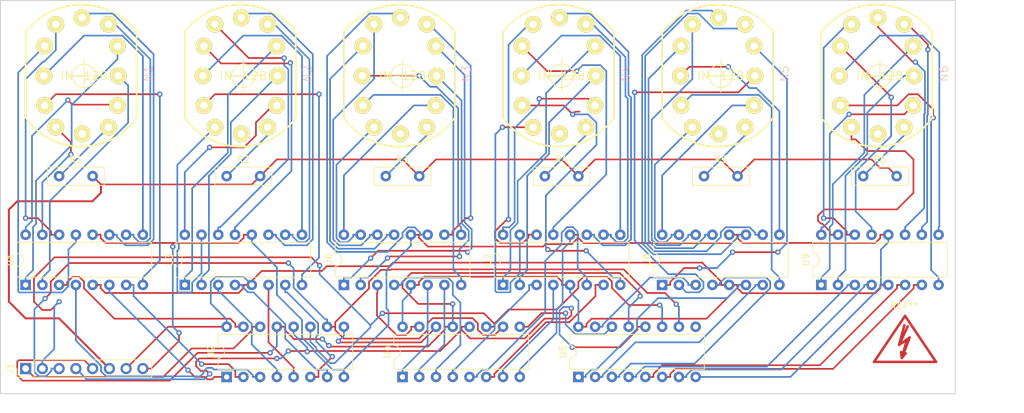
<source format=kicad_pcb>
(kicad_pcb (version 20171130) (host pcbnew "(5.0.2)-1")

  (general
    (thickness 1.6)
    (drawings 4)
    (tracks 1055)
    (zones 0)
    (modules 23)
    (nets 108)
  )

  (page A4)
  (layers
    (0 F.Cu signal)
    (31 B.Cu signal)
    (32 B.Adhes user)
    (33 F.Adhes user)
    (34 B.Paste user)
    (35 F.Paste user)
    (36 B.SilkS user)
    (37 F.SilkS user)
    (38 B.Mask user)
    (39 F.Mask user)
    (40 Dwgs.User user)
    (41 Cmts.User user)
    (42 Eco1.User user)
    (43 Eco2.User user)
    (44 Edge.Cuts user)
    (45 Margin user)
    (46 B.CrtYd user)
    (47 F.CrtYd user)
    (48 B.Fab user)
    (49 F.Fab user)
  )

  (setup
    (last_trace_width 0.25)
    (trace_clearance 0.2)
    (zone_clearance 0.508)
    (zone_45_only no)
    (trace_min 0.2)
    (segment_width 0.2)
    (edge_width 0.15)
    (via_size 0.8)
    (via_drill 0.4)
    (via_min_size 0.4)
    (via_min_drill 0.3)
    (uvia_size 0.3)
    (uvia_drill 0.1)
    (uvias_allowed no)
    (uvia_min_size 0.2)
    (uvia_min_drill 0.1)
    (pcb_text_width 0.3)
    (pcb_text_size 1.5 1.5)
    (mod_edge_width 0.15)
    (mod_text_size 1 1)
    (mod_text_width 0.15)
    (pad_size 2.54 2.54)
    (pad_drill 1.09982)
    (pad_to_mask_clearance 0.051)
    (solder_mask_min_width 0.25)
    (aux_axis_origin 0 0)
    (visible_elements 7FFFFFFF)
    (pcbplotparams
      (layerselection 0x010fc_ffffffff)
      (usegerberextensions false)
      (usegerberattributes false)
      (usegerberadvancedattributes false)
      (creategerberjobfile true)
      (excludeedgelayer true)
      (linewidth 0.100000)
      (plotframeref false)
      (viasonmask false)
      (mode 1)
      (useauxorigin false)
      (hpglpennumber 1)
      (hpglpenspeed 20)
      (hpglpendiameter 15.000000)
      (psnegative false)
      (psa4output false)
      (plotreference true)
      (plotvalue true)
      (plotinvisibletext false)
      (padsonsilk false)
      (subtractmaskfromsilk false)
      (outputformat 1)
      (mirror false)
      (drillshape 0)
      (scaleselection 1)
      (outputdirectory "gerber/"))
  )

  (net 0 "")
  (net 1 "Net-(N1-Pad0)")
  (net 2 "Net-(N1-Pad1)")
  (net 3 "Net-(N1-Pad2)")
  (net 4 "Net-(N1-Pad3)")
  (net 5 "Net-(N1-Pad4)")
  (net 6 "Net-(N1-Pad5)")
  (net 7 "Net-(N1-Pad6)")
  (net 8 "Net-(N1-Pad7)")
  (net 9 "Net-(N1-Pad8)")
  (net 10 "Net-(N1-Pad9)")
  (net 11 "Net-(N1-PadA)")
  (net 12 "Net-(N1-PadLHDP)")
  (net 13 "Net-(U1-Pad3)")
  (net 14 "Net-(U1-Pad4)")
  (net 15 GND)
  (net 16 "Net-(U1-Pad6)")
  (net 17 "Net-(U1-Pad7)")
  (net 18 "Net-(U2-Pad9)")
  (net 19 "Net-(U2-Pad4)")
  (net 20 "Net-(U2-Pad5)")
  (net 21 "Net-(U2-Pad6)")
  (net 22 "Net-(U2-Pad7)")
  (net 23 "Net-(N2-Pad0)")
  (net 24 "Net-(N2-Pad2)")
  (net 25 "Net-(N2-Pad1)")
  (net 26 "Net-(N2-Pad5)")
  (net 27 "Net-(N2-Pad4)")
  (net 28 "Net-(N2-Pad6)")
  (net 29 "Net-(N2-Pad7)")
  (net 30 "Net-(N2-Pad9)")
  (net 31 "Net-(N2-Pad3)")
  (net 32 "Net-(N2-Pad8)")
  (net 33 "Net-(N2-PadA)")
  (net 34 "Net-(N2-PadLHDP)")
  (net 35 "Net-(U4-Pad1)")
  (net 36 "Net-(U4-Pad9)")
  (net 37 "Net-(U4-Pad2)")
  (net 38 "Net-(U4-Pad3)")
  (net 39 "Net-(U4-Pad4)")
  (net 40 "Net-(U4-Pad5)")
  (net 41 "Net-(U4-Pad6)")
  (net 42 "Net-(U4-Pad7)")
  (net 43 "Net-(U4-Pad15)")
  (net 44 "Net-(U5-Pad15)")
  (net 45 "Net-(U5-Pad7)")
  (net 46 "Net-(U5-Pad6)")
  (net 47 "Net-(U5-Pad5)")
  (net 48 "Net-(U5-Pad4)")
  (net 49 "Net-(U5-Pad3)")
  (net 50 "Net-(U5-Pad2)")
  (net 51 "Net-(U5-Pad9)")
  (net 52 "Net-(U5-Pad1)")
  (net 53 "Net-(N3-Pad8)")
  (net 54 "Net-(N3-Pad3)")
  (net 55 "Net-(N3-Pad9)")
  (net 56 "Net-(N3-Pad7)")
  (net 57 "Net-(N3-Pad6)")
  (net 58 "Net-(N3-Pad4)")
  (net 59 "Net-(N3-Pad5)")
  (net 60 "Net-(N3-Pad1)")
  (net 61 "Net-(N3-Pad2)")
  (net 62 "Net-(N3-Pad0)")
  (net 63 "Net-(N4-Pad0)")
  (net 64 "Net-(N4-Pad2)")
  (net 65 "Net-(N4-Pad1)")
  (net 66 "Net-(N4-Pad5)")
  (net 67 "Net-(N4-Pad4)")
  (net 68 "Net-(N4-Pad6)")
  (net 69 "Net-(N4-Pad7)")
  (net 70 "Net-(N4-Pad9)")
  (net 71 "Net-(N4-Pad3)")
  (net 72 "Net-(N4-Pad8)")
  (net 73 "Net-(N5-Pad8)")
  (net 74 "Net-(N5-Pad3)")
  (net 75 "Net-(N5-Pad9)")
  (net 76 "Net-(N5-Pad7)")
  (net 77 "Net-(N5-Pad6)")
  (net 78 "Net-(N5-Pad4)")
  (net 79 "Net-(N5-Pad5)")
  (net 80 "Net-(N5-Pad1)")
  (net 81 "Net-(N5-Pad2)")
  (net 82 "Net-(N5-Pad0)")
  (net 83 "Net-(N6-Pad0)")
  (net 84 "Net-(N6-Pad2)")
  (net 85 "Net-(N6-Pad1)")
  (net 86 "Net-(N6-Pad5)")
  (net 87 "Net-(N6-Pad4)")
  (net 88 "Net-(N6-Pad6)")
  (net 89 "Net-(N6-Pad7)")
  (net 90 "Net-(N6-Pad3)")
  (net 91 "Net-(N6-Pad8)")
  (net 92 "Net-(N3-PadA)")
  (net 93 "Net-(N3-PadLHDP)")
  (net 94 "Net-(N4-PadLHDP)")
  (net 95 "Net-(N4-PadA)")
  (net 96 "Net-(N5-PadA)")
  (net 97 "Net-(N5-PadLHDP)")
  (net 98 "Net-(N6-PadLHDP)")
  (net 99 "Net-(N6-PadA)")
  (net 100 +5V)
  (net 101 "Net-(N6-Pad9)")
  (net 102 "Net-(J1-Pad3)")
  (net 103 "Net-(J1-Pad2)")
  (net 104 "Net-(J1-Pad4)")
  (net 105 "Net-(J1-Pad5)")
  (net 106 "Net-(J1-Pad1)")
  (net 107 "Net-(J1-Pad6)")

  (net_class Default "This is the default net class."
    (clearance 0.2)
    (trace_width 0.25)
    (via_dia 0.8)
    (via_drill 0.4)
    (uvia_dia 0.3)
    (uvia_drill 0.1)
    (add_net +5V)
    (add_net GND)
    (add_net "Net-(J1-Pad1)")
    (add_net "Net-(J1-Pad2)")
    (add_net "Net-(J1-Pad3)")
    (add_net "Net-(J1-Pad4)")
    (add_net "Net-(J1-Pad5)")
    (add_net "Net-(J1-Pad6)")
    (add_net "Net-(N1-Pad0)")
    (add_net "Net-(N1-Pad1)")
    (add_net "Net-(N1-Pad2)")
    (add_net "Net-(N1-Pad3)")
    (add_net "Net-(N1-Pad4)")
    (add_net "Net-(N1-Pad5)")
    (add_net "Net-(N1-Pad6)")
    (add_net "Net-(N1-Pad7)")
    (add_net "Net-(N1-Pad8)")
    (add_net "Net-(N1-Pad9)")
    (add_net "Net-(N1-PadA)")
    (add_net "Net-(N1-PadLHDP)")
    (add_net "Net-(N2-Pad0)")
    (add_net "Net-(N2-Pad1)")
    (add_net "Net-(N2-Pad2)")
    (add_net "Net-(N2-Pad3)")
    (add_net "Net-(N2-Pad4)")
    (add_net "Net-(N2-Pad5)")
    (add_net "Net-(N2-Pad6)")
    (add_net "Net-(N2-Pad7)")
    (add_net "Net-(N2-Pad8)")
    (add_net "Net-(N2-Pad9)")
    (add_net "Net-(N2-PadA)")
    (add_net "Net-(N2-PadLHDP)")
    (add_net "Net-(N3-Pad0)")
    (add_net "Net-(N3-Pad1)")
    (add_net "Net-(N3-Pad2)")
    (add_net "Net-(N3-Pad3)")
    (add_net "Net-(N3-Pad4)")
    (add_net "Net-(N3-Pad5)")
    (add_net "Net-(N3-Pad6)")
    (add_net "Net-(N3-Pad7)")
    (add_net "Net-(N3-Pad8)")
    (add_net "Net-(N3-Pad9)")
    (add_net "Net-(N3-PadA)")
    (add_net "Net-(N3-PadLHDP)")
    (add_net "Net-(N4-Pad0)")
    (add_net "Net-(N4-Pad1)")
    (add_net "Net-(N4-Pad2)")
    (add_net "Net-(N4-Pad3)")
    (add_net "Net-(N4-Pad4)")
    (add_net "Net-(N4-Pad5)")
    (add_net "Net-(N4-Pad6)")
    (add_net "Net-(N4-Pad7)")
    (add_net "Net-(N4-Pad8)")
    (add_net "Net-(N4-Pad9)")
    (add_net "Net-(N4-PadA)")
    (add_net "Net-(N4-PadLHDP)")
    (add_net "Net-(N5-Pad0)")
    (add_net "Net-(N5-Pad1)")
    (add_net "Net-(N5-Pad2)")
    (add_net "Net-(N5-Pad3)")
    (add_net "Net-(N5-Pad4)")
    (add_net "Net-(N5-Pad5)")
    (add_net "Net-(N5-Pad6)")
    (add_net "Net-(N5-Pad7)")
    (add_net "Net-(N5-Pad8)")
    (add_net "Net-(N5-Pad9)")
    (add_net "Net-(N5-PadA)")
    (add_net "Net-(N5-PadLHDP)")
    (add_net "Net-(N6-Pad0)")
    (add_net "Net-(N6-Pad1)")
    (add_net "Net-(N6-Pad2)")
    (add_net "Net-(N6-Pad3)")
    (add_net "Net-(N6-Pad4)")
    (add_net "Net-(N6-Pad5)")
    (add_net "Net-(N6-Pad6)")
    (add_net "Net-(N6-Pad7)")
    (add_net "Net-(N6-Pad8)")
    (add_net "Net-(N6-Pad9)")
    (add_net "Net-(N6-PadA)")
    (add_net "Net-(N6-PadLHDP)")
    (add_net "Net-(U1-Pad3)")
    (add_net "Net-(U1-Pad4)")
    (add_net "Net-(U1-Pad6)")
    (add_net "Net-(U1-Pad7)")
    (add_net "Net-(U2-Pad4)")
    (add_net "Net-(U2-Pad5)")
    (add_net "Net-(U2-Pad6)")
    (add_net "Net-(U2-Pad7)")
    (add_net "Net-(U2-Pad9)")
    (add_net "Net-(U4-Pad1)")
    (add_net "Net-(U4-Pad15)")
    (add_net "Net-(U4-Pad2)")
    (add_net "Net-(U4-Pad3)")
    (add_net "Net-(U4-Pad4)")
    (add_net "Net-(U4-Pad5)")
    (add_net "Net-(U4-Pad6)")
    (add_net "Net-(U4-Pad7)")
    (add_net "Net-(U4-Pad9)")
    (add_net "Net-(U5-Pad1)")
    (add_net "Net-(U5-Pad15)")
    (add_net "Net-(U5-Pad2)")
    (add_net "Net-(U5-Pad3)")
    (add_net "Net-(U5-Pad4)")
    (add_net "Net-(U5-Pad5)")
    (add_net "Net-(U5-Pad6)")
    (add_net "Net-(U5-Pad7)")
    (add_net "Net-(U5-Pad9)")
  )

  (module russian-nixies-IN-12 (layer F.Cu) (tedit 200000) (tstamp 5C348A7A)
    (at 35.56 53.34)
    (descr "MAY BE USED WITH SOCKET: SK-136")
    (tags "MAY BE USED WITH SOCKET: SK-136")
    (path /5C3137FA)
    (attr virtual)
    (fp_text reference N1 (at 9.68248 -0.3175 90) (layer B.SilkS)
      (effects (font (size 1.27 1.27) (thickness 0.0889)))
    )
    (fp_text value IN-12B (at 0 0) (layer F.SilkS)
      (effects (font (size 1.27 1.27) (thickness 0.15)))
    )
    (fp_arc (start -0.47498 -0.1397) (end -8.89 -6.6675) (angle 104.3) (layer F.SilkS) (width 0.254))
    (fp_arc (start -0.47498 0.55372) (end 7.9375 6.35) (angle 110.8) (layer F.SilkS) (width 0.254))
    (fp_arc (start -0.47498 0.33782) (end 7.9375 6.35) (angle 108.9) (layer F.SilkS) (width 0.127))
    (fp_arc (start -0.47498 -0.05588) (end -8.89 -6.6675) (angle 103.6) (layer F.SilkS) (width 0.127))
    (fp_line (start 0 2.49936) (end 0 -2.49936) (layer F.SilkS) (width 0.127))
    (fp_line (start -2.49936 0) (end 2.49936 0) (layer F.SilkS) (width 0.127))
    (fp_circle (center 0 0) (end -1.24968 1.24968) (layer F.SilkS) (width 0.127))
    (fp_circle (center 0 0) (end -1.27 1.27) (layer F.SilkS) (width 0.0635))
    (fp_line (start -8.89 6.18998) (end -8.89 6.35) (layer F.SilkS) (width 0.254))
    (fp_line (start -8.89 6.18998) (end -8.89 -6.6675) (layer F.SilkS) (width 0.254))
    (fp_line (start 7.9375 -6.6675) (end 7.9375 6.35) (layer F.SilkS) (width 0.254))
    (pad LHDP thru_hole circle (at -0.3175 8.81634) (size 2.54 2.54) (drill 1.09982) (layers F&B.Cu F.Paste F.SilkS F.Mask)
      (net 12 "Net-(N1-PadLHDP)"))
    (pad A thru_hole circle (at 3.68046 7.81558) (size 2.54 2.54) (drill 1.09982) (layers F&B.Cu F.Paste F.SilkS F.Mask)
      (net 11 "Net-(N1-PadA)"))
    (pad 9 thru_hole circle (at 5.17398 0) (size 2.54 2.54) (drill 1.09982) (layers F&B.Cu F.Paste F.SilkS F.Mask)
      (net 10 "Net-(N1-Pad9)"))
    (pad 8 thru_hole circle (at 5.04698 -4.49834) (size 2.54 2.54) (drill 1.09982) (layers F&B.Cu F.Paste F.SilkS F.Mask)
      (net 9 "Net-(N1-Pad8)"))
    (pad 7 thru_hole circle (at 3.68046 -7.81558) (size 2.54 2.54) (drill 1.09982) (layers F&B.Cu F.Paste F.SilkS F.Mask)
      (net 8 "Net-(N1-Pad7)"))
    (pad 6 thru_hole circle (at -0.3175 -8.81634) (size 2.54 2.54) (drill 1.09982) (layers F&B.Cu F.Paste F.SilkS F.Mask)
      (net 7 "Net-(N1-Pad6)"))
    (pad 5 thru_hole circle (at -4.31546 -7.81558) (size 2.54 2.54) (drill 1.09982) (layers F&B.Cu F.Paste F.SilkS F.Mask)
      (net 6 "Net-(N1-Pad5)"))
    (pad 4 thru_hole circle (at -5.99948 -4.49834) (size 2.54 2.54) (drill 1.09982) (layers F&B.Cu F.Paste F.SilkS F.Mask)
      (net 5 "Net-(N1-Pad4)"))
    (pad 3 thru_hole circle (at -6.12648 0) (size 2.54 2.54) (drill 1.09982) (layers F&B.Cu F.Paste F.SilkS F.Mask)
      (net 4 "Net-(N1-Pad3)"))
    (pad 2 thru_hole circle (at -5.99948 4.49834) (size 2.54 2.54) (drill 1.09982) (layers F&B.Cu F.Paste F.SilkS F.Mask)
      (net 3 "Net-(N1-Pad2)"))
    (pad 1 thru_hole circle (at -4.31546 7.81558) (size 2.54 2.54) (drill 1.09982) (layers F&B.Cu F.Paste F.SilkS F.Mask)
      (net 2 "Net-(N1-Pad1)"))
    (pad 0 thru_hole circle (at 5.04698 4.49834) (size 2.54 2.54) (drill 1.09982) (layers F&B.Cu F.Paste F.SilkS F.Mask)
      (net 1 "Net-(N1-Pad0)"))
  )

  (module russian-nixies-IN-12 (layer F.Cu) (tedit 200000) (tstamp 5C348A5F)
    (at 59.69 53.34)
    (descr "MAY BE USED WITH SOCKET: SK-136")
    (tags "MAY BE USED WITH SOCKET: SK-136")
    (path /5C314972)
    (attr virtual)
    (fp_text reference N2 (at 9.68248 -0.3175 90) (layer B.SilkS)
      (effects (font (size 1.27 1.27) (thickness 0.0889)))
    )
    (fp_text value IN-12B (at 0 0) (layer F.SilkS)
      (effects (font (size 1.27 1.27) (thickness 0.15)))
    )
    (fp_line (start 7.9375 -6.6675) (end 7.9375 6.35) (layer F.SilkS) (width 0.254))
    (fp_line (start -8.89 6.18998) (end -8.89 -6.6675) (layer F.SilkS) (width 0.254))
    (fp_line (start -8.89 6.18998) (end -8.89 6.35) (layer F.SilkS) (width 0.254))
    (fp_circle (center 0 0) (end -1.27 1.27) (layer F.SilkS) (width 0.0635))
    (fp_circle (center 0 0) (end -1.24968 1.24968) (layer F.SilkS) (width 0.127))
    (fp_line (start -2.49936 0) (end 2.49936 0) (layer F.SilkS) (width 0.127))
    (fp_line (start 0 2.49936) (end 0 -2.49936) (layer F.SilkS) (width 0.127))
    (fp_arc (start -0.47498 -0.05588) (end -8.89 -6.6675) (angle 103.6) (layer F.SilkS) (width 0.127))
    (fp_arc (start -0.47498 0.33782) (end 7.9375 6.35) (angle 108.9) (layer F.SilkS) (width 0.127))
    (fp_arc (start -0.47498 0.55372) (end 7.9375 6.35) (angle 110.8) (layer F.SilkS) (width 0.254))
    (fp_arc (start -0.47498 -0.1397) (end -8.89 -6.6675) (angle 104.3) (layer F.SilkS) (width 0.254))
    (pad 0 thru_hole circle (at 5.04698 4.49834) (size 2.54 2.54) (drill 1.09982) (layers F&B.Cu F.Paste F.SilkS F.Mask)
      (net 23 "Net-(N2-Pad0)"))
    (pad 1 thru_hole circle (at -4.31546 7.81558) (size 2.54 2.54) (drill 1.09982) (layers F&B.Cu F.Paste F.SilkS F.Mask)
      (net 25 "Net-(N2-Pad1)"))
    (pad 2 thru_hole circle (at -5.99948 4.49834) (size 2.54 2.54) (drill 1.09982) (layers F&B.Cu F.Paste F.SilkS F.Mask)
      (net 24 "Net-(N2-Pad2)"))
    (pad 3 thru_hole circle (at -6.12648 0) (size 2.54 2.54) (drill 1.09982) (layers F&B.Cu F.Paste F.SilkS F.Mask)
      (net 31 "Net-(N2-Pad3)"))
    (pad 4 thru_hole circle (at -5.99948 -4.49834) (size 2.54 2.54) (drill 1.09982) (layers F&B.Cu F.Paste F.SilkS F.Mask)
      (net 27 "Net-(N2-Pad4)"))
    (pad 5 thru_hole circle (at -4.31546 -7.81558) (size 2.54 2.54) (drill 1.09982) (layers F&B.Cu F.Paste F.SilkS F.Mask)
      (net 26 "Net-(N2-Pad5)"))
    (pad 6 thru_hole circle (at -0.3175 -8.81634) (size 2.54 2.54) (drill 1.09982) (layers F&B.Cu F.Paste F.SilkS F.Mask)
      (net 28 "Net-(N2-Pad6)"))
    (pad 7 thru_hole circle (at 3.68046 -7.81558) (size 2.54 2.54) (drill 1.09982) (layers F&B.Cu F.Paste F.SilkS F.Mask)
      (net 29 "Net-(N2-Pad7)"))
    (pad 8 thru_hole circle (at 5.04698 -4.49834) (size 2.54 2.54) (drill 1.09982) (layers F&B.Cu F.Paste F.SilkS F.Mask)
      (net 32 "Net-(N2-Pad8)"))
    (pad 9 thru_hole circle (at 5.17398 0) (size 2.54 2.54) (drill 1.09982) (layers F&B.Cu F.Paste F.SilkS F.Mask)
      (net 30 "Net-(N2-Pad9)"))
    (pad A thru_hole circle (at 3.68046 7.81558) (size 2.54 2.54) (drill 1.09982) (layers F&B.Cu F.Paste F.SilkS F.Mask)
      (net 33 "Net-(N2-PadA)"))
    (pad LHDP thru_hole circle (at -0.3175 8.81634) (size 2.54 2.54) (drill 1.09982) (layers F&B.Cu F.Paste F.SilkS F.Mask)
      (net 34 "Net-(N2-PadLHDP)"))
  )

  (module russian-nixies-IN-12 (layer F.Cu) (tedit 200000) (tstamp 5C348A44)
    (at 83.82 53.34)
    (descr "MAY BE USED WITH SOCKET: SK-136")
    (tags "MAY BE USED WITH SOCKET: SK-136")
    (path /5C327CCE)
    (attr virtual)
    (fp_text reference N3 (at 9.68248 -0.3175 90) (layer B.SilkS)
      (effects (font (size 1.27 1.27) (thickness 0.0889)))
    )
    (fp_text value IN-12B (at 0 0) (layer F.SilkS)
      (effects (font (size 1.27 1.27) (thickness 0.15)))
    )
    (fp_arc (start -0.47498 -0.1397) (end -8.89 -6.6675) (angle 104.3) (layer F.SilkS) (width 0.254))
    (fp_arc (start -0.47498 0.55372) (end 7.9375 6.35) (angle 110.8) (layer F.SilkS) (width 0.254))
    (fp_arc (start -0.47498 0.33782) (end 7.9375 6.35) (angle 108.9) (layer F.SilkS) (width 0.127))
    (fp_arc (start -0.47498 -0.05588) (end -8.89 -6.6675) (angle 103.6) (layer F.SilkS) (width 0.127))
    (fp_line (start 0 2.49936) (end 0 -2.49936) (layer F.SilkS) (width 0.127))
    (fp_line (start -2.49936 0) (end 2.49936 0) (layer F.SilkS) (width 0.127))
    (fp_circle (center 0 0) (end -1.24968 1.24968) (layer F.SilkS) (width 0.127))
    (fp_circle (center 0 0) (end -1.27 1.27) (layer F.SilkS) (width 0.0635))
    (fp_line (start -8.89 6.18998) (end -8.89 6.35) (layer F.SilkS) (width 0.254))
    (fp_line (start -8.89 6.18998) (end -8.89 -6.6675) (layer F.SilkS) (width 0.254))
    (fp_line (start 7.9375 -6.6675) (end 7.9375 6.35) (layer F.SilkS) (width 0.254))
    (pad LHDP thru_hole circle (at -0.3175 8.81634) (size 2.54 2.54) (drill 1.09982) (layers F&B.Cu F.Paste F.SilkS F.Mask)
      (net 93 "Net-(N3-PadLHDP)"))
    (pad A thru_hole circle (at 3.68046 7.81558) (size 2.54 2.54) (drill 1.09982) (layers F&B.Cu F.Paste F.SilkS F.Mask)
      (net 92 "Net-(N3-PadA)"))
    (pad 9 thru_hole circle (at 5.17398 0) (size 2.54 2.54) (drill 1.09982) (layers F&B.Cu F.Paste F.SilkS F.Mask)
      (net 55 "Net-(N3-Pad9)"))
    (pad 8 thru_hole circle (at 5.04698 -4.49834) (size 2.54 2.54) (drill 1.09982) (layers F&B.Cu F.Paste F.SilkS F.Mask)
      (net 53 "Net-(N3-Pad8)"))
    (pad 7 thru_hole circle (at 3.68046 -7.81558) (size 2.54 2.54) (drill 1.09982) (layers F&B.Cu F.Paste F.SilkS F.Mask)
      (net 56 "Net-(N3-Pad7)"))
    (pad 6 thru_hole circle (at -0.3175 -8.81634) (size 2.54 2.54) (drill 1.09982) (layers F&B.Cu F.Paste F.SilkS F.Mask)
      (net 57 "Net-(N3-Pad6)"))
    (pad 5 thru_hole circle (at -4.31546 -7.81558) (size 2.54 2.54) (drill 1.09982) (layers F&B.Cu F.Paste F.SilkS F.Mask)
      (net 59 "Net-(N3-Pad5)"))
    (pad 4 thru_hole circle (at -5.99948 -4.49834) (size 2.54 2.54) (drill 1.09982) (layers F&B.Cu F.Paste F.SilkS F.Mask)
      (net 58 "Net-(N3-Pad4)"))
    (pad 3 thru_hole circle (at -6.12648 0) (size 2.54 2.54) (drill 1.09982) (layers F&B.Cu F.Paste F.SilkS F.Mask)
      (net 54 "Net-(N3-Pad3)"))
    (pad 2 thru_hole circle (at -5.99948 4.49834) (size 2.54 2.54) (drill 1.09982) (layers F&B.Cu F.Paste F.SilkS F.Mask)
      (net 61 "Net-(N3-Pad2)"))
    (pad 1 thru_hole circle (at -4.31546 7.81558) (size 2.54 2.54) (drill 1.09982) (layers F&B.Cu F.Paste F.SilkS F.Mask)
      (net 60 "Net-(N3-Pad1)"))
    (pad 0 thru_hole circle (at 5.04698 4.49834) (size 2.54 2.54) (drill 1.09982) (layers F&B.Cu F.Paste F.SilkS F.Mask)
      (net 62 "Net-(N3-Pad0)"))
  )

  (module russian-nixies-IN-12 (layer F.Cu) (tedit 200000) (tstamp 5C348A29)
    (at 107.95 53.34)
    (descr "MAY BE USED WITH SOCKET: SK-136")
    (tags "MAY BE USED WITH SOCKET: SK-136")
    (path /5C327D02)
    (attr virtual)
    (fp_text reference N4 (at 9.68248 -0.3175 90) (layer B.SilkS)
      (effects (font (size 1.27 1.27) (thickness 0.0889)))
    )
    (fp_text value IN-12B (at 0 0) (layer F.SilkS)
      (effects (font (size 1.27 1.27) (thickness 0.15)))
    )
    (fp_line (start 7.9375 -6.6675) (end 7.9375 6.35) (layer F.SilkS) (width 0.254))
    (fp_line (start -8.89 6.18998) (end -8.89 -6.6675) (layer F.SilkS) (width 0.254))
    (fp_line (start -8.89 6.18998) (end -8.89 6.35) (layer F.SilkS) (width 0.254))
    (fp_circle (center 0 0) (end -1.27 1.27) (layer F.SilkS) (width 0.0635))
    (fp_circle (center 0 0) (end -1.24968 1.24968) (layer F.SilkS) (width 0.127))
    (fp_line (start -2.49936 0) (end 2.49936 0) (layer F.SilkS) (width 0.127))
    (fp_line (start 0 2.49936) (end 0 -2.49936) (layer F.SilkS) (width 0.127))
    (fp_arc (start -0.47498 -0.05588) (end -8.89 -6.6675) (angle 103.6) (layer F.SilkS) (width 0.127))
    (fp_arc (start -0.47498 0.33782) (end 7.9375 6.35) (angle 108.9) (layer F.SilkS) (width 0.127))
    (fp_arc (start -0.47498 0.55372) (end 7.9375 6.35) (angle 110.8) (layer F.SilkS) (width 0.254))
    (fp_arc (start -0.47498 -0.1397) (end -8.89 -6.6675) (angle 104.3) (layer F.SilkS) (width 0.254))
    (pad 0 thru_hole circle (at 5.04698 4.49834) (size 2.54 2.54) (drill 1.09982) (layers F&B.Cu F.Paste F.SilkS F.Mask)
      (net 63 "Net-(N4-Pad0)"))
    (pad 1 thru_hole circle (at -4.31546 7.81558) (size 2.54 2.54) (drill 1.09982) (layers F&B.Cu F.Paste F.SilkS F.Mask)
      (net 65 "Net-(N4-Pad1)"))
    (pad 2 thru_hole circle (at -5.99948 4.49834) (size 2.54 2.54) (drill 1.09982) (layers F&B.Cu F.Paste F.SilkS F.Mask)
      (net 64 "Net-(N4-Pad2)"))
    (pad 3 thru_hole circle (at -6.12648 0) (size 2.54 2.54) (drill 1.09982) (layers F&B.Cu F.Paste F.SilkS F.Mask)
      (net 71 "Net-(N4-Pad3)"))
    (pad 4 thru_hole circle (at -5.99948 -4.49834) (size 2.54 2.54) (drill 1.09982) (layers F&B.Cu F.Paste F.SilkS F.Mask)
      (net 67 "Net-(N4-Pad4)"))
    (pad 5 thru_hole circle (at -4.31546 -7.81558) (size 2.54 2.54) (drill 1.09982) (layers F&B.Cu F.Paste F.SilkS F.Mask)
      (net 66 "Net-(N4-Pad5)"))
    (pad 6 thru_hole circle (at -0.3175 -8.81634) (size 2.54 2.54) (drill 1.09982) (layers F&B.Cu F.Paste F.SilkS F.Mask)
      (net 68 "Net-(N4-Pad6)"))
    (pad 7 thru_hole circle (at 3.68046 -7.81558) (size 2.54 2.54) (drill 1.09982) (layers F&B.Cu F.Paste F.SilkS F.Mask)
      (net 69 "Net-(N4-Pad7)"))
    (pad 8 thru_hole circle (at 5.04698 -4.49834) (size 2.54 2.54) (drill 1.09982) (layers F&B.Cu F.Paste F.SilkS F.Mask)
      (net 72 "Net-(N4-Pad8)"))
    (pad 9 thru_hole circle (at 5.17398 0) (size 2.54 2.54) (drill 1.09982) (layers F&B.Cu F.Paste F.SilkS F.Mask)
      (net 70 "Net-(N4-Pad9)"))
    (pad A thru_hole circle (at 3.68046 7.81558) (size 2.54 2.54) (drill 1.09982) (layers F&B.Cu F.Paste F.SilkS F.Mask)
      (net 95 "Net-(N4-PadA)"))
    (pad LHDP thru_hole circle (at -0.3175 8.81634) (size 2.54 2.54) (drill 1.09982) (layers F&B.Cu F.Paste F.SilkS F.Mask)
      (net 94 "Net-(N4-PadLHDP)"))
  )

  (module russian-nixies-IN-12 (layer F.Cu) (tedit 200000) (tstamp 5C348A0E)
    (at 132.08 53.34)
    (descr "MAY BE USED WITH SOCKET: SK-136")
    (tags "MAY BE USED WITH SOCKET: SK-136")
    (path /5C330A64)
    (attr virtual)
    (fp_text reference N5 (at 9.68248 -0.3175 90) (layer B.SilkS)
      (effects (font (size 1.27 1.27) (thickness 0.0889)))
    )
    (fp_text value IN-12B (at 0 0) (layer F.SilkS)
      (effects (font (size 1.27 1.27) (thickness 0.15)))
    )
    (fp_arc (start -0.47498 -0.1397) (end -8.89 -6.6675) (angle 104.3) (layer F.SilkS) (width 0.254))
    (fp_arc (start -0.47498 0.55372) (end 7.9375 6.35) (angle 110.8) (layer F.SilkS) (width 0.254))
    (fp_arc (start -0.47498 0.33782) (end 7.9375 6.35) (angle 108.9) (layer F.SilkS) (width 0.127))
    (fp_arc (start -0.47498 -0.05588) (end -8.89 -6.6675) (angle 103.6) (layer F.SilkS) (width 0.127))
    (fp_line (start 0 2.49936) (end 0 -2.49936) (layer F.SilkS) (width 0.127))
    (fp_line (start -2.49936 0) (end 2.49936 0) (layer F.SilkS) (width 0.127))
    (fp_circle (center 0 0) (end -1.24968 1.24968) (layer F.SilkS) (width 0.127))
    (fp_circle (center 0 0) (end -1.27 1.27) (layer F.SilkS) (width 0.0635))
    (fp_line (start -8.89 6.18998) (end -8.89 6.35) (layer F.SilkS) (width 0.254))
    (fp_line (start -8.89 6.18998) (end -8.89 -6.6675) (layer F.SilkS) (width 0.254))
    (fp_line (start 7.9375 -6.6675) (end 7.9375 6.35) (layer F.SilkS) (width 0.254))
    (pad LHDP thru_hole circle (at -0.3175 8.81634) (size 2.54 2.54) (drill 1.09982) (layers F&B.Cu F.Paste F.SilkS F.Mask)
      (net 97 "Net-(N5-PadLHDP)"))
    (pad A thru_hole circle (at 3.68046 7.81558) (size 2.54 2.54) (drill 1.09982) (layers F&B.Cu F.Paste F.SilkS F.Mask)
      (net 96 "Net-(N5-PadA)"))
    (pad 9 thru_hole circle (at 5.17398 0) (size 2.54 2.54) (drill 1.09982) (layers F&B.Cu F.Paste F.SilkS F.Mask)
      (net 75 "Net-(N5-Pad9)"))
    (pad 8 thru_hole circle (at 5.04698 -4.49834) (size 2.54 2.54) (drill 1.09982) (layers F&B.Cu F.Paste F.SilkS F.Mask)
      (net 73 "Net-(N5-Pad8)"))
    (pad 7 thru_hole circle (at 3.68046 -7.81558) (size 2.54 2.54) (drill 1.09982) (layers F&B.Cu F.Paste F.SilkS F.Mask)
      (net 76 "Net-(N5-Pad7)"))
    (pad 6 thru_hole circle (at -0.3175 -8.81634) (size 2.54 2.54) (drill 1.09982) (layers F&B.Cu F.Paste F.SilkS F.Mask)
      (net 77 "Net-(N5-Pad6)"))
    (pad 5 thru_hole circle (at -4.31546 -7.81558) (size 2.54 2.54) (drill 1.09982) (layers F&B.Cu F.Paste F.SilkS F.Mask)
      (net 79 "Net-(N5-Pad5)"))
    (pad 4 thru_hole circle (at -5.99948 -4.49834) (size 2.54 2.54) (drill 1.09982) (layers F&B.Cu F.Paste F.SilkS F.Mask)
      (net 78 "Net-(N5-Pad4)"))
    (pad 3 thru_hole circle (at -6.12648 0) (size 2.54 2.54) (drill 1.09982) (layers F&B.Cu F.Paste F.SilkS F.Mask)
      (net 74 "Net-(N5-Pad3)"))
    (pad 2 thru_hole circle (at -5.99948 4.49834) (size 2.54 2.54) (drill 1.09982) (layers F&B.Cu F.Paste F.SilkS F.Mask)
      (net 81 "Net-(N5-Pad2)"))
    (pad 1 thru_hole circle (at -4.31546 7.81558) (size 2.54 2.54) (drill 1.09982) (layers F&B.Cu F.Paste F.SilkS F.Mask)
      (net 80 "Net-(N5-Pad1)"))
    (pad 0 thru_hole circle (at 5.04698 4.49834) (size 2.54 2.54) (drill 1.09982) (layers F&B.Cu F.Paste F.SilkS F.Mask)
      (net 82 "Net-(N5-Pad0)"))
  )

  (module russian-nixies-IN-12 (layer F.Cu) (tedit 200000) (tstamp 5C3489F3)
    (at 156.21 53.34)
    (descr "MAY BE USED WITH SOCKET: SK-136")
    (tags "MAY BE USED WITH SOCKET: SK-136")
    (path /5C330A98)
    (attr virtual)
    (fp_text reference N6 (at 9.68248 -0.3175 90) (layer B.SilkS)
      (effects (font (size 1.27 1.27) (thickness 0.0889)))
    )
    (fp_text value IN-12B (at 0 0) (layer F.SilkS)
      (effects (font (size 1.27 1.27) (thickness 0.15)))
    )
    (fp_line (start 7.9375 -6.6675) (end 7.9375 6.35) (layer F.SilkS) (width 0.254))
    (fp_line (start -8.89 6.18998) (end -8.89 -6.6675) (layer F.SilkS) (width 0.254))
    (fp_line (start -8.89 6.18998) (end -8.89 6.35) (layer F.SilkS) (width 0.254))
    (fp_circle (center 0 0) (end -1.27 1.27) (layer F.SilkS) (width 0.0635))
    (fp_circle (center 0 0) (end -1.24968 1.24968) (layer F.SilkS) (width 0.127))
    (fp_line (start -2.49936 0) (end 2.49936 0) (layer F.SilkS) (width 0.127))
    (fp_line (start 0 2.49936) (end 0 -2.49936) (layer F.SilkS) (width 0.127))
    (fp_arc (start -0.47498 -0.05588) (end -8.89 -6.6675) (angle 103.6) (layer F.SilkS) (width 0.127))
    (fp_arc (start -0.47498 0.33782) (end 7.9375 6.35) (angle 108.9) (layer F.SilkS) (width 0.127))
    (fp_arc (start -0.47498 0.55372) (end 7.9375 6.35) (angle 110.8) (layer F.SilkS) (width 0.254))
    (fp_arc (start -0.47498 -0.1397) (end -8.89 -6.6675) (angle 104.3) (layer F.SilkS) (width 0.254))
    (pad 0 thru_hole circle (at 5.04698 4.49834) (size 2.54 2.54) (drill 1.09982) (layers F&B.Cu F.Paste F.SilkS F.Mask)
      (net 83 "Net-(N6-Pad0)"))
    (pad 1 thru_hole circle (at -4.31546 7.81558) (size 2.54 2.54) (drill 1.09982) (layers F&B.Cu F.Paste F.SilkS F.Mask)
      (net 85 "Net-(N6-Pad1)"))
    (pad 2 thru_hole circle (at -5.99948 4.49834) (size 2.54 2.54) (drill 1.09982) (layers F&B.Cu F.Paste F.SilkS F.Mask)
      (net 84 "Net-(N6-Pad2)"))
    (pad 3 thru_hole circle (at -6.12648 0) (size 2.54 2.54) (drill 1.09982) (layers F&B.Cu F.Paste F.SilkS F.Mask)
      (net 90 "Net-(N6-Pad3)"))
    (pad 4 thru_hole circle (at -5.99948 -4.49834) (size 2.54 2.54) (drill 1.09982) (layers F&B.Cu F.Paste F.SilkS F.Mask)
      (net 87 "Net-(N6-Pad4)"))
    (pad 5 thru_hole circle (at -4.31546 -7.81558) (size 2.54 2.54) (drill 1.09982) (layers F&B.Cu F.Paste F.SilkS F.Mask)
      (net 86 "Net-(N6-Pad5)"))
    (pad 6 thru_hole circle (at -0.3175 -8.81634) (size 2.54 2.54) (drill 1.09982) (layers F&B.Cu F.Paste F.SilkS F.Mask)
      (net 88 "Net-(N6-Pad6)"))
    (pad 7 thru_hole circle (at 3.68046 -7.81558) (size 2.54 2.54) (drill 1.09982) (layers F&B.Cu F.Paste F.SilkS F.Mask)
      (net 89 "Net-(N6-Pad7)"))
    (pad 8 thru_hole circle (at 5.04698 -4.49834) (size 2.54 2.54) (drill 1.09982) (layers F&B.Cu F.Paste F.SilkS F.Mask)
      (net 91 "Net-(N6-Pad8)"))
    (pad 9 thru_hole circle (at 5.17398 0) (size 2.54 2.54) (drill 1.09982) (layers F&B.Cu F.Paste F.SilkS F.Mask)
      (net 101 "Net-(N6-Pad9)"))
    (pad A thru_hole circle (at 3.68046 7.81558) (size 2.54 2.54) (drill 1.09982) (layers F&B.Cu F.Paste F.SilkS F.Mask)
      (net 99 "Net-(N6-PadA)"))
    (pad LHDP thru_hole circle (at -0.3175 8.81634) (size 2.54 2.54) (drill 1.09982) (layers F&B.Cu F.Paste F.SilkS F.Mask)
      (net 98 "Net-(N6-PadLHDP)"))
  )

  (module Connector_PinHeader_2.54mm:PinHeader_1x08_P2.54mm_Vertical (layer F.Cu) (tedit 59FED5CC) (tstamp 5C3489D8)
    (at 26.67 97.79 90)
    (descr "Through hole straight pin header, 1x08, 2.54mm pitch, single row")
    (tags "Through hole pin header THT 1x08 2.54mm single row")
    (path /5C6BB87C)
    (fp_text reference J1 (at 0 -2.33 90) (layer F.SilkS)
      (effects (font (size 1 1) (thickness 0.15)))
    )
    (fp_text value Conn_01x06_Male (at 0 20.11 90) (layer F.Fab)
      (effects (font (size 1 1) (thickness 0.15)))
    )
    (fp_line (start -0.635 -1.27) (end 1.27 -1.27) (layer F.Fab) (width 0.1))
    (fp_line (start 1.27 -1.27) (end 1.27 19.05) (layer F.Fab) (width 0.1))
    (fp_line (start 1.27 19.05) (end -1.27 19.05) (layer F.Fab) (width 0.1))
    (fp_line (start -1.27 19.05) (end -1.27 -0.635) (layer F.Fab) (width 0.1))
    (fp_line (start -1.27 -0.635) (end -0.635 -1.27) (layer F.Fab) (width 0.1))
    (fp_line (start -1.33 19.11) (end 1.33 19.11) (layer F.SilkS) (width 0.12))
    (fp_line (start -1.33 1.27) (end -1.33 19.11) (layer F.SilkS) (width 0.12))
    (fp_line (start 1.33 1.27) (end 1.33 19.11) (layer F.SilkS) (width 0.12))
    (fp_line (start -1.33 1.27) (end 1.33 1.27) (layer F.SilkS) (width 0.12))
    (fp_line (start -1.33 0) (end -1.33 -1.33) (layer F.SilkS) (width 0.12))
    (fp_line (start -1.33 -1.33) (end 0 -1.33) (layer F.SilkS) (width 0.12))
    (fp_line (start -1.8 -1.8) (end -1.8 19.55) (layer F.CrtYd) (width 0.05))
    (fp_line (start -1.8 19.55) (end 1.8 19.55) (layer F.CrtYd) (width 0.05))
    (fp_line (start 1.8 19.55) (end 1.8 -1.8) (layer F.CrtYd) (width 0.05))
    (fp_line (start 1.8 -1.8) (end -1.8 -1.8) (layer F.CrtYd) (width 0.05))
    (fp_text user %R (at 0 8.89 180) (layer F.Fab)
      (effects (font (size 1 1) (thickness 0.15)))
    )
    (pad 1 thru_hole rect (at 0 0 90) (size 1.7 1.7) (drill 1) (layers *.Cu *.Mask)
      (net 106 "Net-(J1-Pad1)"))
    (pad 2 thru_hole oval (at 0 2.54 90) (size 1.7 1.7) (drill 1) (layers *.Cu *.Mask)
      (net 103 "Net-(J1-Pad2)"))
    (pad 3 thru_hole oval (at 0 5.08 90) (size 1.7 1.7) (drill 1) (layers *.Cu *.Mask)
      (net 102 "Net-(J1-Pad3)"))
    (pad 4 thru_hole oval (at 0 7.62 90) (size 1.7 1.7) (drill 1) (layers *.Cu *.Mask)
      (net 104 "Net-(J1-Pad4)"))
    (pad 5 thru_hole oval (at 0 10.16 90) (size 1.7 1.7) (drill 1) (layers *.Cu *.Mask)
      (net 105 "Net-(J1-Pad5)"))
    (pad 6 thru_hole oval (at 0 12.7 90) (size 1.7 1.7) (drill 1) (layers *.Cu *.Mask)
      (net 107 "Net-(J1-Pad6)"))
    (pad 7 thru_hole oval (at 0 15.24 90) (size 1.7 1.7) (drill 1) (layers *.Cu *.Mask)
      (net 100 +5V))
    (pad 8 thru_hole oval (at 0 17.78 90) (size 1.7 1.7) (drill 1) (layers *.Cu *.Mask)
      (net 15 GND))
    (model ${KISYS3DMOD}/Connector_PinHeader_2.54mm.3dshapes/PinHeader_1x08_P2.54mm_Vertical.wrl
      (at (xyz 0 0 0))
      (scale (xyz 1 1 1))
      (rotate (xyz 0 0 0))
    )
  )

  (module Package_DIP:DIP-16_W7.62mm (layer F.Cu) (tedit 5A02E8C5) (tstamp 5C3489BC)
    (at 83.82 99.06 90)
    (descr "16-lead though-hole mounted DIP package, row spacing 7.62 mm (300 mils)")
    (tags "THT DIP DIL PDIP 2.54mm 7.62mm 300mil")
    (path /5C327CFB)
    (fp_text reference U4 (at 3.81 -2.33 90) (layer F.SilkS)
      (effects (font (size 1 1) (thickness 0.15)))
    )
    (fp_text value 74HC595 (at 3.81 20.11 90) (layer F.Fab)
      (effects (font (size 1 1) (thickness 0.15)))
    )
    (fp_arc (start 3.81 -1.33) (end 2.81 -1.33) (angle -180) (layer F.SilkS) (width 0.12))
    (fp_line (start 1.635 -1.27) (end 6.985 -1.27) (layer F.Fab) (width 0.1))
    (fp_line (start 6.985 -1.27) (end 6.985 19.05) (layer F.Fab) (width 0.1))
    (fp_line (start 6.985 19.05) (end 0.635 19.05) (layer F.Fab) (width 0.1))
    (fp_line (start 0.635 19.05) (end 0.635 -0.27) (layer F.Fab) (width 0.1))
    (fp_line (start 0.635 -0.27) (end 1.635 -1.27) (layer F.Fab) (width 0.1))
    (fp_line (start 2.81 -1.33) (end 1.16 -1.33) (layer F.SilkS) (width 0.12))
    (fp_line (start 1.16 -1.33) (end 1.16 19.11) (layer F.SilkS) (width 0.12))
    (fp_line (start 1.16 19.11) (end 6.46 19.11) (layer F.SilkS) (width 0.12))
    (fp_line (start 6.46 19.11) (end 6.46 -1.33) (layer F.SilkS) (width 0.12))
    (fp_line (start 6.46 -1.33) (end 4.81 -1.33) (layer F.SilkS) (width 0.12))
    (fp_line (start -1.1 -1.55) (end -1.1 19.3) (layer F.CrtYd) (width 0.05))
    (fp_line (start -1.1 19.3) (end 8.7 19.3) (layer F.CrtYd) (width 0.05))
    (fp_line (start 8.7 19.3) (end 8.7 -1.55) (layer F.CrtYd) (width 0.05))
    (fp_line (start 8.7 -1.55) (end -1.1 -1.55) (layer F.CrtYd) (width 0.05))
    (fp_text user %R (at 3.81 8.89 90) (layer F.Fab)
      (effects (font (size 1 1) (thickness 0.15)))
    )
    (pad 1 thru_hole rect (at 0 0 90) (size 1.6 1.6) (drill 0.8) (layers *.Cu *.Mask)
      (net 35 "Net-(U4-Pad1)"))
    (pad 9 thru_hole oval (at 7.62 17.78 90) (size 1.6 1.6) (drill 0.8) (layers *.Cu *.Mask)
      (net 36 "Net-(U4-Pad9)"))
    (pad 2 thru_hole oval (at 0 2.54 90) (size 1.6 1.6) (drill 0.8) (layers *.Cu *.Mask)
      (net 37 "Net-(U4-Pad2)"))
    (pad 10 thru_hole oval (at 7.62 15.24 90) (size 1.6 1.6) (drill 0.8) (layers *.Cu *.Mask)
      (net 102 "Net-(J1-Pad3)"))
    (pad 3 thru_hole oval (at 0 5.08 90) (size 1.6 1.6) (drill 0.8) (layers *.Cu *.Mask)
      (net 38 "Net-(U4-Pad3)"))
    (pad 11 thru_hole oval (at 7.62 12.7 90) (size 1.6 1.6) (drill 0.8) (layers *.Cu *.Mask)
      (net 103 "Net-(J1-Pad2)"))
    (pad 4 thru_hole oval (at 0 7.62 90) (size 1.6 1.6) (drill 0.8) (layers *.Cu *.Mask)
      (net 39 "Net-(U4-Pad4)"))
    (pad 12 thru_hole oval (at 7.62 10.16 90) (size 1.6 1.6) (drill 0.8) (layers *.Cu *.Mask)
      (net 104 "Net-(J1-Pad4)"))
    (pad 5 thru_hole oval (at 0 10.16 90) (size 1.6 1.6) (drill 0.8) (layers *.Cu *.Mask)
      (net 40 "Net-(U4-Pad5)"))
    (pad 13 thru_hole oval (at 7.62 7.62 90) (size 1.6 1.6) (drill 0.8) (layers *.Cu *.Mask)
      (net 105 "Net-(J1-Pad5)"))
    (pad 6 thru_hole oval (at 0 12.7 90) (size 1.6 1.6) (drill 0.8) (layers *.Cu *.Mask)
      (net 41 "Net-(U4-Pad6)"))
    (pad 14 thru_hole oval (at 7.62 5.08 90) (size 1.6 1.6) (drill 0.8) (layers *.Cu *.Mask)
      (net 18 "Net-(U2-Pad9)"))
    (pad 7 thru_hole oval (at 0 15.24 90) (size 1.6 1.6) (drill 0.8) (layers *.Cu *.Mask)
      (net 42 "Net-(U4-Pad7)"))
    (pad 15 thru_hole oval (at 7.62 2.54 90) (size 1.6 1.6) (drill 0.8) (layers *.Cu *.Mask)
      (net 43 "Net-(U4-Pad15)"))
    (pad 8 thru_hole oval (at 0 17.78 90) (size 1.6 1.6) (drill 0.8) (layers *.Cu *.Mask)
      (net 15 GND))
    (pad 16 thru_hole oval (at 7.62 0 90) (size 1.6 1.6) (drill 0.8) (layers *.Cu *.Mask)
      (net 100 +5V))
    (model ${KISYS3DMOD}/Package_DIP.3dshapes/DIP-16_W7.62mm.wrl
      (at (xyz 0 0 0))
      (scale (xyz 1 1 1))
      (rotate (xyz 0 0 0))
    )
  )

  (module Package_DIP:DIP-16_W7.62mm (layer F.Cu) (tedit 5A02E8C5) (tstamp 5C348998)
    (at 26.67 85.09 90)
    (descr "16-lead though-hole mounted DIP package, row spacing 7.62 mm (300 mils)")
    (tags "THT DIP DIL PDIP 2.54mm 7.62mm 300mil")
    (path /5C313944)
    (fp_text reference U1 (at 3.81 -2.33 90) (layer F.SilkS)
      (effects (font (size 1 1) (thickness 0.15)))
    )
    (fp_text value 74141 (at 3.81 20.11 90) (layer F.Fab)
      (effects (font (size 1 1) (thickness 0.15)))
    )
    (fp_text user %R (at 3.81 8.89 90) (layer F.Fab)
      (effects (font (size 1 1) (thickness 0.15)))
    )
    (fp_line (start 8.7 -1.55) (end -1.1 -1.55) (layer F.CrtYd) (width 0.05))
    (fp_line (start 8.7 19.3) (end 8.7 -1.55) (layer F.CrtYd) (width 0.05))
    (fp_line (start -1.1 19.3) (end 8.7 19.3) (layer F.CrtYd) (width 0.05))
    (fp_line (start -1.1 -1.55) (end -1.1 19.3) (layer F.CrtYd) (width 0.05))
    (fp_line (start 6.46 -1.33) (end 4.81 -1.33) (layer F.SilkS) (width 0.12))
    (fp_line (start 6.46 19.11) (end 6.46 -1.33) (layer F.SilkS) (width 0.12))
    (fp_line (start 1.16 19.11) (end 6.46 19.11) (layer F.SilkS) (width 0.12))
    (fp_line (start 1.16 -1.33) (end 1.16 19.11) (layer F.SilkS) (width 0.12))
    (fp_line (start 2.81 -1.33) (end 1.16 -1.33) (layer F.SilkS) (width 0.12))
    (fp_line (start 0.635 -0.27) (end 1.635 -1.27) (layer F.Fab) (width 0.1))
    (fp_line (start 0.635 19.05) (end 0.635 -0.27) (layer F.Fab) (width 0.1))
    (fp_line (start 6.985 19.05) (end 0.635 19.05) (layer F.Fab) (width 0.1))
    (fp_line (start 6.985 -1.27) (end 6.985 19.05) (layer F.Fab) (width 0.1))
    (fp_line (start 1.635 -1.27) (end 6.985 -1.27) (layer F.Fab) (width 0.1))
    (fp_arc (start 3.81 -1.33) (end 2.81 -1.33) (angle -180) (layer F.SilkS) (width 0.12))
    (pad 16 thru_hole oval (at 7.62 0 90) (size 1.6 1.6) (drill 0.8) (layers *.Cu *.Mask)
      (net 1 "Net-(N1-Pad0)"))
    (pad 8 thru_hole oval (at 0 17.78 90) (size 1.6 1.6) (drill 0.8) (layers *.Cu *.Mask)
      (net 3 "Net-(N1-Pad2)"))
    (pad 15 thru_hole oval (at 7.62 2.54 90) (size 1.6 1.6) (drill 0.8) (layers *.Cu *.Mask)
      (net 2 "Net-(N1-Pad1)"))
    (pad 7 thru_hole oval (at 0 15.24 90) (size 1.6 1.6) (drill 0.8) (layers *.Cu *.Mask)
      (net 17 "Net-(U1-Pad7)"))
    (pad 14 thru_hole oval (at 7.62 5.08 90) (size 1.6 1.6) (drill 0.8) (layers *.Cu *.Mask)
      (net 6 "Net-(N1-Pad5)"))
    (pad 6 thru_hole oval (at 0 12.7 90) (size 1.6 1.6) (drill 0.8) (layers *.Cu *.Mask)
      (net 16 "Net-(U1-Pad6)"))
    (pad 13 thru_hole oval (at 7.62 7.62 90) (size 1.6 1.6) (drill 0.8) (layers *.Cu *.Mask)
      (net 5 "Net-(N1-Pad4)"))
    (pad 5 thru_hole oval (at 0 10.16 90) (size 1.6 1.6) (drill 0.8) (layers *.Cu *.Mask)
      (net 100 +5V))
    (pad 12 thru_hole oval (at 7.62 10.16 90) (size 1.6 1.6) (drill 0.8) (layers *.Cu *.Mask)
      (net 15 GND))
    (pad 4 thru_hole oval (at 0 7.62 90) (size 1.6 1.6) (drill 0.8) (layers *.Cu *.Mask)
      (net 14 "Net-(U1-Pad4)"))
    (pad 11 thru_hole oval (at 7.62 12.7 90) (size 1.6 1.6) (drill 0.8) (layers *.Cu *.Mask)
      (net 7 "Net-(N1-Pad6)"))
    (pad 3 thru_hole oval (at 0 5.08 90) (size 1.6 1.6) (drill 0.8) (layers *.Cu *.Mask)
      (net 13 "Net-(U1-Pad3)"))
    (pad 10 thru_hole oval (at 7.62 15.24 90) (size 1.6 1.6) (drill 0.8) (layers *.Cu *.Mask)
      (net 8 "Net-(N1-Pad7)"))
    (pad 2 thru_hole oval (at 0 2.54 90) (size 1.6 1.6) (drill 0.8) (layers *.Cu *.Mask)
      (net 10 "Net-(N1-Pad9)"))
    (pad 9 thru_hole oval (at 7.62 17.78 90) (size 1.6 1.6) (drill 0.8) (layers *.Cu *.Mask)
      (net 4 "Net-(N1-Pad3)"))
    (pad 1 thru_hole rect (at 0 0 90) (size 1.6 1.6) (drill 0.8) (layers *.Cu *.Mask)
      (net 9 "Net-(N1-Pad8)"))
    (model ${KISYS3DMOD}/Package_DIP.3dshapes/DIP-16_W7.62mm.wrl
      (at (xyz 0 0 0))
      (scale (xyz 1 1 1))
      (rotate (xyz 0 0 0))
    )
  )

  (module Package_DIP:DIP-16_W7.62mm (layer F.Cu) (tedit 5A02E8C5) (tstamp 5C348974)
    (at 57.15 99.06 90)
    (descr "16-lead though-hole mounted DIP package, row spacing 7.62 mm (300 mils)")
    (tags "THT DIP DIL PDIP 2.54mm 7.62mm 300mil")
    (path /5C314829)
    (fp_text reference U2 (at 3.81 -2.33 90) (layer F.SilkS)
      (effects (font (size 1 1) (thickness 0.15)))
    )
    (fp_text value 74HC595 (at 3.81 20.11 90) (layer F.Fab)
      (effects (font (size 1 1) (thickness 0.15)))
    )
    (fp_arc (start 3.81 -1.33) (end 2.81 -1.33) (angle -180) (layer F.SilkS) (width 0.12))
    (fp_line (start 1.635 -1.27) (end 6.985 -1.27) (layer F.Fab) (width 0.1))
    (fp_line (start 6.985 -1.27) (end 6.985 19.05) (layer F.Fab) (width 0.1))
    (fp_line (start 6.985 19.05) (end 0.635 19.05) (layer F.Fab) (width 0.1))
    (fp_line (start 0.635 19.05) (end 0.635 -0.27) (layer F.Fab) (width 0.1))
    (fp_line (start 0.635 -0.27) (end 1.635 -1.27) (layer F.Fab) (width 0.1))
    (fp_line (start 2.81 -1.33) (end 1.16 -1.33) (layer F.SilkS) (width 0.12))
    (fp_line (start 1.16 -1.33) (end 1.16 19.11) (layer F.SilkS) (width 0.12))
    (fp_line (start 1.16 19.11) (end 6.46 19.11) (layer F.SilkS) (width 0.12))
    (fp_line (start 6.46 19.11) (end 6.46 -1.33) (layer F.SilkS) (width 0.12))
    (fp_line (start 6.46 -1.33) (end 4.81 -1.33) (layer F.SilkS) (width 0.12))
    (fp_line (start -1.1 -1.55) (end -1.1 19.3) (layer F.CrtYd) (width 0.05))
    (fp_line (start -1.1 19.3) (end 8.7 19.3) (layer F.CrtYd) (width 0.05))
    (fp_line (start 8.7 19.3) (end 8.7 -1.55) (layer F.CrtYd) (width 0.05))
    (fp_line (start 8.7 -1.55) (end -1.1 -1.55) (layer F.CrtYd) (width 0.05))
    (fp_text user %R (at 3.81 8.89 90) (layer F.Fab)
      (effects (font (size 1 1) (thickness 0.15)))
    )
    (pad 1 thru_hole rect (at 0 0 90) (size 1.6 1.6) (drill 0.8) (layers *.Cu *.Mask)
      (net 16 "Net-(U1-Pad6)"))
    (pad 9 thru_hole oval (at 7.62 17.78 90) (size 1.6 1.6) (drill 0.8) (layers *.Cu *.Mask)
      (net 18 "Net-(U2-Pad9)"))
    (pad 2 thru_hole oval (at 0 2.54 90) (size 1.6 1.6) (drill 0.8) (layers *.Cu *.Mask)
      (net 17 "Net-(U1-Pad7)"))
    (pad 10 thru_hole oval (at 7.62 15.24 90) (size 1.6 1.6) (drill 0.8) (layers *.Cu *.Mask)
      (net 102 "Net-(J1-Pad3)"))
    (pad 3 thru_hole oval (at 0 5.08 90) (size 1.6 1.6) (drill 0.8) (layers *.Cu *.Mask)
      (net 14 "Net-(U1-Pad4)"))
    (pad 11 thru_hole oval (at 7.62 12.7 90) (size 1.6 1.6) (drill 0.8) (layers *.Cu *.Mask)
      (net 103 "Net-(J1-Pad2)"))
    (pad 4 thru_hole oval (at 0 7.62 90) (size 1.6 1.6) (drill 0.8) (layers *.Cu *.Mask)
      (net 19 "Net-(U2-Pad4)"))
    (pad 12 thru_hole oval (at 7.62 10.16 90) (size 1.6 1.6) (drill 0.8) (layers *.Cu *.Mask)
      (net 104 "Net-(J1-Pad4)"))
    (pad 5 thru_hole oval (at 0 10.16 90) (size 1.6 1.6) (drill 0.8) (layers *.Cu *.Mask)
      (net 20 "Net-(U2-Pad5)"))
    (pad 13 thru_hole oval (at 7.62 7.62 90) (size 1.6 1.6) (drill 0.8) (layers *.Cu *.Mask)
      (net 105 "Net-(J1-Pad5)"))
    (pad 6 thru_hole oval (at 0 12.7 90) (size 1.6 1.6) (drill 0.8) (layers *.Cu *.Mask)
      (net 21 "Net-(U2-Pad6)"))
    (pad 14 thru_hole oval (at 7.62 5.08 90) (size 1.6 1.6) (drill 0.8) (layers *.Cu *.Mask)
      (net 106 "Net-(J1-Pad1)"))
    (pad 7 thru_hole oval (at 0 15.24 90) (size 1.6 1.6) (drill 0.8) (layers *.Cu *.Mask)
      (net 22 "Net-(U2-Pad7)"))
    (pad 15 thru_hole oval (at 7.62 2.54 90) (size 1.6 1.6) (drill 0.8) (layers *.Cu *.Mask)
      (net 13 "Net-(U1-Pad3)"))
    (pad 8 thru_hole oval (at 0 17.78 90) (size 1.6 1.6) (drill 0.8) (layers *.Cu *.Mask)
      (net 15 GND))
    (pad 16 thru_hole oval (at 7.62 0 90) (size 1.6 1.6) (drill 0.8) (layers *.Cu *.Mask)
      (net 100 +5V))
    (model ${KISYS3DMOD}/Package_DIP.3dshapes/DIP-16_W7.62mm.wrl
      (at (xyz 0 0 0))
      (scale (xyz 1 1 1))
      (rotate (xyz 0 0 0))
    )
  )

  (module Package_DIP:DIP-16_W7.62mm (layer F.Cu) (tedit 5A02E8C5) (tstamp 5C348950)
    (at 50.8 85.09 90)
    (descr "16-lead though-hole mounted DIP package, row spacing 7.62 mm (300 mils)")
    (tags "THT DIP DIL PDIP 2.54mm 7.62mm 300mil")
    (path /5C314979)
    (fp_text reference U3 (at 3.81 -2.33 90) (layer F.SilkS)
      (effects (font (size 1 1) (thickness 0.15)))
    )
    (fp_text value 74141 (at 3.81 20.11 90) (layer F.Fab)
      (effects (font (size 1 1) (thickness 0.15)))
    )
    (fp_text user %R (at 3.81 8.89 90) (layer F.Fab)
      (effects (font (size 1 1) (thickness 0.15)))
    )
    (fp_line (start 8.7 -1.55) (end -1.1 -1.55) (layer F.CrtYd) (width 0.05))
    (fp_line (start 8.7 19.3) (end 8.7 -1.55) (layer F.CrtYd) (width 0.05))
    (fp_line (start -1.1 19.3) (end 8.7 19.3) (layer F.CrtYd) (width 0.05))
    (fp_line (start -1.1 -1.55) (end -1.1 19.3) (layer F.CrtYd) (width 0.05))
    (fp_line (start 6.46 -1.33) (end 4.81 -1.33) (layer F.SilkS) (width 0.12))
    (fp_line (start 6.46 19.11) (end 6.46 -1.33) (layer F.SilkS) (width 0.12))
    (fp_line (start 1.16 19.11) (end 6.46 19.11) (layer F.SilkS) (width 0.12))
    (fp_line (start 1.16 -1.33) (end 1.16 19.11) (layer F.SilkS) (width 0.12))
    (fp_line (start 2.81 -1.33) (end 1.16 -1.33) (layer F.SilkS) (width 0.12))
    (fp_line (start 0.635 -0.27) (end 1.635 -1.27) (layer F.Fab) (width 0.1))
    (fp_line (start 0.635 19.05) (end 0.635 -0.27) (layer F.Fab) (width 0.1))
    (fp_line (start 6.985 19.05) (end 0.635 19.05) (layer F.Fab) (width 0.1))
    (fp_line (start 6.985 -1.27) (end 6.985 19.05) (layer F.Fab) (width 0.1))
    (fp_line (start 1.635 -1.27) (end 6.985 -1.27) (layer F.Fab) (width 0.1))
    (fp_arc (start 3.81 -1.33) (end 2.81 -1.33) (angle -180) (layer F.SilkS) (width 0.12))
    (pad 16 thru_hole oval (at 7.62 0 90) (size 1.6 1.6) (drill 0.8) (layers *.Cu *.Mask)
      (net 23 "Net-(N2-Pad0)"))
    (pad 8 thru_hole oval (at 0 17.78 90) (size 1.6 1.6) (drill 0.8) (layers *.Cu *.Mask)
      (net 24 "Net-(N2-Pad2)"))
    (pad 15 thru_hole oval (at 7.62 2.54 90) (size 1.6 1.6) (drill 0.8) (layers *.Cu *.Mask)
      (net 25 "Net-(N2-Pad1)"))
    (pad 7 thru_hole oval (at 0 15.24 90) (size 1.6 1.6) (drill 0.8) (layers *.Cu *.Mask)
      (net 21 "Net-(U2-Pad6)"))
    (pad 14 thru_hole oval (at 7.62 5.08 90) (size 1.6 1.6) (drill 0.8) (layers *.Cu *.Mask)
      (net 26 "Net-(N2-Pad5)"))
    (pad 6 thru_hole oval (at 0 12.7 90) (size 1.6 1.6) (drill 0.8) (layers *.Cu *.Mask)
      (net 20 "Net-(U2-Pad5)"))
    (pad 13 thru_hole oval (at 7.62 7.62 90) (size 1.6 1.6) (drill 0.8) (layers *.Cu *.Mask)
      (net 27 "Net-(N2-Pad4)"))
    (pad 5 thru_hole oval (at 0 10.16 90) (size 1.6 1.6) (drill 0.8) (layers *.Cu *.Mask)
      (net 100 +5V))
    (pad 12 thru_hole oval (at 7.62 10.16 90) (size 1.6 1.6) (drill 0.8) (layers *.Cu *.Mask)
      (net 15 GND))
    (pad 4 thru_hole oval (at 0 7.62 90) (size 1.6 1.6) (drill 0.8) (layers *.Cu *.Mask)
      (net 22 "Net-(U2-Pad7)"))
    (pad 11 thru_hole oval (at 7.62 12.7 90) (size 1.6 1.6) (drill 0.8) (layers *.Cu *.Mask)
      (net 28 "Net-(N2-Pad6)"))
    (pad 3 thru_hole oval (at 0 5.08 90) (size 1.6 1.6) (drill 0.8) (layers *.Cu *.Mask)
      (net 19 "Net-(U2-Pad4)"))
    (pad 10 thru_hole oval (at 7.62 15.24 90) (size 1.6 1.6) (drill 0.8) (layers *.Cu *.Mask)
      (net 29 "Net-(N2-Pad7)"))
    (pad 2 thru_hole oval (at 0 2.54 90) (size 1.6 1.6) (drill 0.8) (layers *.Cu *.Mask)
      (net 30 "Net-(N2-Pad9)"))
    (pad 9 thru_hole oval (at 7.62 17.78 90) (size 1.6 1.6) (drill 0.8) (layers *.Cu *.Mask)
      (net 31 "Net-(N2-Pad3)"))
    (pad 1 thru_hole rect (at 0 0 90) (size 1.6 1.6) (drill 0.8) (layers *.Cu *.Mask)
      (net 32 "Net-(N2-Pad8)"))
    (model ${KISYS3DMOD}/Package_DIP.3dshapes/DIP-16_W7.62mm.wrl
      (at (xyz 0 0 0))
      (scale (xyz 1 1 1))
      (rotate (xyz 0 0 0))
    )
  )

  (module Package_DIP:DIP-16_W7.62mm (layer F.Cu) (tedit 5A02E8C5) (tstamp 5C34892C)
    (at 110.49 99.06 90)
    (descr "16-lead though-hole mounted DIP package, row spacing 7.62 mm (300 mils)")
    (tags "THT DIP DIL PDIP 2.54mm 7.62mm 300mil")
    (path /5C330A91)
    (fp_text reference U5 (at 3.81 -2.33 90) (layer F.SilkS)
      (effects (font (size 1 1) (thickness 0.15)))
    )
    (fp_text value 74HC595 (at 3.81 20.11 90) (layer F.Fab)
      (effects (font (size 1 1) (thickness 0.15)))
    )
    (fp_arc (start 3.81 -1.33) (end 2.81 -1.33) (angle -180) (layer F.SilkS) (width 0.12))
    (fp_line (start 1.635 -1.27) (end 6.985 -1.27) (layer F.Fab) (width 0.1))
    (fp_line (start 6.985 -1.27) (end 6.985 19.05) (layer F.Fab) (width 0.1))
    (fp_line (start 6.985 19.05) (end 0.635 19.05) (layer F.Fab) (width 0.1))
    (fp_line (start 0.635 19.05) (end 0.635 -0.27) (layer F.Fab) (width 0.1))
    (fp_line (start 0.635 -0.27) (end 1.635 -1.27) (layer F.Fab) (width 0.1))
    (fp_line (start 2.81 -1.33) (end 1.16 -1.33) (layer F.SilkS) (width 0.12))
    (fp_line (start 1.16 -1.33) (end 1.16 19.11) (layer F.SilkS) (width 0.12))
    (fp_line (start 1.16 19.11) (end 6.46 19.11) (layer F.SilkS) (width 0.12))
    (fp_line (start 6.46 19.11) (end 6.46 -1.33) (layer F.SilkS) (width 0.12))
    (fp_line (start 6.46 -1.33) (end 4.81 -1.33) (layer F.SilkS) (width 0.12))
    (fp_line (start -1.1 -1.55) (end -1.1 19.3) (layer F.CrtYd) (width 0.05))
    (fp_line (start -1.1 19.3) (end 8.7 19.3) (layer F.CrtYd) (width 0.05))
    (fp_line (start 8.7 19.3) (end 8.7 -1.55) (layer F.CrtYd) (width 0.05))
    (fp_line (start 8.7 -1.55) (end -1.1 -1.55) (layer F.CrtYd) (width 0.05))
    (fp_text user %R (at 3.81 8.89 90) (layer F.Fab)
      (effects (font (size 1 1) (thickness 0.15)))
    )
    (pad 1 thru_hole rect (at 0 0 90) (size 1.6 1.6) (drill 0.8) (layers *.Cu *.Mask)
      (net 52 "Net-(U5-Pad1)"))
    (pad 9 thru_hole oval (at 7.62 17.78 90) (size 1.6 1.6) (drill 0.8) (layers *.Cu *.Mask)
      (net 51 "Net-(U5-Pad9)"))
    (pad 2 thru_hole oval (at 0 2.54 90) (size 1.6 1.6) (drill 0.8) (layers *.Cu *.Mask)
      (net 50 "Net-(U5-Pad2)"))
    (pad 10 thru_hole oval (at 7.62 15.24 90) (size 1.6 1.6) (drill 0.8) (layers *.Cu *.Mask)
      (net 102 "Net-(J1-Pad3)"))
    (pad 3 thru_hole oval (at 0 5.08 90) (size 1.6 1.6) (drill 0.8) (layers *.Cu *.Mask)
      (net 49 "Net-(U5-Pad3)"))
    (pad 11 thru_hole oval (at 7.62 12.7 90) (size 1.6 1.6) (drill 0.8) (layers *.Cu *.Mask)
      (net 103 "Net-(J1-Pad2)"))
    (pad 4 thru_hole oval (at 0 7.62 90) (size 1.6 1.6) (drill 0.8) (layers *.Cu *.Mask)
      (net 48 "Net-(U5-Pad4)"))
    (pad 12 thru_hole oval (at 7.62 10.16 90) (size 1.6 1.6) (drill 0.8) (layers *.Cu *.Mask)
      (net 104 "Net-(J1-Pad4)"))
    (pad 5 thru_hole oval (at 0 10.16 90) (size 1.6 1.6) (drill 0.8) (layers *.Cu *.Mask)
      (net 47 "Net-(U5-Pad5)"))
    (pad 13 thru_hole oval (at 7.62 7.62 90) (size 1.6 1.6) (drill 0.8) (layers *.Cu *.Mask)
      (net 105 "Net-(J1-Pad5)"))
    (pad 6 thru_hole oval (at 0 12.7 90) (size 1.6 1.6) (drill 0.8) (layers *.Cu *.Mask)
      (net 46 "Net-(U5-Pad6)"))
    (pad 14 thru_hole oval (at 7.62 5.08 90) (size 1.6 1.6) (drill 0.8) (layers *.Cu *.Mask)
      (net 36 "Net-(U4-Pad9)"))
    (pad 7 thru_hole oval (at 0 15.24 90) (size 1.6 1.6) (drill 0.8) (layers *.Cu *.Mask)
      (net 45 "Net-(U5-Pad7)"))
    (pad 15 thru_hole oval (at 7.62 2.54 90) (size 1.6 1.6) (drill 0.8) (layers *.Cu *.Mask)
      (net 44 "Net-(U5-Pad15)"))
    (pad 8 thru_hole oval (at 0 17.78 90) (size 1.6 1.6) (drill 0.8) (layers *.Cu *.Mask)
      (net 15 GND))
    (pad 16 thru_hole oval (at 7.62 0 90) (size 1.6 1.6) (drill 0.8) (layers *.Cu *.Mask)
      (net 100 +5V))
    (model ${KISYS3DMOD}/Package_DIP.3dshapes/DIP-16_W7.62mm.wrl
      (at (xyz 0 0 0))
      (scale (xyz 1 1 1))
      (rotate (xyz 0 0 0))
    )
  )

  (module Package_DIP:DIP-16_W7.62mm (layer F.Cu) (tedit 5A02E8C5) (tstamp 5C348908)
    (at 99.06 85.09 90)
    (descr "16-lead though-hole mounted DIP package, row spacing 7.62 mm (300 mils)")
    (tags "THT DIP DIL PDIP 2.54mm 7.62mm 300mil")
    (path /5C327D09)
    (fp_text reference U7 (at 3.81 -2.33 90) (layer F.SilkS)
      (effects (font (size 1 1) (thickness 0.15)))
    )
    (fp_text value 74141 (at 3.81 20.11 90) (layer F.Fab)
      (effects (font (size 1 1) (thickness 0.15)))
    )
    (fp_text user %R (at 3.81 8.89 90) (layer F.Fab)
      (effects (font (size 1 1) (thickness 0.15)))
    )
    (fp_line (start 8.7 -1.55) (end -1.1 -1.55) (layer F.CrtYd) (width 0.05))
    (fp_line (start 8.7 19.3) (end 8.7 -1.55) (layer F.CrtYd) (width 0.05))
    (fp_line (start -1.1 19.3) (end 8.7 19.3) (layer F.CrtYd) (width 0.05))
    (fp_line (start -1.1 -1.55) (end -1.1 19.3) (layer F.CrtYd) (width 0.05))
    (fp_line (start 6.46 -1.33) (end 4.81 -1.33) (layer F.SilkS) (width 0.12))
    (fp_line (start 6.46 19.11) (end 6.46 -1.33) (layer F.SilkS) (width 0.12))
    (fp_line (start 1.16 19.11) (end 6.46 19.11) (layer F.SilkS) (width 0.12))
    (fp_line (start 1.16 -1.33) (end 1.16 19.11) (layer F.SilkS) (width 0.12))
    (fp_line (start 2.81 -1.33) (end 1.16 -1.33) (layer F.SilkS) (width 0.12))
    (fp_line (start 0.635 -0.27) (end 1.635 -1.27) (layer F.Fab) (width 0.1))
    (fp_line (start 0.635 19.05) (end 0.635 -0.27) (layer F.Fab) (width 0.1))
    (fp_line (start 6.985 19.05) (end 0.635 19.05) (layer F.Fab) (width 0.1))
    (fp_line (start 6.985 -1.27) (end 6.985 19.05) (layer F.Fab) (width 0.1))
    (fp_line (start 1.635 -1.27) (end 6.985 -1.27) (layer F.Fab) (width 0.1))
    (fp_arc (start 3.81 -1.33) (end 2.81 -1.33) (angle -180) (layer F.SilkS) (width 0.12))
    (pad 16 thru_hole oval (at 7.62 0 90) (size 1.6 1.6) (drill 0.8) (layers *.Cu *.Mask)
      (net 63 "Net-(N4-Pad0)"))
    (pad 8 thru_hole oval (at 0 17.78 90) (size 1.6 1.6) (drill 0.8) (layers *.Cu *.Mask)
      (net 64 "Net-(N4-Pad2)"))
    (pad 15 thru_hole oval (at 7.62 2.54 90) (size 1.6 1.6) (drill 0.8) (layers *.Cu *.Mask)
      (net 65 "Net-(N4-Pad1)"))
    (pad 7 thru_hole oval (at 0 15.24 90) (size 1.6 1.6) (drill 0.8) (layers *.Cu *.Mask)
      (net 41 "Net-(U4-Pad6)"))
    (pad 14 thru_hole oval (at 7.62 5.08 90) (size 1.6 1.6) (drill 0.8) (layers *.Cu *.Mask)
      (net 66 "Net-(N4-Pad5)"))
    (pad 6 thru_hole oval (at 0 12.7 90) (size 1.6 1.6) (drill 0.8) (layers *.Cu *.Mask)
      (net 40 "Net-(U4-Pad5)"))
    (pad 13 thru_hole oval (at 7.62 7.62 90) (size 1.6 1.6) (drill 0.8) (layers *.Cu *.Mask)
      (net 67 "Net-(N4-Pad4)"))
    (pad 5 thru_hole oval (at 0 10.16 90) (size 1.6 1.6) (drill 0.8) (layers *.Cu *.Mask)
      (net 100 +5V))
    (pad 12 thru_hole oval (at 7.62 10.16 90) (size 1.6 1.6) (drill 0.8) (layers *.Cu *.Mask)
      (net 15 GND))
    (pad 4 thru_hole oval (at 0 7.62 90) (size 1.6 1.6) (drill 0.8) (layers *.Cu *.Mask)
      (net 42 "Net-(U4-Pad7)"))
    (pad 11 thru_hole oval (at 7.62 12.7 90) (size 1.6 1.6) (drill 0.8) (layers *.Cu *.Mask)
      (net 68 "Net-(N4-Pad6)"))
    (pad 3 thru_hole oval (at 0 5.08 90) (size 1.6 1.6) (drill 0.8) (layers *.Cu *.Mask)
      (net 39 "Net-(U4-Pad4)"))
    (pad 10 thru_hole oval (at 7.62 15.24 90) (size 1.6 1.6) (drill 0.8) (layers *.Cu *.Mask)
      (net 69 "Net-(N4-Pad7)"))
    (pad 2 thru_hole oval (at 0 2.54 90) (size 1.6 1.6) (drill 0.8) (layers *.Cu *.Mask)
      (net 70 "Net-(N4-Pad9)"))
    (pad 9 thru_hole oval (at 7.62 17.78 90) (size 1.6 1.6) (drill 0.8) (layers *.Cu *.Mask)
      (net 71 "Net-(N4-Pad3)"))
    (pad 1 thru_hole rect (at 0 0 90) (size 1.6 1.6) (drill 0.8) (layers *.Cu *.Mask)
      (net 72 "Net-(N4-Pad8)"))
    (model ${KISYS3DMOD}/Package_DIP.3dshapes/DIP-16_W7.62mm.wrl
      (at (xyz 0 0 0))
      (scale (xyz 1 1 1))
      (rotate (xyz 0 0 0))
    )
  )

  (module Package_DIP:DIP-16_W7.62mm (layer F.Cu) (tedit 5A02E8C5) (tstamp 5C3488E4)
    (at 123.19 85.09 90)
    (descr "16-lead though-hole mounted DIP package, row spacing 7.62 mm (300 mils)")
    (tags "THT DIP DIL PDIP 2.54mm 7.62mm 300mil")
    (path /5C330A6B)
    (fp_text reference U8 (at 3.81 -2.33 90) (layer F.SilkS)
      (effects (font (size 1 1) (thickness 0.15)))
    )
    (fp_text value 74141 (at 3.81 20.11 90) (layer F.Fab)
      (effects (font (size 1 1) (thickness 0.15)))
    )
    (fp_arc (start 3.81 -1.33) (end 2.81 -1.33) (angle -180) (layer F.SilkS) (width 0.12))
    (fp_line (start 1.635 -1.27) (end 6.985 -1.27) (layer F.Fab) (width 0.1))
    (fp_line (start 6.985 -1.27) (end 6.985 19.05) (layer F.Fab) (width 0.1))
    (fp_line (start 6.985 19.05) (end 0.635 19.05) (layer F.Fab) (width 0.1))
    (fp_line (start 0.635 19.05) (end 0.635 -0.27) (layer F.Fab) (width 0.1))
    (fp_line (start 0.635 -0.27) (end 1.635 -1.27) (layer F.Fab) (width 0.1))
    (fp_line (start 2.81 -1.33) (end 1.16 -1.33) (layer F.SilkS) (width 0.12))
    (fp_line (start 1.16 -1.33) (end 1.16 19.11) (layer F.SilkS) (width 0.12))
    (fp_line (start 1.16 19.11) (end 6.46 19.11) (layer F.SilkS) (width 0.12))
    (fp_line (start 6.46 19.11) (end 6.46 -1.33) (layer F.SilkS) (width 0.12))
    (fp_line (start 6.46 -1.33) (end 4.81 -1.33) (layer F.SilkS) (width 0.12))
    (fp_line (start -1.1 -1.55) (end -1.1 19.3) (layer F.CrtYd) (width 0.05))
    (fp_line (start -1.1 19.3) (end 8.7 19.3) (layer F.CrtYd) (width 0.05))
    (fp_line (start 8.7 19.3) (end 8.7 -1.55) (layer F.CrtYd) (width 0.05))
    (fp_line (start 8.7 -1.55) (end -1.1 -1.55) (layer F.CrtYd) (width 0.05))
    (fp_text user %R (at 3.81 8.89 90) (layer F.Fab)
      (effects (font (size 1 1) (thickness 0.15)))
    )
    (pad 1 thru_hole rect (at 0 0 90) (size 1.6 1.6) (drill 0.8) (layers *.Cu *.Mask)
      (net 73 "Net-(N5-Pad8)"))
    (pad 9 thru_hole oval (at 7.62 17.78 90) (size 1.6 1.6) (drill 0.8) (layers *.Cu *.Mask)
      (net 74 "Net-(N5-Pad3)"))
    (pad 2 thru_hole oval (at 0 2.54 90) (size 1.6 1.6) (drill 0.8) (layers *.Cu *.Mask)
      (net 75 "Net-(N5-Pad9)"))
    (pad 10 thru_hole oval (at 7.62 15.24 90) (size 1.6 1.6) (drill 0.8) (layers *.Cu *.Mask)
      (net 76 "Net-(N5-Pad7)"))
    (pad 3 thru_hole oval (at 0 5.08 90) (size 1.6 1.6) (drill 0.8) (layers *.Cu *.Mask)
      (net 44 "Net-(U5-Pad15)"))
    (pad 11 thru_hole oval (at 7.62 12.7 90) (size 1.6 1.6) (drill 0.8) (layers *.Cu *.Mask)
      (net 77 "Net-(N5-Pad6)"))
    (pad 4 thru_hole oval (at 0 7.62 90) (size 1.6 1.6) (drill 0.8) (layers *.Cu *.Mask)
      (net 49 "Net-(U5-Pad3)"))
    (pad 12 thru_hole oval (at 7.62 10.16 90) (size 1.6 1.6) (drill 0.8) (layers *.Cu *.Mask)
      (net 15 GND))
    (pad 5 thru_hole oval (at 0 10.16 90) (size 1.6 1.6) (drill 0.8) (layers *.Cu *.Mask)
      (net 100 +5V))
    (pad 13 thru_hole oval (at 7.62 7.62 90) (size 1.6 1.6) (drill 0.8) (layers *.Cu *.Mask)
      (net 78 "Net-(N5-Pad4)"))
    (pad 6 thru_hole oval (at 0 12.7 90) (size 1.6 1.6) (drill 0.8) (layers *.Cu *.Mask)
      (net 52 "Net-(U5-Pad1)"))
    (pad 14 thru_hole oval (at 7.62 5.08 90) (size 1.6 1.6) (drill 0.8) (layers *.Cu *.Mask)
      (net 79 "Net-(N5-Pad5)"))
    (pad 7 thru_hole oval (at 0 15.24 90) (size 1.6 1.6) (drill 0.8) (layers *.Cu *.Mask)
      (net 50 "Net-(U5-Pad2)"))
    (pad 15 thru_hole oval (at 7.62 2.54 90) (size 1.6 1.6) (drill 0.8) (layers *.Cu *.Mask)
      (net 80 "Net-(N5-Pad1)"))
    (pad 8 thru_hole oval (at 0 17.78 90) (size 1.6 1.6) (drill 0.8) (layers *.Cu *.Mask)
      (net 81 "Net-(N5-Pad2)"))
    (pad 16 thru_hole oval (at 7.62 0 90) (size 1.6 1.6) (drill 0.8) (layers *.Cu *.Mask)
      (net 82 "Net-(N5-Pad0)"))
    (model ${KISYS3DMOD}/Package_DIP.3dshapes/DIP-16_W7.62mm.wrl
      (at (xyz 0 0 0))
      (scale (xyz 1 1 1))
      (rotate (xyz 0 0 0))
    )
  )

  (module Package_DIP:DIP-16_W7.62mm (layer F.Cu) (tedit 5A02E8C5) (tstamp 5C3488C0)
    (at 147.32 85.09 90)
    (descr "16-lead though-hole mounted DIP package, row spacing 7.62 mm (300 mils)")
    (tags "THT DIP DIL PDIP 2.54mm 7.62mm 300mil")
    (path /5C330A9F)
    (fp_text reference U9 (at 3.81 -2.33 90) (layer F.SilkS)
      (effects (font (size 1 1) (thickness 0.15)))
    )
    (fp_text value 74141 (at 3.81 20.11 90) (layer F.Fab)
      (effects (font (size 1 1) (thickness 0.15)))
    )
    (fp_text user %R (at 3.81 8.89 90) (layer F.Fab)
      (effects (font (size 1 1) (thickness 0.15)))
    )
    (fp_line (start 8.7 -1.55) (end -1.1 -1.55) (layer F.CrtYd) (width 0.05))
    (fp_line (start 8.7 19.3) (end 8.7 -1.55) (layer F.CrtYd) (width 0.05))
    (fp_line (start -1.1 19.3) (end 8.7 19.3) (layer F.CrtYd) (width 0.05))
    (fp_line (start -1.1 -1.55) (end -1.1 19.3) (layer F.CrtYd) (width 0.05))
    (fp_line (start 6.46 -1.33) (end 4.81 -1.33) (layer F.SilkS) (width 0.12))
    (fp_line (start 6.46 19.11) (end 6.46 -1.33) (layer F.SilkS) (width 0.12))
    (fp_line (start 1.16 19.11) (end 6.46 19.11) (layer F.SilkS) (width 0.12))
    (fp_line (start 1.16 -1.33) (end 1.16 19.11) (layer F.SilkS) (width 0.12))
    (fp_line (start 2.81 -1.33) (end 1.16 -1.33) (layer F.SilkS) (width 0.12))
    (fp_line (start 0.635 -0.27) (end 1.635 -1.27) (layer F.Fab) (width 0.1))
    (fp_line (start 0.635 19.05) (end 0.635 -0.27) (layer F.Fab) (width 0.1))
    (fp_line (start 6.985 19.05) (end 0.635 19.05) (layer F.Fab) (width 0.1))
    (fp_line (start 6.985 -1.27) (end 6.985 19.05) (layer F.Fab) (width 0.1))
    (fp_line (start 1.635 -1.27) (end 6.985 -1.27) (layer F.Fab) (width 0.1))
    (fp_arc (start 3.81 -1.33) (end 2.81 -1.33) (angle -180) (layer F.SilkS) (width 0.12))
    (pad 16 thru_hole oval (at 7.62 0 90) (size 1.6 1.6) (drill 0.8) (layers *.Cu *.Mask)
      (net 83 "Net-(N6-Pad0)"))
    (pad 8 thru_hole oval (at 0 17.78 90) (size 1.6 1.6) (drill 0.8) (layers *.Cu *.Mask)
      (net 84 "Net-(N6-Pad2)"))
    (pad 15 thru_hole oval (at 7.62 2.54 90) (size 1.6 1.6) (drill 0.8) (layers *.Cu *.Mask)
      (net 85 "Net-(N6-Pad1)"))
    (pad 7 thru_hole oval (at 0 15.24 90) (size 1.6 1.6) (drill 0.8) (layers *.Cu *.Mask)
      (net 46 "Net-(U5-Pad6)"))
    (pad 14 thru_hole oval (at 7.62 5.08 90) (size 1.6 1.6) (drill 0.8) (layers *.Cu *.Mask)
      (net 86 "Net-(N6-Pad5)"))
    (pad 6 thru_hole oval (at 0 12.7 90) (size 1.6 1.6) (drill 0.8) (layers *.Cu *.Mask)
      (net 47 "Net-(U5-Pad5)"))
    (pad 13 thru_hole oval (at 7.62 7.62 90) (size 1.6 1.6) (drill 0.8) (layers *.Cu *.Mask)
      (net 87 "Net-(N6-Pad4)"))
    (pad 5 thru_hole oval (at 0 10.16 90) (size 1.6 1.6) (drill 0.8) (layers *.Cu *.Mask)
      (net 100 +5V))
    (pad 12 thru_hole oval (at 7.62 10.16 90) (size 1.6 1.6) (drill 0.8) (layers *.Cu *.Mask)
      (net 15 GND))
    (pad 4 thru_hole oval (at 0 7.62 90) (size 1.6 1.6) (drill 0.8) (layers *.Cu *.Mask)
      (net 45 "Net-(U5-Pad7)"))
    (pad 11 thru_hole oval (at 7.62 12.7 90) (size 1.6 1.6) (drill 0.8) (layers *.Cu *.Mask)
      (net 88 "Net-(N6-Pad6)"))
    (pad 3 thru_hole oval (at 0 5.08 90) (size 1.6 1.6) (drill 0.8) (layers *.Cu *.Mask)
      (net 48 "Net-(U5-Pad4)"))
    (pad 10 thru_hole oval (at 7.62 15.24 90) (size 1.6 1.6) (drill 0.8) (layers *.Cu *.Mask)
      (net 89 "Net-(N6-Pad7)"))
    (pad 2 thru_hole oval (at 0 2.54 90) (size 1.6 1.6) (drill 0.8) (layers *.Cu *.Mask)
      (net 101 "Net-(N6-Pad9)"))
    (pad 9 thru_hole oval (at 7.62 17.78 90) (size 1.6 1.6) (drill 0.8) (layers *.Cu *.Mask)
      (net 90 "Net-(N6-Pad3)"))
    (pad 1 thru_hole rect (at 0 0 90) (size 1.6 1.6) (drill 0.8) (layers *.Cu *.Mask)
      (net 91 "Net-(N6-Pad8)"))
    (model ${KISYS3DMOD}/Package_DIP.3dshapes/DIP-16_W7.62mm.wrl
      (at (xyz 0 0 0))
      (scale (xyz 1 1 1))
      (rotate (xyz 0 0 0))
    )
  )

  (module Package_DIP:DIP-16_W7.62mm (layer F.Cu) (tedit 5A02E8C5) (tstamp 5C34889C)
    (at 74.93 85.09 90)
    (descr "16-lead though-hole mounted DIP package, row spacing 7.62 mm (300 mils)")
    (tags "THT DIP DIL PDIP 2.54mm 7.62mm 300mil")
    (path /5C327CD5)
    (fp_text reference U6 (at 3.81 -2.33 90) (layer F.SilkS)
      (effects (font (size 1 1) (thickness 0.15)))
    )
    (fp_text value 74141 (at 3.81 20.11 90) (layer F.Fab)
      (effects (font (size 1 1) (thickness 0.15)))
    )
    (fp_arc (start 3.81 -1.33) (end 2.81 -1.33) (angle -180) (layer F.SilkS) (width 0.12))
    (fp_line (start 1.635 -1.27) (end 6.985 -1.27) (layer F.Fab) (width 0.1))
    (fp_line (start 6.985 -1.27) (end 6.985 19.05) (layer F.Fab) (width 0.1))
    (fp_line (start 6.985 19.05) (end 0.635 19.05) (layer F.Fab) (width 0.1))
    (fp_line (start 0.635 19.05) (end 0.635 -0.27) (layer F.Fab) (width 0.1))
    (fp_line (start 0.635 -0.27) (end 1.635 -1.27) (layer F.Fab) (width 0.1))
    (fp_line (start 2.81 -1.33) (end 1.16 -1.33) (layer F.SilkS) (width 0.12))
    (fp_line (start 1.16 -1.33) (end 1.16 19.11) (layer F.SilkS) (width 0.12))
    (fp_line (start 1.16 19.11) (end 6.46 19.11) (layer F.SilkS) (width 0.12))
    (fp_line (start 6.46 19.11) (end 6.46 -1.33) (layer F.SilkS) (width 0.12))
    (fp_line (start 6.46 -1.33) (end 4.81 -1.33) (layer F.SilkS) (width 0.12))
    (fp_line (start -1.1 -1.55) (end -1.1 19.3) (layer F.CrtYd) (width 0.05))
    (fp_line (start -1.1 19.3) (end 8.7 19.3) (layer F.CrtYd) (width 0.05))
    (fp_line (start 8.7 19.3) (end 8.7 -1.55) (layer F.CrtYd) (width 0.05))
    (fp_line (start 8.7 -1.55) (end -1.1 -1.55) (layer F.CrtYd) (width 0.05))
    (fp_text user %R (at 3.81 8.89 90) (layer F.Fab)
      (effects (font (size 1 1) (thickness 0.15)))
    )
    (pad 1 thru_hole rect (at 0 0 90) (size 1.6 1.6) (drill 0.8) (layers *.Cu *.Mask)
      (net 53 "Net-(N3-Pad8)"))
    (pad 9 thru_hole oval (at 7.62 17.78 90) (size 1.6 1.6) (drill 0.8) (layers *.Cu *.Mask)
      (net 54 "Net-(N3-Pad3)"))
    (pad 2 thru_hole oval (at 0 2.54 90) (size 1.6 1.6) (drill 0.8) (layers *.Cu *.Mask)
      (net 55 "Net-(N3-Pad9)"))
    (pad 10 thru_hole oval (at 7.62 15.24 90) (size 1.6 1.6) (drill 0.8) (layers *.Cu *.Mask)
      (net 56 "Net-(N3-Pad7)"))
    (pad 3 thru_hole oval (at 0 5.08 90) (size 1.6 1.6) (drill 0.8) (layers *.Cu *.Mask)
      (net 43 "Net-(U4-Pad15)"))
    (pad 11 thru_hole oval (at 7.62 12.7 90) (size 1.6 1.6) (drill 0.8) (layers *.Cu *.Mask)
      (net 57 "Net-(N3-Pad6)"))
    (pad 4 thru_hole oval (at 0 7.62 90) (size 1.6 1.6) (drill 0.8) (layers *.Cu *.Mask)
      (net 38 "Net-(U4-Pad3)"))
    (pad 12 thru_hole oval (at 7.62 10.16 90) (size 1.6 1.6) (drill 0.8) (layers *.Cu *.Mask)
      (net 15 GND))
    (pad 5 thru_hole oval (at 0 10.16 90) (size 1.6 1.6) (drill 0.8) (layers *.Cu *.Mask)
      (net 100 +5V))
    (pad 13 thru_hole oval (at 7.62 7.62 90) (size 1.6 1.6) (drill 0.8) (layers *.Cu *.Mask)
      (net 58 "Net-(N3-Pad4)"))
    (pad 6 thru_hole oval (at 0 12.7 90) (size 1.6 1.6) (drill 0.8) (layers *.Cu *.Mask)
      (net 35 "Net-(U4-Pad1)"))
    (pad 14 thru_hole oval (at 7.62 5.08 90) (size 1.6 1.6) (drill 0.8) (layers *.Cu *.Mask)
      (net 59 "Net-(N3-Pad5)"))
    (pad 7 thru_hole oval (at 0 15.24 90) (size 1.6 1.6) (drill 0.8) (layers *.Cu *.Mask)
      (net 37 "Net-(U4-Pad2)"))
    (pad 15 thru_hole oval (at 7.62 2.54 90) (size 1.6 1.6) (drill 0.8) (layers *.Cu *.Mask)
      (net 60 "Net-(N3-Pad1)"))
    (pad 8 thru_hole oval (at 0 17.78 90) (size 1.6 1.6) (drill 0.8) (layers *.Cu *.Mask)
      (net 61 "Net-(N3-Pad2)"))
    (pad 16 thru_hole oval (at 7.62 0 90) (size 1.6 1.6) (drill 0.8) (layers *.Cu *.Mask)
      (net 62 "Net-(N3-Pad0)"))
    (model ${KISYS3DMOD}/Package_DIP.3dshapes/DIP-16_W7.62mm.wrl
      (at (xyz 0 0 0))
      (scale (xyz 1 1 1))
      (rotate (xyz 0 0 0))
    )
  )

  (module Resistor_THT:R_Box_L8.4mm_W2.5mm_P5.08mm (layer F.Cu) (tedit 5AE5139B) (tstamp 5C348878)
    (at 57.15 68.58)
    (descr "Resistor, Box series, Radial, pin pitch=5.08mm, 0.5W = 1/2W, length*width=8.38*2.54mm^2, http://www.vishay.com/docs/60051/cns020.pdf")
    (tags "Resistor Box series Radial pin pitch 5.08mm 0.5W = 1/2W length 8.38mm width 2.54mm")
    (path /5C60A0B4)
    (fp_text reference R2 (at 2.54 -2.52) (layer F.SilkS)
      (effects (font (size 1 1) (thickness 0.15)))
    )
    (fp_text value R_US (at 2.54 2.52) (layer F.Fab)
      (effects (font (size 1 1) (thickness 0.15)))
    )
    (fp_text user %R (at 2.54 0) (layer F.Fab)
      (effects (font (size 1 1) (thickness 0.15)))
    )
    (fp_line (start 6.98 -1.52) (end -1.91 -1.52) (layer F.CrtYd) (width 0.05))
    (fp_line (start 6.98 1.52) (end 6.98 -1.52) (layer F.CrtYd) (width 0.05))
    (fp_line (start -1.91 1.52) (end 6.98 1.52) (layer F.CrtYd) (width 0.05))
    (fp_line (start -1.91 -1.52) (end -1.91 1.52) (layer F.CrtYd) (width 0.05))
    (fp_line (start 6.85 -1.39) (end 6.85 1.39) (layer F.SilkS) (width 0.12))
    (fp_line (start -1.77 -1.39) (end -1.77 1.39) (layer F.SilkS) (width 0.12))
    (fp_line (start -1.77 1.39) (end 6.85 1.39) (layer F.SilkS) (width 0.12))
    (fp_line (start -1.77 -1.39) (end 6.85 -1.39) (layer F.SilkS) (width 0.12))
    (fp_line (start 6.73 -1.27) (end -1.65 -1.27) (layer F.Fab) (width 0.1))
    (fp_line (start 6.73 1.27) (end 6.73 -1.27) (layer F.Fab) (width 0.1))
    (fp_line (start -1.65 1.27) (end 6.73 1.27) (layer F.Fab) (width 0.1))
    (fp_line (start -1.65 -1.27) (end -1.65 1.27) (layer F.Fab) (width 0.1))
    (pad 2 thru_hole circle (at 5.08 0) (size 1.6 1.6) (drill 0.8) (layers *.Cu *.Mask)
      (net 107 "Net-(J1-Pad6)"))
    (pad 1 thru_hole circle (at 0 0) (size 1.6 1.6) (drill 0.8) (layers *.Cu *.Mask)
      (net 33 "Net-(N2-PadA)"))
    (model ${KISYS3DMOD}/Resistor_THT.3dshapes/R_Box_L8.4mm_W2.5mm_P5.08mm.wrl
      (at (xyz 0 0 0))
      (scale (xyz 1 1 1))
      (rotate (xyz 0 0 0))
    )
  )

  (module Resistor_THT:R_Box_L8.4mm_W2.5mm_P5.08mm (layer F.Cu) (tedit 5AE5139B) (tstamp 5C348865)
    (at 31.75 68.58)
    (descr "Resistor, Box series, Radial, pin pitch=5.08mm, 0.5W = 1/2W, length*width=8.38*2.54mm^2, http://www.vishay.com/docs/60051/cns020.pdf")
    (tags "Resistor Box series Radial pin pitch 5.08mm 0.5W = 1/2W length 8.38mm width 2.54mm")
    (path /5C609DEC)
    (fp_text reference R1 (at 2.54 -2.52) (layer F.SilkS)
      (effects (font (size 1 1) (thickness 0.15)))
    )
    (fp_text value R_US (at 2.54 2.52) (layer F.Fab)
      (effects (font (size 1 1) (thickness 0.15)))
    )
    (fp_line (start -1.65 -1.27) (end -1.65 1.27) (layer F.Fab) (width 0.1))
    (fp_line (start -1.65 1.27) (end 6.73 1.27) (layer F.Fab) (width 0.1))
    (fp_line (start 6.73 1.27) (end 6.73 -1.27) (layer F.Fab) (width 0.1))
    (fp_line (start 6.73 -1.27) (end -1.65 -1.27) (layer F.Fab) (width 0.1))
    (fp_line (start -1.77 -1.39) (end 6.85 -1.39) (layer F.SilkS) (width 0.12))
    (fp_line (start -1.77 1.39) (end 6.85 1.39) (layer F.SilkS) (width 0.12))
    (fp_line (start -1.77 -1.39) (end -1.77 1.39) (layer F.SilkS) (width 0.12))
    (fp_line (start 6.85 -1.39) (end 6.85 1.39) (layer F.SilkS) (width 0.12))
    (fp_line (start -1.91 -1.52) (end -1.91 1.52) (layer F.CrtYd) (width 0.05))
    (fp_line (start -1.91 1.52) (end 6.98 1.52) (layer F.CrtYd) (width 0.05))
    (fp_line (start 6.98 1.52) (end 6.98 -1.52) (layer F.CrtYd) (width 0.05))
    (fp_line (start 6.98 -1.52) (end -1.91 -1.52) (layer F.CrtYd) (width 0.05))
    (fp_text user %R (at 2.54 0) (layer F.Fab)
      (effects (font (size 1 1) (thickness 0.15)))
    )
    (pad 1 thru_hole circle (at 0 0) (size 1.6 1.6) (drill 0.8) (layers *.Cu *.Mask)
      (net 11 "Net-(N1-PadA)"))
    (pad 2 thru_hole circle (at 5.08 0) (size 1.6 1.6) (drill 0.8) (layers *.Cu *.Mask)
      (net 107 "Net-(J1-Pad6)"))
    (model ${KISYS3DMOD}/Resistor_THT.3dshapes/R_Box_L8.4mm_W2.5mm_P5.08mm.wrl
      (at (xyz 0 0 0))
      (scale (xyz 1 1 1))
      (rotate (xyz 0 0 0))
    )
  )

  (module Resistor_THT:R_Box_L8.4mm_W2.5mm_P5.08mm (layer F.Cu) (tedit 5AE5139B) (tstamp 5C348852)
    (at 153.67 68.58)
    (descr "Resistor, Box series, Radial, pin pitch=5.08mm, 0.5W = 1/2W, length*width=8.38*2.54mm^2, http://www.vishay.com/docs/60051/cns020.pdf")
    (tags "Resistor Box series Radial pin pitch 5.08mm 0.5W = 1/2W length 8.38mm width 2.54mm")
    (path /5C60A6D7)
    (fp_text reference R6 (at 2.54 -2.52) (layer F.SilkS)
      (effects (font (size 1 1) (thickness 0.15)))
    )
    (fp_text value R_US (at 2.54 2.52) (layer F.Fab)
      (effects (font (size 1 1) (thickness 0.15)))
    )
    (fp_text user %R (at 2.54 0) (layer F.Fab)
      (effects (font (size 1 1) (thickness 0.15)))
    )
    (fp_line (start 6.98 -1.52) (end -1.91 -1.52) (layer F.CrtYd) (width 0.05))
    (fp_line (start 6.98 1.52) (end 6.98 -1.52) (layer F.CrtYd) (width 0.05))
    (fp_line (start -1.91 1.52) (end 6.98 1.52) (layer F.CrtYd) (width 0.05))
    (fp_line (start -1.91 -1.52) (end -1.91 1.52) (layer F.CrtYd) (width 0.05))
    (fp_line (start 6.85 -1.39) (end 6.85 1.39) (layer F.SilkS) (width 0.12))
    (fp_line (start -1.77 -1.39) (end -1.77 1.39) (layer F.SilkS) (width 0.12))
    (fp_line (start -1.77 1.39) (end 6.85 1.39) (layer F.SilkS) (width 0.12))
    (fp_line (start -1.77 -1.39) (end 6.85 -1.39) (layer F.SilkS) (width 0.12))
    (fp_line (start 6.73 -1.27) (end -1.65 -1.27) (layer F.Fab) (width 0.1))
    (fp_line (start 6.73 1.27) (end 6.73 -1.27) (layer F.Fab) (width 0.1))
    (fp_line (start -1.65 1.27) (end 6.73 1.27) (layer F.Fab) (width 0.1))
    (fp_line (start -1.65 -1.27) (end -1.65 1.27) (layer F.Fab) (width 0.1))
    (pad 2 thru_hole circle (at 5.08 0) (size 1.6 1.6) (drill 0.8) (layers *.Cu *.Mask)
      (net 107 "Net-(J1-Pad6)"))
    (pad 1 thru_hole circle (at 0 0) (size 1.6 1.6) (drill 0.8) (layers *.Cu *.Mask)
      (net 99 "Net-(N6-PadA)"))
    (model ${KISYS3DMOD}/Resistor_THT.3dshapes/R_Box_L8.4mm_W2.5mm_P5.08mm.wrl
      (at (xyz 0 0 0))
      (scale (xyz 1 1 1))
      (rotate (xyz 0 0 0))
    )
  )

  (module Resistor_THT:R_Box_L8.4mm_W2.5mm_P5.08mm (layer F.Cu) (tedit 5AE5139B) (tstamp 5C34883F)
    (at 129.54 68.58)
    (descr "Resistor, Box series, Radial, pin pitch=5.08mm, 0.5W = 1/2W, length*width=8.38*2.54mm^2, http://www.vishay.com/docs/60051/cns020.pdf")
    (tags "Resistor Box series Radial pin pitch 5.08mm 0.5W = 1/2W length 8.38mm width 2.54mm")
    (path /5C60A546)
    (fp_text reference R5 (at 2.54 -2.52) (layer F.SilkS)
      (effects (font (size 1 1) (thickness 0.15)))
    )
    (fp_text value R_US (at 2.54 2.52) (layer F.Fab)
      (effects (font (size 1 1) (thickness 0.15)))
    )
    (fp_line (start -1.65 -1.27) (end -1.65 1.27) (layer F.Fab) (width 0.1))
    (fp_line (start -1.65 1.27) (end 6.73 1.27) (layer F.Fab) (width 0.1))
    (fp_line (start 6.73 1.27) (end 6.73 -1.27) (layer F.Fab) (width 0.1))
    (fp_line (start 6.73 -1.27) (end -1.65 -1.27) (layer F.Fab) (width 0.1))
    (fp_line (start -1.77 -1.39) (end 6.85 -1.39) (layer F.SilkS) (width 0.12))
    (fp_line (start -1.77 1.39) (end 6.85 1.39) (layer F.SilkS) (width 0.12))
    (fp_line (start -1.77 -1.39) (end -1.77 1.39) (layer F.SilkS) (width 0.12))
    (fp_line (start 6.85 -1.39) (end 6.85 1.39) (layer F.SilkS) (width 0.12))
    (fp_line (start -1.91 -1.52) (end -1.91 1.52) (layer F.CrtYd) (width 0.05))
    (fp_line (start -1.91 1.52) (end 6.98 1.52) (layer F.CrtYd) (width 0.05))
    (fp_line (start 6.98 1.52) (end 6.98 -1.52) (layer F.CrtYd) (width 0.05))
    (fp_line (start 6.98 -1.52) (end -1.91 -1.52) (layer F.CrtYd) (width 0.05))
    (fp_text user %R (at 2.54 0) (layer F.Fab)
      (effects (font (size 1 1) (thickness 0.15)))
    )
    (pad 1 thru_hole circle (at 0 0) (size 1.6 1.6) (drill 0.8) (layers *.Cu *.Mask)
      (net 96 "Net-(N5-PadA)"))
    (pad 2 thru_hole circle (at 5.08 0) (size 1.6 1.6) (drill 0.8) (layers *.Cu *.Mask)
      (net 107 "Net-(J1-Pad6)"))
    (model ${KISYS3DMOD}/Resistor_THT.3dshapes/R_Box_L8.4mm_W2.5mm_P5.08mm.wrl
      (at (xyz 0 0 0))
      (scale (xyz 1 1 1))
      (rotate (xyz 0 0 0))
    )
  )

  (module Resistor_THT:R_Box_L8.4mm_W2.5mm_P5.08mm (layer F.Cu) (tedit 5AE5139B) (tstamp 5C34882C)
    (at 105.41 68.58)
    (descr "Resistor, Box series, Radial, pin pitch=5.08mm, 0.5W = 1/2W, length*width=8.38*2.54mm^2, http://www.vishay.com/docs/60051/cns020.pdf")
    (tags "Resistor Box series Radial pin pitch 5.08mm 0.5W = 1/2W length 8.38mm width 2.54mm")
    (path /5C60A3C2)
    (fp_text reference R4 (at 2.54 -2.52) (layer F.SilkS)
      (effects (font (size 1 1) (thickness 0.15)))
    )
    (fp_text value R_US (at 2.54 2.52) (layer F.Fab)
      (effects (font (size 1 1) (thickness 0.15)))
    )
    (fp_text user %R (at 2.54 0) (layer F.Fab)
      (effects (font (size 1 1) (thickness 0.15)))
    )
    (fp_line (start 6.98 -1.52) (end -1.91 -1.52) (layer F.CrtYd) (width 0.05))
    (fp_line (start 6.98 1.52) (end 6.98 -1.52) (layer F.CrtYd) (width 0.05))
    (fp_line (start -1.91 1.52) (end 6.98 1.52) (layer F.CrtYd) (width 0.05))
    (fp_line (start -1.91 -1.52) (end -1.91 1.52) (layer F.CrtYd) (width 0.05))
    (fp_line (start 6.85 -1.39) (end 6.85 1.39) (layer F.SilkS) (width 0.12))
    (fp_line (start -1.77 -1.39) (end -1.77 1.39) (layer F.SilkS) (width 0.12))
    (fp_line (start -1.77 1.39) (end 6.85 1.39) (layer F.SilkS) (width 0.12))
    (fp_line (start -1.77 -1.39) (end 6.85 -1.39) (layer F.SilkS) (width 0.12))
    (fp_line (start 6.73 -1.27) (end -1.65 -1.27) (layer F.Fab) (width 0.1))
    (fp_line (start 6.73 1.27) (end 6.73 -1.27) (layer F.Fab) (width 0.1))
    (fp_line (start -1.65 1.27) (end 6.73 1.27) (layer F.Fab) (width 0.1))
    (fp_line (start -1.65 -1.27) (end -1.65 1.27) (layer F.Fab) (width 0.1))
    (pad 2 thru_hole circle (at 5.08 0) (size 1.6 1.6) (drill 0.8) (layers *.Cu *.Mask)
      (net 107 "Net-(J1-Pad6)"))
    (pad 1 thru_hole circle (at 0 0) (size 1.6 1.6) (drill 0.8) (layers *.Cu *.Mask)
      (net 95 "Net-(N4-PadA)"))
    (model ${KISYS3DMOD}/Resistor_THT.3dshapes/R_Box_L8.4mm_W2.5mm_P5.08mm.wrl
      (at (xyz 0 0 0))
      (scale (xyz 1 1 1))
      (rotate (xyz 0 0 0))
    )
  )

  (module Resistor_THT:R_Box_L8.4mm_W2.5mm_P5.08mm (layer F.Cu) (tedit 5AE5139B) (tstamp 5C348819)
    (at 81.28 68.58)
    (descr "Resistor, Box series, Radial, pin pitch=5.08mm, 0.5W = 1/2W, length*width=8.38*2.54mm^2, http://www.vishay.com/docs/60051/cns020.pdf")
    (tags "Resistor Box series Radial pin pitch 5.08mm 0.5W = 1/2W length 8.38mm width 2.54mm")
    (path /5C60A36E)
    (fp_text reference R3 (at 2.54 -2.52) (layer F.SilkS)
      (effects (font (size 1 1) (thickness 0.15)))
    )
    (fp_text value R_US (at 2.54 2.52) (layer F.Fab)
      (effects (font (size 1 1) (thickness 0.15)))
    )
    (fp_line (start -1.65 -1.27) (end -1.65 1.27) (layer F.Fab) (width 0.1))
    (fp_line (start -1.65 1.27) (end 6.73 1.27) (layer F.Fab) (width 0.1))
    (fp_line (start 6.73 1.27) (end 6.73 -1.27) (layer F.Fab) (width 0.1))
    (fp_line (start 6.73 -1.27) (end -1.65 -1.27) (layer F.Fab) (width 0.1))
    (fp_line (start -1.77 -1.39) (end 6.85 -1.39) (layer F.SilkS) (width 0.12))
    (fp_line (start -1.77 1.39) (end 6.85 1.39) (layer F.SilkS) (width 0.12))
    (fp_line (start -1.77 -1.39) (end -1.77 1.39) (layer F.SilkS) (width 0.12))
    (fp_line (start 6.85 -1.39) (end 6.85 1.39) (layer F.SilkS) (width 0.12))
    (fp_line (start -1.91 -1.52) (end -1.91 1.52) (layer F.CrtYd) (width 0.05))
    (fp_line (start -1.91 1.52) (end 6.98 1.52) (layer F.CrtYd) (width 0.05))
    (fp_line (start 6.98 1.52) (end 6.98 -1.52) (layer F.CrtYd) (width 0.05))
    (fp_line (start 6.98 -1.52) (end -1.91 -1.52) (layer F.CrtYd) (width 0.05))
    (fp_text user %R (at 2.54 0) (layer F.Fab)
      (effects (font (size 1 1) (thickness 0.15)))
    )
    (pad 1 thru_hole circle (at 0 0) (size 1.6 1.6) (drill 0.8) (layers *.Cu *.Mask)
      (net 92 "Net-(N3-PadA)"))
    (pad 2 thru_hole circle (at 5.08 0) (size 1.6 1.6) (drill 0.8) (layers *.Cu *.Mask)
      (net 107 "Net-(J1-Pad6)"))
    (model ${KISYS3DMOD}/Resistor_THT.3dshapes/R_Box_L8.4mm_W2.5mm_P5.08mm.wrl
      (at (xyz 0 0 0))
      (scale (xyz 1 1 1))
      (rotate (xyz 0 0 0))
    )
  )

  (module Symbol:Symbol_HighVoltage_Type2_CopperTop_VerySmall (layer F.Cu) (tedit 0) (tstamp 5C4253C3)
    (at 160.02 93.98)
    (descr "Symbol, High Voltage, Type 2, Copper Top, Very Small,")
    (tags "Symbol, High Voltage, Type 2, Copper Top, Very Small,")
    (attr virtual)
    (fp_text reference REF** (at -0.127 -5.715) (layer F.SilkS)
      (effects (font (size 1 1) (thickness 0.15)))
    )
    (fp_text value Symbol_HighVoltage_Type2_CopperTop_VerySmall (at -0.381 4.572) (layer F.Fab)
      (effects (font (size 1 1) (thickness 0.15)))
    )
    (fp_line (start -4.699 2.794) (end 0 -4.191) (layer F.Cu) (width 0.381))
    (fp_line (start 4.699 2.794) (end -4.699 2.794) (layer F.Cu) (width 0.381))
    (fp_line (start 0 -4.191) (end 4.699 2.794) (layer F.Cu) (width 0.381))
    (fp_line (start -0.49784 2.19964) (end -0.59944 1.30048) (layer F.Cu) (width 0.381))
    (fp_line (start 0.29972 -0.59944) (end -0.49784 2.19964) (layer F.Cu) (width 0.381))
    (fp_line (start -0.89916 0.20066) (end 0.29972 -0.59944) (layer F.Cu) (width 0.381))
    (fp_line (start -0.09906 -2.79908) (end -0.89916 0.20066) (layer F.Cu) (width 0.381))
    (fp_line (start -0.49784 2.19964) (end 0.1016 1.50114) (layer F.Cu) (width 0.381))
    (fp_line (start -0.89916 0.20066) (end 0.40132 -2.60096) (layer F.Cu) (width 0.381))
    (fp_line (start 0.70104 -0.89916) (end 0.1016 -0.50038) (layer F.Cu) (width 0.381))
    (fp_line (start -0.49784 2.19964) (end 0.70104 -0.89916) (layer F.Cu) (width 0.381))
  )

  (gr_line (start 22.86 101.6) (end 22.86 41.91) (layer Edge.Cuts) (width 0.15))
  (gr_line (start 167.64 101.6) (end 22.86 101.6) (layer Edge.Cuts) (width 0.15))
  (gr_line (start 167.64 41.91) (end 167.64 101.6) (layer Edge.Cuts) (width 0.15))
  (gr_line (start 22.86 41.91) (end 167.64 41.91) (layer Edge.Cuts) (width 0.15))

  (segment (start 26.67 77.47) (end 26.67 76.3447) (width 0.25) (layer B.Cu) (net 1))
  (segment (start 33.0781 57.0235) (end 27.6363 62.4653) (width 0.25) (layer B.Cu) (net 1))
  (segment (start 27.6363 62.4653) (end 27.6363 75.3784) (width 0.25) (layer B.Cu) (net 1))
  (segment (start 27.6363 75.3784) (end 26.67 76.3447) (width 0.25) (layer B.Cu) (net 1))
  (segment (start 40.607 57.8383) (end 40.4897 57.721) (width 0.25) (layer F.Cu) (net 1))
  (segment (start 40.4897 57.721) (end 40.4897 57.7209) (width 0.25) (layer F.Cu) (net 1))
  (segment (start 40.4897 57.7209) (end 33.7755 57.7209) (width 0.25) (layer F.Cu) (net 1))
  (segment (start 33.7755 57.7209) (end 33.0781 57.0235) (width 0.25) (layer F.Cu) (net 1))
  (via (at 33.0781 57.0235) (size 0.8) (layers F.Cu B.Cu) (net 1))
  (segment (start 33.5422 65.2773) (end 33.4509 65.2773) (width 0.25) (layer B.Cu) (net 2))
  (segment (start 33.4509 65.2773) (end 29.21 69.5182) (width 0.25) (layer B.Cu) (net 2))
  (segment (start 29.21 69.5182) (end 29.21 77.47) (width 0.25) (layer B.Cu) (net 2))
  (segment (start 31.2445 61.1556) (end 33.5422 63.4533) (width 0.25) (layer F.Cu) (net 2))
  (segment (start 33.5422 63.4533) (end 33.5422 65.2773) (width 0.25) (layer F.Cu) (net 2))
  (via (at 33.5422 65.2773) (size 0.8) (layers F.Cu B.Cu) (net 2))
  (segment (start 44.45 85.09) (end 44.45 83.9647) (width 0.25) (layer B.Cu) (net 3))
  (segment (start 29.5605 57.8383) (end 31.2556 56.1432) (width 0.25) (layer F.Cu) (net 3))
  (segment (start 31.2556 56.1432) (end 47.0206 56.1432) (width 0.25) (layer F.Cu) (net 3))
  (segment (start 44.45 83.9647) (end 47.0206 81.3941) (width 0.25) (layer B.Cu) (net 3))
  (segment (start 47.0206 81.3941) (end 47.0206 56.1432) (width 0.25) (layer B.Cu) (net 3))
  (via (at 47.0206 56.1432) (size 0.8) (layers F.Cu B.Cu) (net 3))
  (segment (start 29.4335 53.34) (end 35.5348 47.2387) (width 0.25) (layer B.Cu) (net 4))
  (segment (start 35.5348 47.2387) (end 41.3314 47.2387) (width 0.25) (layer B.Cu) (net 4))
  (segment (start 41.3314 47.2387) (end 44.45 50.3573) (width 0.25) (layer B.Cu) (net 4))
  (segment (start 44.45 50.3573) (end 44.45 77.47) (width 0.25) (layer B.Cu) (net 4))
  (segment (start 34.29 77.47) (end 34.29 78.5953) (width 0.25) (layer B.Cu) (net 5))
  (segment (start 29.5605 48.8417) (end 25.5446 52.8576) (width 0.25) (layer B.Cu) (net 5))
  (segment (start 25.5446 52.8576) (end 25.5446 86.0731) (width 0.25) (layer B.Cu) (net 5))
  (segment (start 25.5446 86.0731) (end 25.7051 86.2336) (width 0.25) (layer B.Cu) (net 5))
  (segment (start 25.7051 86.2336) (end 32.2214 86.2336) (width 0.25) (layer B.Cu) (net 5))
  (segment (start 32.2214 86.2336) (end 33.1647 85.2903) (width 0.25) (layer B.Cu) (net 5))
  (segment (start 33.1647 85.2903) (end 33.1647 79.7206) (width 0.25) (layer B.Cu) (net 5))
  (segment (start 33.1647 79.7206) (end 34.29 78.5953) (width 0.25) (layer B.Cu) (net 5))
  (segment (start 31.75 77.47) (end 30.5249 77.47) (width 0.25) (layer F.Cu) (net 6))
  (segment (start 26.67 74.9528) (end 28.5154 74.9528) (width 0.25) (layer F.Cu) (net 6))
  (segment (start 28.5154 74.9528) (end 30.5249 76.9623) (width 0.25) (layer F.Cu) (net 6))
  (segment (start 30.5249 76.9623) (end 30.5249 77.47) (width 0.25) (layer F.Cu) (net 6))
  (segment (start 31.2445 45.5244) (end 31.2445 49.4428) (width 0.25) (layer B.Cu) (net 6))
  (segment (start 31.2445 49.4428) (end 29.4863 51.201) (width 0.25) (layer B.Cu) (net 6))
  (segment (start 29.4863 51.201) (end 29.3155 51.201) (width 0.25) (layer B.Cu) (net 6))
  (segment (start 29.3155 51.201) (end 26.67 53.8465) (width 0.25) (layer B.Cu) (net 6))
  (segment (start 26.67 53.8465) (end 26.67 74.9528) (width 0.25) (layer B.Cu) (net 6))
  (via (at 26.67 74.9528) (size 0.8) (layers F.Cu B.Cu) (net 6))
  (segment (start 39.37 77.47) (end 40.4953 77.47) (width 0.25) (layer B.Cu) (net 7))
  (segment (start 35.2425 44.5237) (end 35.8801 43.8861) (width 0.25) (layer B.Cu) (net 7))
  (segment (start 35.8801 43.8861) (end 39.8957 43.8861) (width 0.25) (layer B.Cu) (net 7))
  (segment (start 39.8957 43.8861) (end 46.0712 50.0616) (width 0.25) (layer B.Cu) (net 7))
  (segment (start 46.0712 50.0616) (end 46.0712 78.1878) (width 0.25) (layer B.Cu) (net 7))
  (segment (start 46.0712 78.1878) (end 45.18 79.079) (width 0.25) (layer B.Cu) (net 7))
  (segment (start 45.18 79.079) (end 41.823 79.079) (width 0.25) (layer B.Cu) (net 7))
  (segment (start 41.823 79.079) (end 40.4953 77.7513) (width 0.25) (layer B.Cu) (net 7))
  (segment (start 40.4953 77.7513) (end 40.4953 77.47) (width 0.25) (layer B.Cu) (net 7))
  (segment (start 39.2405 45.5244) (end 40.2636 45.5244) (width 0.25) (layer B.Cu) (net 8))
  (segment (start 40.2636 45.5244) (end 45.5807 50.8415) (width 0.25) (layer B.Cu) (net 8))
  (segment (start 45.5807 50.8415) (end 45.5807 77.9821) (width 0.25) (layer B.Cu) (net 8))
  (segment (start 45.5807 77.9821) (end 44.9675 78.5953) (width 0.25) (layer B.Cu) (net 8))
  (segment (start 44.9675 78.5953) (end 43.8792 78.5953) (width 0.25) (layer B.Cu) (net 8))
  (segment (start 43.8792 78.5953) (end 43.0353 77.7514) (width 0.25) (layer B.Cu) (net 8))
  (segment (start 43.0353 77.7514) (end 43.0353 77.47) (width 0.25) (layer B.Cu) (net 8))
  (segment (start 41.91 77.47) (end 43.0353 77.47) (width 0.25) (layer B.Cu) (net 8))
  (segment (start 26.67 83.9647) (end 27.7953 82.8394) (width 0.25) (layer B.Cu) (net 9))
  (segment (start 27.7953 82.8394) (end 27.7953 76.2898) (width 0.25) (layer B.Cu) (net 9))
  (segment (start 27.7953 76.2898) (end 28.2455 75.8396) (width 0.25) (layer B.Cu) (net 9))
  (segment (start 28.2455 75.8396) (end 28.2455 69.2658) (width 0.25) (layer B.Cu) (net 9))
  (segment (start 28.2455 69.2658) (end 33.6471 63.8642) (width 0.25) (layer B.Cu) (net 9))
  (segment (start 33.6471 63.8642) (end 33.6471 57.7628) (width 0.25) (layer B.Cu) (net 9))
  (segment (start 33.6471 57.7628) (end 40.607 50.8029) (width 0.25) (layer B.Cu) (net 9))
  (segment (start 40.607 50.8029) (end 40.607 48.8417) (width 0.25) (layer B.Cu) (net 9))
  (segment (start 26.67 85.09) (end 26.67 83.9647) (width 0.25) (layer B.Cu) (net 9))
  (segment (start 29.21 85.09) (end 29.21 83.9647) (width 0.25) (layer B.Cu) (net 10))
  (segment (start 40.734 53.34) (end 42.2164 54.8224) (width 0.25) (layer B.Cu) (net 10))
  (segment (start 42.2164 54.8224) (end 42.2164 60.4703) (width 0.25) (layer B.Cu) (net 10))
  (segment (start 42.2164 60.4703) (end 30.3353 72.3514) (width 0.25) (layer B.Cu) (net 10))
  (segment (start 30.3353 72.3514) (end 30.3353 82.8394) (width 0.25) (layer B.Cu) (net 10))
  (segment (start 30.3353 82.8394) (end 29.21 83.9647) (width 0.25) (layer B.Cu) (net 10))
  (segment (start 39.2405 61.1556) (end 31.8161 68.58) (width 0.25) (layer B.Cu) (net 11))
  (segment (start 31.8161 68.58) (end 31.75 68.58) (width 0.25) (layer B.Cu) (net 11))
  (segment (start 58.4649 91.44) (end 58.4649 90.9805) (width 0.25) (layer F.Cu) (net 13))
  (segment (start 58.4649 90.9805) (end 57.6993 90.2149) (width 0.25) (layer F.Cu) (net 13))
  (segment (start 57.6993 90.2149) (end 40.1323 90.2149) (width 0.25) (layer F.Cu) (net 13))
  (segment (start 40.1323 90.2149) (end 35.5151 85.5977) (width 0.25) (layer F.Cu) (net 13))
  (segment (start 35.5151 85.5977) (end 35.5151 84.5825) (width 0.25) (layer F.Cu) (net 13))
  (segment (start 35.5151 84.5825) (end 34.7975 83.8649) (width 0.25) (layer F.Cu) (net 13))
  (segment (start 34.7975 83.8649) (end 33.7825 83.8649) (width 0.25) (layer F.Cu) (net 13))
  (segment (start 33.7825 83.8649) (end 32.9752 84.6722) (width 0.25) (layer F.Cu) (net 13))
  (segment (start 32.9752 84.6722) (end 32.9752 85.09) (width 0.25) (layer F.Cu) (net 13))
  (segment (start 32.9752 85.09) (end 32.9751 85.09) (width 0.25) (layer F.Cu) (net 13))
  (segment (start 31.75 85.09) (end 32.9751 85.09) (width 0.25) (layer F.Cu) (net 13))
  (segment (start 59.69 91.44) (end 58.4649 91.44) (width 0.25) (layer F.Cu) (net 13))
  (segment (start 61.1047 99.06) (end 61.1047 98.7787) (width 0.25) (layer B.Cu) (net 14))
  (segment (start 61.1047 98.7787) (end 60.2606 97.9346) (width 0.25) (layer B.Cu) (net 14))
  (segment (start 60.2606 97.9346) (end 55.214 97.9346) (width 0.25) (layer B.Cu) (net 14))
  (segment (start 55.214 97.9346) (end 54.961 97.6816) (width 0.25) (layer B.Cu) (net 14))
  (segment (start 54.961 97.6816) (end 54.1947 97.6816) (width 0.25) (layer B.Cu) (net 14))
  (segment (start 54.1947 97.6816) (end 53.6527 98.2236) (width 0.25) (layer B.Cu) (net 14))
  (segment (start 53.6527 98.2236) (end 53.6527 98.4627) (width 0.25) (layer B.Cu) (net 14))
  (segment (start 53.6527 98.4627) (end 53.2037 98.9117) (width 0.25) (layer B.Cu) (net 14))
  (segment (start 53.2037 98.9117) (end 53.2037 98.9662) (width 0.25) (layer B.Cu) (net 14))
  (segment (start 53.2037 98.9662) (end 38.86 98.9662) (width 0.25) (layer B.Cu) (net 14))
  (segment (start 38.86 98.9662) (end 38.1 98.2062) (width 0.25) (layer B.Cu) (net 14))
  (segment (start 38.1 98.2062) (end 38.1 97.3566) (width 0.25) (layer B.Cu) (net 14))
  (segment (start 38.1 97.3566) (end 34.29 93.5466) (width 0.25) (layer B.Cu) (net 14))
  (segment (start 34.29 93.5466) (end 34.29 85.09) (width 0.25) (layer B.Cu) (net 14))
  (segment (start 62.23 99.06) (end 61.1047 99.06) (width 0.25) (layer B.Cu) (net 14))
  (segment (start 110.4451 77.9294) (end 109.4735 78.901) (width 0.25) (layer F.Cu) (net 15))
  (segment (start 109.4735 78.901) (end 105.5007 78.901) (width 0.25) (layer F.Cu) (net 15))
  (segment (start 105.5007 78.901) (end 105.1368 79.2649) (width 0.25) (layer F.Cu) (net 15))
  (segment (start 105.1368 79.2649) (end 87.6506 79.2649) (width 0.25) (layer F.Cu) (net 15))
  (segment (start 87.6506 79.2649) (end 86.3151 77.9294) (width 0.25) (layer F.Cu) (net 15))
  (segment (start 86.3151 77.9294) (end 86.3151 77.47) (width 0.25) (layer F.Cu) (net 15))
  (segment (start 74.93 97.9347) (end 81.6976 91.1671) (width 0.25) (layer B.Cu) (net 15))
  (segment (start 81.6976 91.1671) (end 81.6976 89.0069) (width 0.25) (layer B.Cu) (net 15))
  (segment (start 81.6976 89.0069) (end 81.3844 88.6937) (width 0.25) (layer B.Cu) (net 15))
  (segment (start 81.3844 88.6937) (end 81.3844 82.8266) (width 0.25) (layer B.Cu) (net 15))
  (segment (start 81.3844 82.8266) (end 85.09 79.121) (width 0.25) (layer B.Cu) (net 15))
  (segment (start 85.09 79.121) (end 85.09 78.5953) (width 0.25) (layer B.Cu) (net 15))
  (segment (start 45.7251 97.79) (end 49.9286 93.5865) (width 0.25) (layer F.Cu) (net 15))
  (segment (start 49.9286 93.5865) (end 49.9286 92.3692) (width 0.25) (layer F.Cu) (net 15))
  (segment (start 48.9808 79.2795) (end 48.9808 91.4214) (width 0.25) (layer B.Cu) (net 15))
  (segment (start 48.9808 91.4214) (end 49.9286 92.3692) (width 0.25) (layer B.Cu) (net 15))
  (segment (start 48.9808 78.716) (end 38.7934 78.716) (width 0.25) (layer F.Cu) (net 15))
  (segment (start 38.7934 78.716) (end 38.0551 77.9777) (width 0.25) (layer F.Cu) (net 15))
  (segment (start 38.0551 77.9777) (end 38.0551 77.47) (width 0.25) (layer F.Cu) (net 15))
  (segment (start 59.7349 77.47) (end 59.7349 77.9294) (width 0.25) (layer F.Cu) (net 15))
  (segment (start 59.7349 77.9294) (end 58.9483 78.716) (width 0.25) (layer F.Cu) (net 15))
  (segment (start 58.9483 78.716) (end 48.9808 78.716) (width 0.25) (layer F.Cu) (net 15))
  (segment (start 48.9808 78.716) (end 48.9808 79.2795) (width 0.25) (layer F.Cu) (net 15))
  (segment (start 44.45 97.79) (end 45.7251 97.79) (width 0.25) (layer F.Cu) (net 15))
  (segment (start 109.22 78.5953) (end 108.0947 79.7206) (width 0.25) (layer B.Cu) (net 15))
  (segment (start 108.0947 79.7206) (end 108.0947 87.8829) (width 0.25) (layer B.Cu) (net 15))
  (segment (start 108.0947 87.8829) (end 107.1725 88.8051) (width 0.25) (layer B.Cu) (net 15))
  (segment (start 107.1725 88.8051) (end 107.1725 92.3622) (width 0.25) (layer B.Cu) (net 15))
  (segment (start 107.1725 92.3622) (end 101.6 97.9347) (width 0.25) (layer B.Cu) (net 15))
  (segment (start 85.09 77.47) (end 86.3151 77.47) (width 0.25) (layer F.Cu) (net 15))
  (segment (start 110.4451 77.9294) (end 111.2475 78.7318) (width 0.25) (layer F.Cu) (net 15))
  (segment (start 111.2475 78.7318) (end 133.7727 78.7318) (width 0.25) (layer F.Cu) (net 15))
  (segment (start 133.7727 78.7318) (end 134.5751 77.9294) (width 0.25) (layer F.Cu) (net 15))
  (segment (start 110.4451 77.47) (end 110.4451 77.9294) (width 0.25) (layer F.Cu) (net 15))
  (segment (start 60.96 78.5953) (end 64.77 82.4053) (width 0.25) (layer B.Cu) (net 15))
  (segment (start 64.77 82.4053) (end 64.77 86.5883) (width 0.25) (layer B.Cu) (net 15))
  (segment (start 64.77 86.5883) (end 68.58 90.3983) (width 0.25) (layer B.Cu) (net 15))
  (segment (start 68.58 90.3983) (end 68.58 93.0958) (width 0.25) (layer B.Cu) (net 15))
  (segment (start 68.58 93.0958) (end 70.2988 94.8146) (width 0.25) (layer B.Cu) (net 15))
  (segment (start 70.2988 94.8146) (end 70.2988 95.05) (width 0.25) (layer B.Cu) (net 15))
  (segment (start 70.2988 95.05) (end 73.1835 97.9347) (width 0.25) (layer B.Cu) (net 15))
  (segment (start 73.1835 97.9347) (end 74.93 97.9347) (width 0.25) (layer B.Cu) (net 15))
  (segment (start 157.48 77.47) (end 157.48 78.5953) (width 0.25) (layer B.Cu) (net 15))
  (segment (start 157.48 78.5953) (end 156.3547 79.7206) (width 0.25) (layer B.Cu) (net 15))
  (segment (start 156.3547 79.7206) (end 156.3547 85.3404) (width 0.25) (layer B.Cu) (net 15))
  (segment (start 156.3547 85.3404) (end 142.6351 99.06) (width 0.25) (layer B.Cu) (net 15))
  (segment (start 142.6351 99.06) (end 128.27 99.06) (width 0.25) (layer B.Cu) (net 15))
  (segment (start 134.5751 77.9294) (end 135.3617 78.716) (width 0.25) (layer F.Cu) (net 15))
  (segment (start 135.3617 78.716) (end 155.5166 78.716) (width 0.25) (layer F.Cu) (net 15))
  (segment (start 155.5166 78.716) (end 156.2549 77.9777) (width 0.25) (layer F.Cu) (net 15))
  (segment (start 156.2549 77.9777) (end 156.2549 77.47) (width 0.25) (layer F.Cu) (net 15))
  (segment (start 134.5751 77.47) (end 134.5751 77.9294) (width 0.25) (layer F.Cu) (net 15))
  (segment (start 109.22 77.47) (end 110.4451 77.47) (width 0.25) (layer F.Cu) (net 15))
  (segment (start 85.09 77.47) (end 85.09 78.5953) (width 0.25) (layer B.Cu) (net 15))
  (segment (start 36.83 77.47) (end 38.0551 77.47) (width 0.25) (layer F.Cu) (net 15))
  (segment (start 60.96 77.47) (end 59.7349 77.47) (width 0.25) (layer F.Cu) (net 15))
  (segment (start 60.96 77.47) (end 60.96 78.5953) (width 0.25) (layer B.Cu) (net 15))
  (segment (start 74.93 99.06) (end 74.93 97.9347) (width 0.25) (layer B.Cu) (net 15))
  (segment (start 109.22 77.47) (end 109.22 78.5953) (width 0.25) (layer B.Cu) (net 15))
  (segment (start 101.6 99.06) (end 101.6 97.9347) (width 0.25) (layer B.Cu) (net 15))
  (segment (start 157.48 77.47) (end 156.2549 77.47) (width 0.25) (layer F.Cu) (net 15))
  (segment (start 133.35 77.47) (end 134.5751 77.47) (width 0.25) (layer F.Cu) (net 15))
  (via (at 49.9286 92.3692) (size 0.8) (layers F.Cu B.Cu) (net 15))
  (via (at 48.9808 79.2795) (size 0.8) (layers F.Cu B.Cu) (net 15))
  (segment (start 51.2943 98.0252) (end 52.3291 99.06) (width 0.25) (layer F.Cu) (net 16))
  (segment (start 52.3291 99.06) (end 53.8643 99.06) (width 0.25) (layer F.Cu) (net 16))
  (segment (start 53.8643 99.06) (end 54.2361 99.4318) (width 0.25) (layer F.Cu) (net 16))
  (segment (start 54.2361 99.4318) (end 54.9196 99.4318) (width 0.25) (layer F.Cu) (net 16))
  (segment (start 54.9196 99.4318) (end 55.2914 99.06) (width 0.25) (layer F.Cu) (net 16))
  (segment (start 55.2914 99.06) (end 57.15 99.06) (width 0.25) (layer F.Cu) (net 16))
  (segment (start 39.37 86.2153) (end 39.4844 86.2153) (width 0.25) (layer B.Cu) (net 16))
  (segment (start 39.4844 86.2153) (end 51.2943 98.0252) (width 0.25) (layer B.Cu) (net 16))
  (segment (start 39.37 85.09) (end 39.37 86.2153) (width 0.25) (layer B.Cu) (net 16))
  (via (at 51.2943 98.0252) (size 0.8) (layers F.Cu B.Cu) (net 16))
  (segment (start 58.4649 99.06) (end 58.4649 98.1412) (width 0.25) (layer F.Cu) (net 17))
  (segment (start 58.4649 98.1412) (end 57.4389 97.1152) (width 0.25) (layer F.Cu) (net 17))
  (segment (start 57.4389 97.1152) (end 53.3664 97.1152) (width 0.25) (layer F.Cu) (net 17))
  (segment (start 43.0353 85.09) (end 43.0353 86.7841) (width 0.25) (layer B.Cu) (net 17))
  (segment (start 43.0353 86.7841) (end 53.3664 97.1152) (width 0.25) (layer B.Cu) (net 17))
  (segment (start 41.91 85.09) (end 43.0353 85.09) (width 0.25) (layer B.Cu) (net 17))
  (segment (start 59.69 99.06) (end 58.4649 99.06) (width 0.25) (layer F.Cu) (net 17))
  (via (at 53.3664 97.1152) (size 0.8) (layers F.Cu B.Cu) (net 17))
  (segment (start 74.0997 93.6309) (end 74.93 92.8006) (width 0.25) (layer B.Cu) (net 18))
  (segment (start 74.93 92.8006) (end 74.93 91.44) (width 0.25) (layer B.Cu) (net 18))
  (segment (start 88.9 91.44) (end 88.9 91.5325) (width 0.25) (layer F.Cu) (net 18))
  (segment (start 88.9 91.5325) (end 86.6127 93.8198) (width 0.25) (layer F.Cu) (net 18))
  (segment (start 86.6127 93.8198) (end 74.2886 93.8198) (width 0.25) (layer F.Cu) (net 18))
  (segment (start 74.2886 93.8198) (end 74.0997 93.6309) (width 0.25) (layer F.Cu) (net 18))
  (via (at 74.0997 93.6309) (size 0.8) (layers F.Cu B.Cu) (net 18))
  (segment (start 55.88 85.09) (end 55.88 86.2153) (width 0.25) (layer B.Cu) (net 19))
  (segment (start 64.77 99.06) (end 64.77 97.9347) (width 0.25) (layer B.Cu) (net 19))
  (segment (start 64.77 97.9347) (end 60.96 94.1247) (width 0.25) (layer B.Cu) (net 19))
  (segment (start 60.96 94.1247) (end 60.96 91.014) (width 0.25) (layer B.Cu) (net 19))
  (segment (start 60.96 91.014) (end 56.1613 86.2153) (width 0.25) (layer B.Cu) (net 19))
  (segment (start 56.1613 86.2153) (end 55.88 86.2153) (width 0.25) (layer B.Cu) (net 19))
  (segment (start 67.31 97.8349) (end 67.31 97.6094) (width 0.25) (layer F.Cu) (net 20))
  (segment (start 67.31 97.6094) (end 63.5 93.7994) (width 0.25) (layer F.Cu) (net 20))
  (segment (start 63.5 93.7994) (end 63.5 85.09) (width 0.25) (layer F.Cu) (net 20))
  (segment (start 67.31 99.06) (end 67.31 97.8349) (width 0.25) (layer F.Cu) (net 20))
  (segment (start 66.04 86.2153) (end 66.3213 86.2153) (width 0.25) (layer B.Cu) (net 21))
  (segment (start 66.3213 86.2153) (end 71.0242 90.9182) (width 0.25) (layer B.Cu) (net 21))
  (segment (start 71.0242 90.9182) (end 71.0242 92.6398) (width 0.25) (layer B.Cu) (net 21))
  (segment (start 71.0242 92.6398) (end 70.7369 92.9271) (width 0.25) (layer B.Cu) (net 21))
  (segment (start 70.7369 92.9271) (end 70.7369 93.6933) (width 0.25) (layer B.Cu) (net 21))
  (segment (start 70.7369 93.6933) (end 73.0217 95.9781) (width 0.25) (layer B.Cu) (net 21))
  (segment (start 73.0217 95.9781) (end 73.172 95.9781) (width 0.25) (layer B.Cu) (net 21))
  (segment (start 71.0751 99.06) (end 71.0751 98.075) (width 0.25) (layer F.Cu) (net 21))
  (segment (start 71.0751 98.075) (end 73.172 95.9781) (width 0.25) (layer F.Cu) (net 21))
  (segment (start 69.85 99.06) (end 71.0751 99.06) (width 0.25) (layer F.Cu) (net 21))
  (segment (start 66.04 85.09) (end 66.04 86.2153) (width 0.25) (layer B.Cu) (net 21))
  (via (at 73.172 95.9781) (size 0.8) (layers F.Cu B.Cu) (net 21))
  (segment (start 59.5453 85.09) (end 59.5453 85.3714) (width 0.25) (layer B.Cu) (net 22))
  (segment (start 59.5453 85.3714) (end 60.3892 86.2153) (width 0.25) (layer B.Cu) (net 22))
  (segment (start 60.3892 86.2153) (end 61.2172 86.2153) (width 0.25) (layer B.Cu) (net 22))
  (segment (start 61.2172 86.2153) (end 66.04 91.0381) (width 0.25) (layer B.Cu) (net 22))
  (segment (start 66.04 91.0381) (end 66.04 93.2354) (width 0.25) (layer B.Cu) (net 22))
  (segment (start 66.04 93.2354) (end 70.7393 97.9347) (width 0.25) (layer B.Cu) (net 22))
  (segment (start 70.7393 97.9347) (end 72.39 97.9347) (width 0.25) (layer B.Cu) (net 22))
  (segment (start 58.42 85.09) (end 59.5453 85.09) (width 0.25) (layer B.Cu) (net 22))
  (segment (start 72.39 99.06) (end 72.39 97.9347) (width 0.25) (layer B.Cu) (net 22))
  (segment (start 54.5694 64.207) (end 50.8 67.9764) (width 0.25) (layer B.Cu) (net 23))
  (segment (start 50.8 67.9764) (end 50.8 77.47) (width 0.25) (layer B.Cu) (net 23))
  (segment (start 64.737 57.8383) (end 64.1804 57.8383) (width 0.25) (layer F.Cu) (net 23))
  (segment (start 64.1804 57.8383) (end 61.5941 60.4246) (width 0.25) (layer F.Cu) (net 23))
  (segment (start 61.5941 60.4246) (end 61.5941 62.3893) (width 0.25) (layer F.Cu) (net 23))
  (segment (start 61.5941 62.3893) (end 59.7764 64.207) (width 0.25) (layer F.Cu) (net 23))
  (segment (start 59.7764 64.207) (end 54.5694 64.207) (width 0.25) (layer F.Cu) (net 23))
  (via (at 54.5694 64.207) (size 0.8) (layers F.Cu B.Cu) (net 23))
  (segment (start 71.1557 56.1432) (end 71.1557 80.9398) (width 0.25) (layer B.Cu) (net 24))
  (segment (start 71.1557 80.9398) (end 68.58 83.5155) (width 0.25) (layer B.Cu) (net 24))
  (segment (start 68.58 83.5155) (end 68.58 83.9647) (width 0.25) (layer B.Cu) (net 24))
  (segment (start 68.58 85.09) (end 68.58 83.9647) (width 0.25) (layer B.Cu) (net 24))
  (segment (start 53.6905 57.8383) (end 55.3856 56.1432) (width 0.25) (layer F.Cu) (net 24))
  (segment (start 55.3856 56.1432) (end 71.1557 56.1432) (width 0.25) (layer F.Cu) (net 24))
  (via (at 71.1557 56.1432) (size 0.8) (layers F.Cu B.Cu) (net 24))
  (segment (start 53.34 77.47) (end 53.34 83.3278) (width 0.25) (layer B.Cu) (net 25))
  (segment (start 53.34 83.3278) (end 51.9254 84.7424) (width 0.25) (layer B.Cu) (net 25))
  (segment (start 51.9254 84.7424) (end 51.9254 86.0924) (width 0.25) (layer B.Cu) (net 25))
  (segment (start 51.9254 86.0924) (end 51.8024 86.2154) (width 0.25) (layer B.Cu) (net 25))
  (segment (start 51.8024 86.2154) (end 49.8012 86.2154) (width 0.25) (layer B.Cu) (net 25))
  (segment (start 49.8012 86.2154) (end 49.6746 86.0888) (width 0.25) (layer B.Cu) (net 25))
  (segment (start 49.6746 86.0888) (end 49.6746 79.894) (width 0.25) (layer B.Cu) (net 25))
  (segment (start 49.6746 79.894) (end 49.9059 79.6627) (width 0.25) (layer B.Cu) (net 25))
  (segment (start 49.9059 79.6627) (end 49.9059 78.8963) (width 0.25) (layer B.Cu) (net 25))
  (segment (start 49.9059 78.8963) (end 49.6746 78.665) (width 0.25) (layer B.Cu) (net 25))
  (segment (start 49.6746 78.665) (end 49.6746 66.8555) (width 0.25) (layer B.Cu) (net 25))
  (segment (start 49.6746 66.8555) (end 55.3745 61.1556) (width 0.25) (layer B.Cu) (net 25))
  (segment (start 55.88 77.47) (end 55.88 76.3447) (width 0.25) (layer B.Cu) (net 26))
  (segment (start 65.8645 50.6423) (end 65.8645 51.7407) (width 0.25) (layer B.Cu) (net 26))
  (segment (start 65.8645 51.7407) (end 66.5128 52.389) (width 0.25) (layer B.Cu) (net 26))
  (segment (start 66.5128 52.389) (end 66.5128 65.9932) (width 0.25) (layer B.Cu) (net 26))
  (segment (start 66.5128 65.9932) (end 56.1613 76.3447) (width 0.25) (layer B.Cu) (net 26))
  (segment (start 56.1613 76.3447) (end 55.88 76.3447) (width 0.25) (layer B.Cu) (net 26))
  (segment (start 55.3745 45.5244) (end 60.4924 50.6423) (width 0.25) (layer F.Cu) (net 26))
  (segment (start 60.4924 50.6423) (end 65.8645 50.6423) (width 0.25) (layer F.Cu) (net 26))
  (via (at 65.8645 50.6423) (size 0.8) (layers F.Cu B.Cu) (net 26))
  (segment (start 53.6905 48.8417) (end 56.3162 51.4674) (width 0.25) (layer F.Cu) (net 27))
  (segment (start 56.3162 51.4674) (end 66.727 51.4674) (width 0.25) (layer F.Cu) (net 27))
  (segment (start 66.727 51.4674) (end 66.8196 51.3748) (width 0.25) (layer F.Cu) (net 27))
  (segment (start 58.42 76.3447) (end 66.9827 67.782) (width 0.25) (layer B.Cu) (net 27))
  (segment (start 66.9827 67.782) (end 66.9827 51.5379) (width 0.25) (layer B.Cu) (net 27))
  (segment (start 66.9827 51.5379) (end 66.8196 51.3748) (width 0.25) (layer B.Cu) (net 27))
  (segment (start 58.42 77.47) (end 58.42 76.3447) (width 0.25) (layer B.Cu) (net 27))
  (via (at 66.8196 51.3748) (size 0.8) (layers F.Cu B.Cu) (net 27))
  (segment (start 63.5 77.47) (end 64.6253 77.47) (width 0.25) (layer B.Cu) (net 28))
  (segment (start 59.3725 44.5237) (end 60.0101 43.8861) (width 0.25) (layer B.Cu) (net 28))
  (segment (start 60.0101 43.8861) (end 64.0257 43.8861) (width 0.25) (layer B.Cu) (net 28))
  (segment (start 64.0257 43.8861) (end 70.2104 50.0708) (width 0.25) (layer B.Cu) (net 28))
  (segment (start 70.2104 50.0708) (end 70.2104 78.1786) (width 0.25) (layer B.Cu) (net 28))
  (segment (start 70.2104 78.1786) (end 69.3143 79.0747) (width 0.25) (layer B.Cu) (net 28))
  (segment (start 69.3143 79.0747) (end 65.9487 79.0747) (width 0.25) (layer B.Cu) (net 28))
  (segment (start 65.9487 79.0747) (end 64.6253 77.7513) (width 0.25) (layer B.Cu) (net 28))
  (segment (start 64.6253 77.7513) (end 64.6253 77.47) (width 0.25) (layer B.Cu) (net 28))
  (segment (start 63.3705 45.5244) (end 64.3936 45.5244) (width 0.25) (layer B.Cu) (net 29))
  (segment (start 64.3936 45.5244) (end 69.7107 50.8415) (width 0.25) (layer B.Cu) (net 29))
  (segment (start 69.7107 50.8415) (end 69.7107 77.9821) (width 0.25) (layer B.Cu) (net 29))
  (segment (start 69.7107 77.9821) (end 69.0975 78.5953) (width 0.25) (layer B.Cu) (net 29))
  (segment (start 69.0975 78.5953) (end 68.0092 78.5953) (width 0.25) (layer B.Cu) (net 29))
  (segment (start 68.0092 78.5953) (end 67.1653 77.7514) (width 0.25) (layer B.Cu) (net 29))
  (segment (start 67.1653 77.7514) (end 67.1653 77.47) (width 0.25) (layer B.Cu) (net 29))
  (segment (start 66.04 77.47) (end 67.1653 77.47) (width 0.25) (layer B.Cu) (net 29))
  (segment (start 53.34 83.9647) (end 54.4653 82.8394) (width 0.25) (layer B.Cu) (net 30))
  (segment (start 54.4653 82.8394) (end 54.4653 68.5275) (width 0.25) (layer B.Cu) (net 30))
  (segment (start 54.4653 68.5275) (end 57.7771 65.2157) (width 0.25) (layer B.Cu) (net 30))
  (segment (start 57.7771 65.2157) (end 57.7771 60.4269) (width 0.25) (layer B.Cu) (net 30))
  (segment (start 57.7771 60.4269) (end 64.864 53.34) (width 0.25) (layer B.Cu) (net 30))
  (segment (start 53.34 85.09) (end 53.34 83.9647) (width 0.25) (layer B.Cu) (net 30))
  (segment (start 53.5635 53.34) (end 59.6648 47.2387) (width 0.25) (layer B.Cu) (net 31))
  (segment (start 59.6648 47.2387) (end 65.4614 47.2387) (width 0.25) (layer B.Cu) (net 31))
  (segment (start 65.4614 47.2387) (end 68.58 50.3573) (width 0.25) (layer B.Cu) (net 31))
  (segment (start 68.58 50.3573) (end 68.58 77.47) (width 0.25) (layer B.Cu) (net 31))
  (segment (start 50.8 83.9647) (end 51.9253 82.8394) (width 0.25) (layer B.Cu) (net 32))
  (segment (start 51.9253 82.8394) (end 51.9253 70.4306) (width 0.25) (layer B.Cu) (net 32))
  (segment (start 51.9253 70.4306) (end 57.3268 65.0291) (width 0.25) (layer B.Cu) (net 32))
  (segment (start 57.3268 65.0291) (end 57.3268 56.2519) (width 0.25) (layer B.Cu) (net 32))
  (segment (start 57.3268 56.2519) (end 64.737 48.8417) (width 0.25) (layer B.Cu) (net 32))
  (segment (start 50.8 85.09) (end 50.8 83.9647) (width 0.25) (layer B.Cu) (net 32))
  (segment (start 63.3705 61.1556) (end 63.3705 62.3595) (width 0.25) (layer B.Cu) (net 33))
  (segment (start 63.3705 62.3595) (end 57.15 68.58) (width 0.25) (layer B.Cu) (net 33))
  (segment (start 83.82 99.06) (end 83.82 97.9347) (width 0.25) (layer B.Cu) (net 35))
  (segment (start 83.82 97.9347) (end 87.63 94.1247) (width 0.25) (layer B.Cu) (net 35))
  (segment (start 87.63 94.1247) (end 87.63 85.09) (width 0.25) (layer B.Cu) (net 35))
  (segment (start 101.6 91.44) (end 102.8251 91.44) (width 0.25) (layer F.Cu) (net 36))
  (segment (start 108.5479 89.3748) (end 108.5479 91.1043) (width 0.25) (layer B.Cu) (net 36))
  (segment (start 108.5479 91.1043) (end 110.01 92.5664) (width 0.25) (layer B.Cu) (net 36))
  (segment (start 110.01 92.5664) (end 114.4436 92.5664) (width 0.25) (layer B.Cu) (net 36))
  (segment (start 114.4436 92.5664) (end 115.57 91.44) (width 0.25) (layer B.Cu) (net 36))
  (segment (start 102.8251 91.44) (end 104.8903 89.3748) (width 0.25) (layer F.Cu) (net 36))
  (segment (start 104.8903 89.3748) (end 108.5479 89.3748) (width 0.25) (layer F.Cu) (net 36))
  (via (at 108.5479 89.3748) (size 0.8) (layers F.Cu B.Cu) (net 36))
  (segment (start 86.36 99.06) (end 86.36 97.9347) (width 0.25) (layer B.Cu) (net 37))
  (segment (start 86.36 97.9347) (end 90.17 94.1247) (width 0.25) (layer B.Cu) (net 37))
  (segment (start 90.17 94.1247) (end 90.17 85.09) (width 0.25) (layer B.Cu) (net 37))
  (segment (start 88.9 97.9347) (end 92.5975 94.2372) (width 0.25) (layer B.Cu) (net 38))
  (segment (start 92.5975 94.2372) (end 92.5975 87.7677) (width 0.25) (layer B.Cu) (net 38))
  (segment (start 92.5975 87.7677) (end 91.44 86.6102) (width 0.25) (layer B.Cu) (net 38))
  (segment (start 91.44 86.6102) (end 91.44 84.6998) (width 0.25) (layer B.Cu) (net 38))
  (segment (start 91.44 84.6998) (end 90.7049 83.9647) (width 0.25) (layer B.Cu) (net 38))
  (segment (start 90.7049 83.9647) (end 84.5192 83.9647) (width 0.25) (layer B.Cu) (net 38))
  (segment (start 84.5192 83.9647) (end 83.6753 84.8086) (width 0.25) (layer B.Cu) (net 38))
  (segment (start 83.6753 84.8086) (end 83.6753 85.09) (width 0.25) (layer B.Cu) (net 38))
  (segment (start 82.55 85.09) (end 83.6753 85.09) (width 0.25) (layer B.Cu) (net 38))
  (segment (start 88.9 99.06) (end 88.9 97.9347) (width 0.25) (layer B.Cu) (net 38))
  (segment (start 104.14 85.09) (end 103.0147 85.09) (width 0.25) (layer B.Cu) (net 39))
  (segment (start 91.44 99.06) (end 91.44 97.9347) (width 0.25) (layer B.Cu) (net 39))
  (segment (start 91.44 97.9347) (end 91.7213 97.9347) (width 0.25) (layer B.Cu) (net 39))
  (segment (start 91.7213 97.9347) (end 97.79 91.866) (width 0.25) (layer B.Cu) (net 39))
  (segment (start 97.79 91.866) (end 97.79 91.1008) (width 0.25) (layer B.Cu) (net 39))
  (segment (start 97.79 91.1008) (end 103.0147 85.8761) (width 0.25) (layer B.Cu) (net 39))
  (segment (start 103.0147 85.8761) (end 103.0147 85.09) (width 0.25) (layer B.Cu) (net 39))
  (segment (start 95.1053 99.06) (end 95.1053 98.7786) (width 0.25) (layer B.Cu) (net 40))
  (segment (start 95.1053 98.7786) (end 95.9492 97.9347) (width 0.25) (layer B.Cu) (net 40))
  (segment (start 95.9492 97.9347) (end 96.7804 97.9347) (width 0.25) (layer B.Cu) (net 40))
  (segment (start 96.7804 97.9347) (end 105.4592 89.2559) (width 0.25) (layer B.Cu) (net 40))
  (segment (start 105.4592 89.2559) (end 105.4592 81.4176) (width 0.25) (layer B.Cu) (net 40))
  (segment (start 105.4592 81.4176) (end 107.95 78.9268) (width 0.25) (layer B.Cu) (net 40))
  (segment (start 107.95 78.9268) (end 107.95 77.1483) (width 0.25) (layer B.Cu) (net 40))
  (segment (start 107.95 77.1483) (end 108.781 76.3173) (width 0.25) (layer B.Cu) (net 40))
  (segment (start 108.781 76.3173) (end 109.6675 76.3173) (width 0.25) (layer B.Cu) (net 40))
  (segment (start 109.6675 76.3173) (end 110.3734 77.0232) (width 0.25) (layer B.Cu) (net 40))
  (segment (start 110.3734 77.0232) (end 110.3734 82.5781) (width 0.25) (layer B.Cu) (net 40))
  (segment (start 110.3734 82.5781) (end 111.76 83.9647) (width 0.25) (layer B.Cu) (net 40))
  (segment (start 111.76 85.09) (end 111.76 83.9647) (width 0.25) (layer B.Cu) (net 40))
  (segment (start 93.98 99.06) (end 95.1053 99.06) (width 0.25) (layer B.Cu) (net 40))
  (segment (start 97.7451 99.06) (end 97.7451 98.6005) (width 0.25) (layer F.Cu) (net 41))
  (segment (start 97.7451 98.6005) (end 105.5956 90.75) (width 0.25) (layer F.Cu) (net 41))
  (segment (start 105.5956 90.75) (end 109.1176 90.75) (width 0.25) (layer F.Cu) (net 41))
  (segment (start 109.1176 90.75) (end 113.0749 86.7927) (width 0.25) (layer F.Cu) (net 41))
  (segment (start 113.0749 86.7927) (end 113.0749 85.09) (width 0.25) (layer F.Cu) (net 41))
  (segment (start 114.3 85.09) (end 113.0749 85.09) (width 0.25) (layer F.Cu) (net 41))
  (segment (start 96.52 99.06) (end 97.7451 99.06) (width 0.25) (layer F.Cu) (net 41))
  (segment (start 99.06 99.06) (end 99.06 97.9347) (width 0.25) (layer B.Cu) (net 42))
  (segment (start 99.06 97.9347) (end 106.68 90.3147) (width 0.25) (layer B.Cu) (net 42))
  (segment (start 106.68 90.3147) (end 106.68 85.09) (width 0.25) (layer B.Cu) (net 42))
  (segment (start 80.01 85.09) (end 80.01 86.3151) (width 0.25) (layer F.Cu) (net 43))
  (segment (start 80.01 86.3151) (end 79.9474 86.3777) (width 0.25) (layer F.Cu) (net 43))
  (segment (start 79.9474 86.3777) (end 79.9474 89.7318) (width 0.25) (layer F.Cu) (net 43))
  (segment (start 79.9474 89.7318) (end 82.8963 92.6807) (width 0.25) (layer F.Cu) (net 43))
  (segment (start 82.8963 92.6807) (end 84.3536 92.6807) (width 0.25) (layer F.Cu) (net 43))
  (segment (start 84.3536 92.6807) (end 85.1349 91.8994) (width 0.25) (layer F.Cu) (net 43))
  (segment (start 85.1349 91.8994) (end 85.1349 91.44) (width 0.25) (layer F.Cu) (net 43))
  (segment (start 86.36 91.44) (end 85.1349 91.44) (width 0.25) (layer F.Cu) (net 43))
  (segment (start 128.27 85.09) (end 127.1447 85.09) (width 0.25) (layer B.Cu) (net 44))
  (segment (start 113.03 91.44) (end 114.1553 91.44) (width 0.25) (layer B.Cu) (net 44))
  (segment (start 114.1553 91.44) (end 114.1553 91.1587) (width 0.25) (layer B.Cu) (net 44))
  (segment (start 114.1553 91.1587) (end 121.3493 83.9647) (width 0.25) (layer B.Cu) (net 44))
  (segment (start 121.3493 83.9647) (end 126.3008 83.9647) (width 0.25) (layer B.Cu) (net 44))
  (segment (start 126.3008 83.9647) (end 127.1447 84.8086) (width 0.25) (layer B.Cu) (net 44))
  (segment (start 127.1447 84.8086) (end 127.1447 85.09) (width 0.25) (layer B.Cu) (net 44))
  (segment (start 153.8147 85.09) (end 153.8147 85.3713) (width 0.25) (layer B.Cu) (net 45))
  (segment (start 153.8147 85.3713) (end 141.2513 97.9347) (width 0.25) (layer B.Cu) (net 45))
  (segment (start 141.2513 97.9347) (end 127.7215 97.9347) (width 0.25) (layer B.Cu) (net 45))
  (segment (start 127.7215 97.9347) (end 126.8553 98.8009) (width 0.25) (layer B.Cu) (net 45))
  (segment (start 126.8553 98.8009) (end 126.8553 99.06) (width 0.25) (layer B.Cu) (net 45))
  (segment (start 154.94 85.09) (end 153.8147 85.09) (width 0.25) (layer B.Cu) (net 45))
  (segment (start 125.73 99.06) (end 126.8553 99.06) (width 0.25) (layer B.Cu) (net 45))
  (segment (start 162.56 85.09) (end 161.3349 85.09) (width 0.25) (layer F.Cu) (net 46))
  (segment (start 123.19 99.06) (end 124.4151 99.06) (width 0.25) (layer F.Cu) (net 46))
  (segment (start 124.4151 99.06) (end 124.4151 98.6005) (width 0.25) (layer F.Cu) (net 46))
  (segment (start 124.4151 98.6005) (end 125.1807 97.8349) (width 0.25) (layer F.Cu) (net 46))
  (segment (start 125.1807 97.8349) (end 149.0977 97.8349) (width 0.25) (layer F.Cu) (net 46))
  (segment (start 149.0977 97.8349) (end 161.3349 85.5977) (width 0.25) (layer F.Cu) (net 46))
  (segment (start 161.3349 85.5977) (end 161.3349 85.09) (width 0.25) (layer F.Cu) (net 46))
  (segment (start 158.7949 85.09) (end 158.7949 85.5976) (width 0.25) (layer F.Cu) (net 47))
  (segment (start 158.7949 85.5976) (end 147.1077 97.2848) (width 0.25) (layer F.Cu) (net 47))
  (segment (start 147.1077 97.2848) (end 123.1908 97.2848) (width 0.25) (layer F.Cu) (net 47))
  (segment (start 123.1908 97.2848) (end 121.8751 98.6005) (width 0.25) (layer F.Cu) (net 47))
  (segment (start 121.8751 98.6005) (end 121.8751 99.06) (width 0.25) (layer F.Cu) (net 47))
  (segment (start 160.02 85.09) (end 158.7949 85.09) (width 0.25) (layer F.Cu) (net 47))
  (segment (start 120.65 99.06) (end 121.8751 99.06) (width 0.25) (layer F.Cu) (net 47))
  (segment (start 151.2747 85.09) (end 151.2747 85.2945) (width 0.25) (layer B.Cu) (net 48))
  (segment (start 151.2747 85.2945) (end 139.0848 97.4844) (width 0.25) (layer B.Cu) (net 48))
  (segment (start 139.0848 97.4844) (end 120.5295 97.4844) (width 0.25) (layer B.Cu) (net 48))
  (segment (start 120.5295 97.4844) (end 119.2353 98.7786) (width 0.25) (layer B.Cu) (net 48))
  (segment (start 119.2353 98.7786) (end 119.2353 99.06) (width 0.25) (layer B.Cu) (net 48))
  (segment (start 152.4 85.09) (end 151.2747 85.09) (width 0.25) (layer B.Cu) (net 48))
  (segment (start 118.11 99.06) (end 119.2353 99.06) (width 0.25) (layer B.Cu) (net 48))
  (segment (start 130.81 85.09) (end 131.9353 85.09) (width 0.25) (layer B.Cu) (net 49))
  (segment (start 115.57 99.06) (end 116.6953 99.06) (width 0.25) (layer B.Cu) (net 49))
  (segment (start 116.6953 99.06) (end 116.6953 98.7787) (width 0.25) (layer B.Cu) (net 49))
  (segment (start 116.6953 98.7787) (end 118.44 97.034) (width 0.25) (layer B.Cu) (net 49))
  (segment (start 118.44 97.034) (end 128.1177 97.034) (width 0.25) (layer B.Cu) (net 49))
  (segment (start 128.1177 97.034) (end 139.5663 85.5854) (width 0.25) (layer B.Cu) (net 49))
  (segment (start 139.5663 85.5854) (end 139.5663 84.5646) (width 0.25) (layer B.Cu) (net 49))
  (segment (start 139.5663 84.5646) (end 138.9664 83.9647) (width 0.25) (layer B.Cu) (net 49))
  (segment (start 138.9664 83.9647) (end 132.7792 83.9647) (width 0.25) (layer B.Cu) (net 49))
  (segment (start 132.7792 83.9647) (end 131.9353 84.8086) (width 0.25) (layer B.Cu) (net 49))
  (segment (start 131.9353 84.8086) (end 131.9353 85.09) (width 0.25) (layer B.Cu) (net 49))
  (segment (start 137.3047 85.09) (end 137.3047 85.2945) (width 0.25) (layer B.Cu) (net 50))
  (segment (start 137.3047 85.2945) (end 128.7903 93.8089) (width 0.25) (layer B.Cu) (net 50))
  (segment (start 128.7903 93.8089) (end 119.1251 93.8089) (width 0.25) (layer B.Cu) (net 50))
  (segment (start 119.1251 93.8089) (end 114.1553 98.7787) (width 0.25) (layer B.Cu) (net 50))
  (segment (start 114.1553 98.7787) (end 114.1553 99.06) (width 0.25) (layer B.Cu) (net 50))
  (segment (start 138.43 85.09) (end 137.3047 85.09) (width 0.25) (layer B.Cu) (net 50))
  (segment (start 113.03 99.06) (end 114.1553 99.06) (width 0.25) (layer B.Cu) (net 50))
  (segment (start 134.7647 85.09) (end 134.7647 85.3714) (width 0.25) (layer B.Cu) (net 52))
  (segment (start 134.7647 85.3714) (end 133.0408 87.0953) (width 0.25) (layer B.Cu) (net 52))
  (segment (start 133.0408 87.0953) (end 122.5586 87.0953) (width 0.25) (layer B.Cu) (net 52))
  (segment (start 122.5586 87.0953) (end 119.38 90.2739) (width 0.25) (layer B.Cu) (net 52))
  (segment (start 119.38 90.2739) (end 119.38 91.7707) (width 0.25) (layer B.Cu) (net 52))
  (segment (start 119.38 91.7707) (end 113.216 97.9347) (width 0.25) (layer B.Cu) (net 52))
  (segment (start 113.216 97.9347) (end 112.4592 97.9347) (width 0.25) (layer B.Cu) (net 52))
  (segment (start 112.4592 97.9347) (end 111.6153 98.7786) (width 0.25) (layer B.Cu) (net 52))
  (segment (start 111.6153 98.7786) (end 111.6153 99.06) (width 0.25) (layer B.Cu) (net 52))
  (segment (start 135.89 85.09) (end 134.7647 85.09) (width 0.25) (layer B.Cu) (net 52))
  (segment (start 110.49 99.06) (end 111.6153 99.06) (width 0.25) (layer B.Cu) (net 52))
  (segment (start 78.9911 81.0289) (end 80.1109 79.9091) (width 0.25) (layer F.Cu) (net 53))
  (segment (start 80.1109 79.9091) (end 93.4917 79.9091) (width 0.25) (layer F.Cu) (net 53))
  (segment (start 93.4917 79.9091) (end 93.7033 80.1207) (width 0.25) (layer F.Cu) (net 53))
  (segment (start 88.867 48.8417) (end 93.2262 53.2009) (width 0.25) (layer B.Cu) (net 53))
  (segment (start 93.2262 53.2009) (end 93.2262 75.5605) (width 0.25) (layer B.Cu) (net 53))
  (segment (start 93.2262 75.5605) (end 94.3076 76.6419) (width 0.25) (layer B.Cu) (net 53))
  (segment (start 94.3076 76.6419) (end 94.3076 79.5164) (width 0.25) (layer B.Cu) (net 53))
  (segment (start 94.3076 79.5164) (end 93.7033 80.1207) (width 0.25) (layer B.Cu) (net 53))
  (segment (start 74.93 83.9647) (end 76.0553 83.9647) (width 0.25) (layer B.Cu) (net 53))
  (segment (start 76.0553 83.9647) (end 78.9911 81.0289) (width 0.25) (layer B.Cu) (net 53))
  (segment (start 74.93 85.09) (end 74.93 83.9647) (width 0.25) (layer B.Cu) (net 53))
  (via (at 93.7033 80.1207) (size 0.8) (layers F.Cu B.Cu) (net 53))
  (via (at 78.9911 81.0289) (size 0.8) (layers F.Cu B.Cu) (net 53))
  (segment (start 92.71 77.47) (end 92.71 76.3447) (width 0.25) (layer B.Cu) (net 54))
  (segment (start 86.3479 53.34) (end 88.0235 55.0156) (width 0.25) (layer B.Cu) (net 54))
  (segment (start 88.0235 55.0156) (end 88.9993 55.0156) (width 0.25) (layer B.Cu) (net 54))
  (segment (start 88.9993 55.0156) (end 92.2597 58.276) (width 0.25) (layer B.Cu) (net 54))
  (segment (start 92.2597 58.276) (end 92.2597 75.8944) (width 0.25) (layer B.Cu) (net 54))
  (segment (start 92.2597 75.8944) (end 92.71 76.3447) (width 0.25) (layer B.Cu) (net 54))
  (segment (start 77.6935 53.34) (end 86.3479 53.34) (width 0.25) (layer F.Cu) (net 54))
  (via (at 86.3479 53.34) (size 0.8) (layers F.Cu B.Cu) (net 54))
  (segment (start 92.4586 80.7692) (end 81.7908 80.7692) (width 0.25) (layer F.Cu) (net 55))
  (segment (start 81.7908 80.7692) (end 81.5431 81.0169) (width 0.25) (layer F.Cu) (net 55))
  (segment (start 77.47 83.9647) (end 78.5953 83.9647) (width 0.25) (layer B.Cu) (net 55))
  (segment (start 78.5953 83.9647) (end 81.5431 81.0169) (width 0.25) (layer B.Cu) (net 55))
  (segment (start 77.47 85.09) (end 77.47 83.9647) (width 0.25) (layer B.Cu) (net 55))
  (segment (start 88.994 53.34) (end 92.7759 57.1219) (width 0.25) (layer B.Cu) (net 55))
  (segment (start 92.7759 57.1219) (end 92.7759 75.7471) (width 0.25) (layer B.Cu) (net 55))
  (segment (start 92.7759 75.7471) (end 93.8573 76.8285) (width 0.25) (layer B.Cu) (net 55))
  (segment (start 93.8573 76.8285) (end 93.8573 78.3053) (width 0.25) (layer B.Cu) (net 55))
  (segment (start 93.8573 78.3053) (end 92.4586 79.704) (width 0.25) (layer B.Cu) (net 55))
  (segment (start 92.4586 79.704) (end 92.4586 80.7692) (width 0.25) (layer B.Cu) (net 55))
  (via (at 92.4586 80.7692) (size 0.8) (layers F.Cu B.Cu) (net 55))
  (via (at 81.5431 81.0169) (size 0.8) (layers F.Cu B.Cu) (net 55))
  (segment (start 91.3951 77.47) (end 91.3951 76.9623) (width 0.25) (layer F.Cu) (net 56))
  (segment (start 91.3951 76.9623) (end 93.4046 74.9528) (width 0.25) (layer F.Cu) (net 56))
  (segment (start 93.4046 74.9528) (end 94.1514 74.9528) (width 0.25) (layer F.Cu) (net 56))
  (segment (start 87.5005 45.5244) (end 87.8579 45.5244) (width 0.25) (layer B.Cu) (net 56))
  (segment (start 87.8579 45.5244) (end 94.1514 51.8179) (width 0.25) (layer B.Cu) (net 56))
  (segment (start 94.1514 51.8179) (end 94.1514 74.9528) (width 0.25) (layer B.Cu) (net 56))
  (segment (start 90.17 77.47) (end 91.3951 77.47) (width 0.25) (layer F.Cu) (net 56))
  (via (at 94.1514 74.9528) (size 0.8) (layers F.Cu B.Cu) (net 56))
  (segment (start 87.63 77.47) (end 86.5047 77.47) (width 0.25) (layer B.Cu) (net 57))
  (segment (start 83.5025 44.5237) (end 82.8649 43.8861) (width 0.25) (layer B.Cu) (net 57))
  (segment (start 82.8649 43.8861) (end 78.8194 43.8861) (width 0.25) (layer B.Cu) (net 57))
  (segment (start 78.8194 43.8861) (end 72.3803 50.3252) (width 0.25) (layer B.Cu) (net 57))
  (segment (start 72.3803 50.3252) (end 72.3803 78.6132) (width 0.25) (layer B.Cu) (net 57))
  (segment (start 72.3803 78.6132) (end 73.8441 80.077) (width 0.25) (layer B.Cu) (net 57))
  (segment (start 73.8441 80.077) (end 81.5405 80.077) (width 0.25) (layer B.Cu) (net 57))
  (segment (start 81.5405 80.077) (end 83.82 77.7975) (width 0.25) (layer B.Cu) (net 57))
  (segment (start 83.82 77.7975) (end 83.82 77.1482) (width 0.25) (layer B.Cu) (net 57))
  (segment (start 83.82 77.1482) (end 84.6235 76.3447) (width 0.25) (layer B.Cu) (net 57))
  (segment (start 84.6235 76.3447) (end 85.6608 76.3447) (width 0.25) (layer B.Cu) (net 57))
  (segment (start 85.6608 76.3447) (end 86.5047 77.1886) (width 0.25) (layer B.Cu) (net 57))
  (segment (start 86.5047 77.1886) (end 86.5047 77.47) (width 0.25) (layer B.Cu) (net 57))
  (segment (start 81.4247 77.47) (end 81.4247 77.7513) (width 0.25) (layer B.Cu) (net 58))
  (segment (start 81.4247 77.7513) (end 79.5848 79.5912) (width 0.25) (layer B.Cu) (net 58))
  (segment (start 79.5848 79.5912) (end 74.0188 79.5912) (width 0.25) (layer B.Cu) (net 58))
  (segment (start 74.0188 79.5912) (end 72.8307 78.4031) (width 0.25) (layer B.Cu) (net 58))
  (segment (start 72.8307 78.4031) (end 72.8307 53.8315) (width 0.25) (layer B.Cu) (net 58))
  (segment (start 72.8307 53.8315) (end 77.8205 48.8417) (width 0.25) (layer B.Cu) (net 58))
  (segment (start 82.55 77.47) (end 81.4247 77.47) (width 0.25) (layer B.Cu) (net 58))
  (segment (start 78.8847 77.47) (end 78.8847 77.7513) (width 0.25) (layer B.Cu) (net 59))
  (segment (start 78.8847 77.7513) (end 77.5543 79.0817) (width 0.25) (layer B.Cu) (net 59))
  (segment (start 77.5543 79.0817) (end 74.2027 79.0817) (width 0.25) (layer B.Cu) (net 59))
  (segment (start 74.2027 79.0817) (end 73.3145 78.1935) (width 0.25) (layer B.Cu) (net 59))
  (segment (start 73.3145 78.1935) (end 73.3145 60.0048) (width 0.25) (layer B.Cu) (net 59))
  (segment (start 73.3145 60.0048) (end 79.5045 53.8148) (width 0.25) (layer B.Cu) (net 59))
  (segment (start 79.5045 53.8148) (end 79.5045 45.5244) (width 0.25) (layer B.Cu) (net 59))
  (segment (start 80.01 77.47) (end 78.8847 77.47) (width 0.25) (layer B.Cu) (net 59))
  (segment (start 76.3447 77.47) (end 76.3447 77.7514) (width 0.25) (layer B.Cu) (net 60))
  (segment (start 76.3447 77.7514) (end 75.5008 78.5953) (width 0.25) (layer B.Cu) (net 60))
  (segment (start 75.5008 78.5953) (end 74.3917 78.5953) (width 0.25) (layer B.Cu) (net 60))
  (segment (start 74.3917 78.5953) (end 73.8046 78.0082) (width 0.25) (layer B.Cu) (net 60))
  (segment (start 73.8046 78.0082) (end 73.8046 66.8555) (width 0.25) (layer B.Cu) (net 60))
  (segment (start 73.8046 66.8555) (end 79.5045 61.1556) (width 0.25) (layer B.Cu) (net 60))
  (segment (start 77.47 77.47) (end 76.3447 77.47) (width 0.25) (layer B.Cu) (net 60))
  (segment (start 77.8205 57.8383) (end 79.4172 56.2416) (width 0.25) (layer B.Cu) (net 61))
  (segment (start 79.4172 56.2416) (end 89.5884 56.2416) (width 0.25) (layer B.Cu) (net 61))
  (segment (start 89.5884 56.2416) (end 91.5302 58.1834) (width 0.25) (layer B.Cu) (net 61))
  (segment (start 91.5302 58.1834) (end 91.5302 82.785) (width 0.25) (layer B.Cu) (net 61))
  (segment (start 91.5302 82.785) (end 91.5303 82.785) (width 0.25) (layer B.Cu) (net 61))
  (segment (start 91.5303 82.785) (end 92.71 83.9647) (width 0.25) (layer B.Cu) (net 61))
  (segment (start 92.71 85.09) (end 92.71 83.9647) (width 0.25) (layer B.Cu) (net 61))
  (segment (start 88.867 57.8383) (end 85.5521 57.8383) (width 0.25) (layer B.Cu) (net 62))
  (segment (start 85.5521 57.8383) (end 74.93 68.4604) (width 0.25) (layer B.Cu) (net 62))
  (segment (start 74.93 68.4604) (end 74.93 77.47) (width 0.25) (layer B.Cu) (net 62))
  (segment (start 99.06 77.47) (end 99.06 76.3447) (width 0.25) (layer B.Cu) (net 63))
  (segment (start 104.5484 56.8188) (end 104.5484 57.5698) (width 0.25) (layer B.Cu) (net 63))
  (segment (start 104.5484 57.5698) (end 100.8168 61.3014) (width 0.25) (layer B.Cu) (net 63))
  (segment (start 100.8168 61.3014) (end 100.8168 75.5346) (width 0.25) (layer B.Cu) (net 63))
  (segment (start 100.8168 75.5346) (end 100.0067 76.3447) (width 0.25) (layer B.Cu) (net 63))
  (segment (start 100.0067 76.3447) (end 99.06 76.3447) (width 0.25) (layer B.Cu) (net 63))
  (segment (start 112.997 57.8383) (end 111.9775 56.8188) (width 0.25) (layer F.Cu) (net 63))
  (segment (start 111.9775 56.8188) (end 104.5484 56.8188) (width 0.25) (layer F.Cu) (net 63))
  (via (at 104.5484 56.8188) (size 0.8) (layers F.Cu B.Cu) (net 63))
  (segment (start 116.84 85.09) (end 116.84 83.9647) (width 0.25) (layer B.Cu) (net 64))
  (segment (start 105.8424 79.7261) (end 106.0267 79.9104) (width 0.25) (layer F.Cu) (net 64))
  (segment (start 106.0267 79.9104) (end 111.6604 79.9104) (width 0.25) (layer F.Cu) (net 64))
  (segment (start 116.84 83.9647) (end 115.7147 83.9647) (width 0.25) (layer B.Cu) (net 64))
  (segment (start 115.7147 83.9647) (end 111.6604 79.9104) (width 0.25) (layer B.Cu) (net 64))
  (segment (start 101.9505 57.8383) (end 108.2657 57.8383) (width 0.25) (layer F.Cu) (net 64))
  (segment (start 108.2657 57.8383) (end 109.6265 59.1991) (width 0.25) (layer F.Cu) (net 64))
  (segment (start 109.6265 59.1991) (end 110.0315 58.7941) (width 0.25) (layer F.Cu) (net 64))
  (segment (start 110.0315 58.7941) (end 110.6355 58.7941) (width 0.25) (layer F.Cu) (net 64))
  (segment (start 105.8424 79.7261) (end 105.5539 79.4376) (width 0.25) (layer B.Cu) (net 64))
  (segment (start 105.5539 79.4376) (end 105.5539 71.5035) (width 0.25) (layer B.Cu) (net 64))
  (segment (start 105.5539 71.5035) (end 113.2319 63.8255) (width 0.25) (layer B.Cu) (net 64))
  (segment (start 113.2319 63.8255) (end 113.2319 60.467) (width 0.25) (layer B.Cu) (net 64))
  (segment (start 113.2319 60.467) (end 111.964 59.1991) (width 0.25) (layer B.Cu) (net 64))
  (segment (start 111.964 59.1991) (end 109.6265 59.1991) (width 0.25) (layer B.Cu) (net 64))
  (via (at 109.6265 59.1991) (size 0.8) (layers F.Cu B.Cu) (net 64))
  (via (at 105.8424 79.7261) (size 0.8) (layers F.Cu B.Cu) (net 64))
  (via (at 111.6604 79.9104) (size 0.8) (layers F.Cu B.Cu) (net 64))
  (segment (start 103.6345 61.1556) (end 98.9655 61.1556) (width 0.25) (layer F.Cu) (net 65))
  (segment (start 101.6 77.47) (end 101.6 83.3278) (width 0.25) (layer B.Cu) (net 65))
  (segment (start 101.6 83.3278) (end 100.1854 84.7424) (width 0.25) (layer B.Cu) (net 65))
  (segment (start 100.1854 84.7424) (end 100.1854 86.0924) (width 0.25) (layer B.Cu) (net 65))
  (segment (start 100.1854 86.0924) (end 100.0624 86.2154) (width 0.25) (layer B.Cu) (net 65))
  (segment (start 100.0624 86.2154) (end 98.0794 86.2154) (width 0.25) (layer B.Cu) (net 65))
  (segment (start 98.0794 86.2154) (end 97.8988 86.0348) (width 0.25) (layer B.Cu) (net 65))
  (segment (start 97.8988 86.0348) (end 97.8988 62.2223) (width 0.25) (layer B.Cu) (net 65))
  (segment (start 97.8988 62.2223) (end 98.9655 61.1556) (width 0.25) (layer B.Cu) (net 65))
  (via (at 98.9655 61.1556) (size 0.8) (layers F.Cu B.Cu) (net 65))
  (segment (start 99.8917 75.1514) (end 99.646 75.1514) (width 0.25) (layer F.Cu) (net 66))
  (segment (start 99.646 75.1514) (end 97.8349 76.9625) (width 0.25) (layer F.Cu) (net 66))
  (segment (start 97.8349 76.9625) (end 97.8349 77.9775) (width 0.25) (layer F.Cu) (net 66))
  (segment (start 97.8349 77.9775) (end 98.5526 78.6952) (width 0.25) (layer F.Cu) (net 66))
  (segment (start 98.5526 78.6952) (end 102.1075 78.6952) (width 0.25) (layer F.Cu) (net 66))
  (segment (start 102.1075 78.6952) (end 102.9148 77.8879) (width 0.25) (layer F.Cu) (net 66))
  (segment (start 102.9148 77.8879) (end 102.9148 77.47) (width 0.25) (layer F.Cu) (net 66))
  (segment (start 102.9148 77.47) (end 102.9149 77.47) (width 0.25) (layer F.Cu) (net 66))
  (segment (start 104.14 77.47) (end 102.9149 77.47) (width 0.25) (layer F.Cu) (net 66))
  (segment (start 103.6345 45.5244) (end 102.991 45.5244) (width 0.25) (layer B.Cu) (net 66))
  (segment (start 102.991 45.5244) (end 99.8917 48.6237) (width 0.25) (layer B.Cu) (net 66))
  (segment (start 99.8917 48.6237) (end 99.8917 75.1514) (width 0.25) (layer B.Cu) (net 66))
  (via (at 99.8917 75.1514) (size 0.8) (layers F.Cu B.Cu) (net 66))
  (segment (start 106.68 77.47) (end 106.68 76.3447) (width 0.25) (layer B.Cu) (net 67))
  (segment (start 110.2403 52.6309) (end 111.1475 51.7237) (width 0.25) (layer B.Cu) (net 67))
  (segment (start 111.1475 51.7237) (end 113.808 51.7237) (width 0.25) (layer B.Cu) (net 67))
  (segment (start 113.808 51.7237) (end 114.7196 52.6353) (width 0.25) (layer B.Cu) (net 67))
  (segment (start 114.7196 52.6353) (end 114.7196 68.3051) (width 0.25) (layer B.Cu) (net 67))
  (segment (start 114.7196 68.3051) (end 106.68 76.3447) (width 0.25) (layer B.Cu) (net 67))
  (segment (start 101.9505 48.8417) (end 105.7397 52.6309) (width 0.25) (layer F.Cu) (net 67))
  (segment (start 105.7397 52.6309) (end 110.2403 52.6309) (width 0.25) (layer F.Cu) (net 67))
  (via (at 110.2403 52.6309) (size 0.8) (layers F.Cu B.Cu) (net 67))
  (segment (start 107.6325 44.5237) (end 108.2701 43.8861) (width 0.25) (layer B.Cu) (net 68))
  (segment (start 108.2701 43.8861) (end 112.2673 43.8861) (width 0.25) (layer B.Cu) (net 68))
  (segment (start 112.2673 43.8861) (end 118.0791 49.6979) (width 0.25) (layer B.Cu) (net 68))
  (segment (start 118.0791 49.6979) (end 118.0791 56.2298) (width 0.25) (layer B.Cu) (net 68))
  (segment (start 118.0791 56.2298) (end 118.4704 56.6211) (width 0.25) (layer B.Cu) (net 68))
  (segment (start 118.4704 56.6211) (end 118.4704 78.1786) (width 0.25) (layer B.Cu) (net 68))
  (segment (start 118.4704 78.1786) (end 117.5743 79.0747) (width 0.25) (layer B.Cu) (net 68))
  (segment (start 117.5743 79.0747) (end 114.2087 79.0747) (width 0.25) (layer B.Cu) (net 68))
  (segment (start 114.2087 79.0747) (end 112.8853 77.7513) (width 0.25) (layer B.Cu) (net 68))
  (segment (start 112.8853 77.7513) (end 112.8853 77.47) (width 0.25) (layer B.Cu) (net 68))
  (segment (start 111.76 77.47) (end 112.8853 77.47) (width 0.25) (layer B.Cu) (net 68))
  (segment (start 111.6305 45.5244) (end 112.6477 45.5244) (width 0.25) (layer B.Cu) (net 69))
  (segment (start 112.6477 45.5244) (end 117.6288 50.5055) (width 0.25) (layer B.Cu) (net 69))
  (segment (start 117.6288 50.5055) (end 117.6288 56.4164) (width 0.25) (layer B.Cu) (net 69))
  (segment (start 117.6288 56.4164) (end 117.9707 56.7583) (width 0.25) (layer B.Cu) (net 69))
  (segment (start 117.9707 56.7583) (end 117.9707 77.9821) (width 0.25) (layer B.Cu) (net 69))
  (segment (start 117.9707 77.9821) (end 117.3575 78.5953) (width 0.25) (layer B.Cu) (net 69))
  (segment (start 117.3575 78.5953) (end 116.2692 78.5953) (width 0.25) (layer B.Cu) (net 69))
  (segment (start 116.2692 78.5953) (end 115.4253 77.7514) (width 0.25) (layer B.Cu) (net 69))
  (segment (start 115.4253 77.7514) (end 115.4253 77.47) (width 0.25) (layer B.Cu) (net 69))
  (segment (start 114.3 77.47) (end 115.4253 77.47) (width 0.25) (layer B.Cu) (net 69))
  (segment (start 101.6 85.09) (end 101.6 83.9647) (width 0.25) (layer B.Cu) (net 70))
  (segment (start 113.124 53.34) (end 106.0371 60.4269) (width 0.25) (layer B.Cu) (net 70))
  (segment (start 106.0371 60.4269) (end 106.0371 65.2157) (width 0.25) (layer B.Cu) (net 70))
  (segment (start 106.0371 65.2157) (end 102.7253 68.5275) (width 0.25) (layer B.Cu) (net 70))
  (segment (start 102.7253 68.5275) (end 102.7253 82.8394) (width 0.25) (layer B.Cu) (net 70))
  (segment (start 102.7253 82.8394) (end 101.6 83.9647) (width 0.25) (layer B.Cu) (net 70))
  (segment (start 101.8235 53.34) (end 107.9248 47.2387) (width 0.25) (layer B.Cu) (net 71))
  (segment (start 107.9248 47.2387) (end 113.7214 47.2387) (width 0.25) (layer B.Cu) (net 71))
  (segment (start 113.7214 47.2387) (end 116.84 50.3573) (width 0.25) (layer B.Cu) (net 71))
  (segment (start 116.84 50.3573) (end 116.84 77.47) (width 0.25) (layer B.Cu) (net 71))
  (segment (start 99.06 83.9647) (end 100.1853 82.8394) (width 0.25) (layer B.Cu) (net 72))
  (segment (start 100.1853 82.8394) (end 100.1853 76.803) (width 0.25) (layer B.Cu) (net 72))
  (segment (start 100.1853 76.803) (end 101.2671 75.7212) (width 0.25) (layer B.Cu) (net 72))
  (segment (start 101.2671 75.7212) (end 101.2671 69.3488) (width 0.25) (layer B.Cu) (net 72))
  (segment (start 101.2671 69.3488) (end 105.5868 65.0291) (width 0.25) (layer B.Cu) (net 72))
  (segment (start 105.5868 65.0291) (end 105.5868 55.9762) (width 0.25) (layer B.Cu) (net 72))
  (segment (start 105.5868 55.9762) (end 112.7213 48.8417) (width 0.25) (layer B.Cu) (net 72))
  (segment (start 112.7213 48.8417) (end 112.997 48.8417) (width 0.25) (layer B.Cu) (net 72))
  (segment (start 99.06 85.09) (end 99.06 83.9647) (width 0.25) (layer B.Cu) (net 72))
  (segment (start 123.19 85.09) (end 124.4151 85.09) (width 0.25) (layer F.Cu) (net 73))
  (segment (start 124.4151 85.09) (end 124.4151 84.6306) (width 0.25) (layer F.Cu) (net 73))
  (segment (start 124.4151 84.6306) (end 126.5137 82.532) (width 0.25) (layer F.Cu) (net 73))
  (segment (start 126.5137 82.532) (end 128.883 82.532) (width 0.25) (layer F.Cu) (net 73))
  (segment (start 128.883 82.532) (end 131.4693 82.532) (width 0.25) (layer B.Cu) (net 73))
  (segment (start 131.4693 82.532) (end 133.8796 80.1217) (width 0.25) (layer B.Cu) (net 73))
  (segment (start 133.8796 80.1217) (end 140.7323 80.1217) (width 0.25) (layer F.Cu) (net 73))
  (segment (start 137.127 48.8417) (end 142.1157 53.8304) (width 0.25) (layer B.Cu) (net 73))
  (segment (start 142.1157 53.8304) (end 142.1157 78.7383) (width 0.25) (layer B.Cu) (net 73))
  (segment (start 142.1157 78.7383) (end 140.7323 80.1217) (width 0.25) (layer B.Cu) (net 73))
  (via (at 140.7323 80.1217) (size 0.8) (layers F.Cu B.Cu) (net 73))
  (via (at 133.8796 80.1217) (size 0.8) (layers F.Cu B.Cu) (net 73))
  (via (at 128.883 82.532) (size 0.8) (layers F.Cu B.Cu) (net 73))
  (segment (start 133.2188 51.9825) (end 136.4403 55.204) (width 0.25) (layer B.Cu) (net 74))
  (segment (start 136.4403 55.204) (end 137.4517 55.204) (width 0.25) (layer B.Cu) (net 74))
  (segment (start 137.4517 55.204) (end 140.97 58.7223) (width 0.25) (layer B.Cu) (net 74))
  (segment (start 140.97 58.7223) (end 140.97 77.47) (width 0.25) (layer B.Cu) (net 74))
  (segment (start 125.9535 53.34) (end 127.311 51.9825) (width 0.25) (layer F.Cu) (net 74))
  (segment (start 127.311 51.9825) (end 133.2188 51.9825) (width 0.25) (layer F.Cu) (net 74))
  (via (at 133.2188 51.9825) (size 0.8) (layers F.Cu B.Cu) (net 74))
  (segment (start 119.0042 55.8467) (end 119.0042 78.3257) (width 0.25) (layer B.Cu) (net 75))
  (segment (start 119.0042 78.3257) (end 124.1356 83.4571) (width 0.25) (layer B.Cu) (net 75))
  (segment (start 124.1356 83.4571) (end 128.2627 83.4571) (width 0.25) (layer B.Cu) (net 75))
  (segment (start 128.2627 83.4571) (end 129.4474 84.6418) (width 0.25) (layer B.Cu) (net 75))
  (segment (start 129.4474 84.6418) (end 129.4474 85.5675) (width 0.25) (layer B.Cu) (net 75))
  (segment (start 129.4474 85.5675) (end 128.7996 86.2153) (width 0.25) (layer B.Cu) (net 75))
  (segment (start 128.7996 86.2153) (end 126.8553 86.2153) (width 0.25) (layer B.Cu) (net 75))
  (segment (start 126.8553 86.2153) (end 125.73 85.09) (width 0.25) (layer B.Cu) (net 75))
  (segment (start 137.254 53.34) (end 134.7473 55.8467) (width 0.25) (layer F.Cu) (net 75))
  (segment (start 134.7473 55.8467) (end 119.0042 55.8467) (width 0.25) (layer F.Cu) (net 75))
  (via (at 119.0042 55.8467) (size 0.8) (layers F.Cu B.Cu) (net 75))
  (segment (start 137.3047 77.47) (end 137.3047 77.1886) (width 0.25) (layer B.Cu) (net 76))
  (segment (start 137.3047 77.1886) (end 136.4608 76.3447) (width 0.25) (layer B.Cu) (net 76))
  (segment (start 136.4608 76.3447) (end 132.8115 76.3447) (width 0.25) (layer B.Cu) (net 76))
  (segment (start 132.8115 76.3447) (end 132.08 77.0762) (width 0.25) (layer B.Cu) (net 76))
  (segment (start 132.08 77.0762) (end 132.08 77.8077) (width 0.25) (layer B.Cu) (net 76))
  (segment (start 132.08 77.8077) (end 129.9159 79.9718) (width 0.25) (layer B.Cu) (net 76))
  (segment (start 129.9159 79.9718) (end 121.9824 79.9718) (width 0.25) (layer B.Cu) (net 76))
  (segment (start 121.9824 79.9718) (end 120.6138 78.6032) (width 0.25) (layer B.Cu) (net 76))
  (segment (start 120.6138 78.6032) (end 120.6138 50.3497) (width 0.25) (layer B.Cu) (net 76))
  (segment (start 120.6138 50.3497) (end 127.0774 43.8861) (width 0.25) (layer B.Cu) (net 76))
  (segment (start 127.0774 43.8861) (end 128.7038 43.8861) (width 0.25) (layer B.Cu) (net 76))
  (segment (start 128.7038 43.8861) (end 130.9837 46.166) (width 0.25) (layer B.Cu) (net 76))
  (segment (start 130.9837 46.166) (end 135.1189 46.166) (width 0.25) (layer B.Cu) (net 76))
  (segment (start 135.1189 46.166) (end 135.7605 45.5244) (width 0.25) (layer B.Cu) (net 76))
  (segment (start 138.43 77.47) (end 137.3047 77.47) (width 0.25) (layer B.Cu) (net 76))
  (segment (start 134.7647 77.47) (end 134.7647 77.7513) (width 0.25) (layer B.Cu) (net 77))
  (segment (start 134.7647 77.7513) (end 132.0938 80.4222) (width 0.25) (layer B.Cu) (net 77))
  (segment (start 132.0938 80.4222) (end 121.7958 80.4222) (width 0.25) (layer B.Cu) (net 77))
  (segment (start 121.7958 80.4222) (end 120.1635 78.7899) (width 0.25) (layer B.Cu) (net 77))
  (segment (start 120.1635 78.7899) (end 120.1635 50.1631) (width 0.25) (layer B.Cu) (net 77))
  (segment (start 120.1635 50.1631) (end 126.8908 43.4358) (width 0.25) (layer B.Cu) (net 77))
  (segment (start 126.8908 43.4358) (end 130.6746 43.4358) (width 0.25) (layer B.Cu) (net 77))
  (segment (start 130.6746 43.4358) (end 131.7625 44.5237) (width 0.25) (layer B.Cu) (net 77))
  (segment (start 135.89 77.47) (end 134.7647 77.47) (width 0.25) (layer B.Cu) (net 77))
  (segment (start 129.6847 77.47) (end 129.6847 77.7513) (width 0.25) (layer B.Cu) (net 78))
  (segment (start 129.6847 77.7513) (end 127.9201 79.5159) (width 0.25) (layer B.Cu) (net 78))
  (segment (start 127.9201 79.5159) (end 122.2359 79.5159) (width 0.25) (layer B.Cu) (net 78))
  (segment (start 122.2359 79.5159) (end 121.1189 78.3989) (width 0.25) (layer B.Cu) (net 78))
  (segment (start 121.1189 78.3989) (end 121.1189 53.8033) (width 0.25) (layer B.Cu) (net 78))
  (segment (start 121.1189 53.8033) (end 126.0805 48.8417) (width 0.25) (layer B.Cu) (net 78))
  (segment (start 130.81 77.47) (end 129.6847 77.47) (width 0.25) (layer B.Cu) (net 78))
  (segment (start 127.1447 77.47) (end 127.1447 77.7513) (width 0.25) (layer B.Cu) (net 79))
  (segment (start 127.1447 77.7513) (end 125.8352 79.0608) (width 0.25) (layer B.Cu) (net 79))
  (segment (start 125.8352 79.0608) (end 122.4177 79.0608) (width 0.25) (layer B.Cu) (net 79))
  (segment (start 122.4177 79.0608) (end 121.6133 78.2564) (width 0.25) (layer B.Cu) (net 79))
  (segment (start 121.6133 78.2564) (end 121.6133 59.9738) (width 0.25) (layer B.Cu) (net 79))
  (segment (start 121.6133 59.9738) (end 127.7645 53.8226) (width 0.25) (layer B.Cu) (net 79))
  (segment (start 127.7645 53.8226) (end 127.7645 45.5244) (width 0.25) (layer B.Cu) (net 79))
  (segment (start 128.27 77.47) (end 127.1447 77.47) (width 0.25) (layer B.Cu) (net 79))
  (segment (start 124.6047 77.47) (end 124.6047 77.7514) (width 0.25) (layer B.Cu) (net 80))
  (segment (start 124.6047 77.7514) (end 123.7608 78.5953) (width 0.25) (layer B.Cu) (net 80))
  (segment (start 123.7608 78.5953) (end 122.6517 78.5953) (width 0.25) (layer B.Cu) (net 80))
  (segment (start 122.6517 78.5953) (end 122.0646 78.0082) (width 0.25) (layer B.Cu) (net 80))
  (segment (start 122.0646 78.0082) (end 122.0646 66.8555) (width 0.25) (layer B.Cu) (net 80))
  (segment (start 122.0646 66.8555) (end 127.7645 61.1556) (width 0.25) (layer B.Cu) (net 80))
  (segment (start 125.73 77.47) (end 124.6047 77.47) (width 0.25) (layer B.Cu) (net 80))
  (segment (start 126.0805 57.8383) (end 127.6772 56.2416) (width 0.25) (layer B.Cu) (net 81))
  (segment (start 127.6772 56.2416) (end 137.8484 56.2416) (width 0.25) (layer B.Cu) (net 81))
  (segment (start 137.8484 56.2416) (end 139.7902 58.1834) (width 0.25) (layer B.Cu) (net 81))
  (segment (start 139.7902 58.1834) (end 139.7902 82.785) (width 0.25) (layer B.Cu) (net 81))
  (segment (start 139.7902 82.785) (end 139.7903 82.785) (width 0.25) (layer B.Cu) (net 81))
  (segment (start 139.7903 82.785) (end 140.97 83.9647) (width 0.25) (layer B.Cu) (net 81))
  (segment (start 140.97 85.09) (end 140.97 83.9647) (width 0.25) (layer B.Cu) (net 81))
  (segment (start 137.127 57.8383) (end 133.8121 57.8383) (width 0.25) (layer B.Cu) (net 82))
  (segment (start 133.8121 57.8383) (end 123.19 68.4604) (width 0.25) (layer B.Cu) (net 82))
  (segment (start 123.19 68.4604) (end 123.19 77.47) (width 0.25) (layer B.Cu) (net 82))
  (segment (start 147.32 77.47) (end 147.32 76.3447) (width 0.25) (layer B.Cu) (net 83))
  (segment (start 161.257 57.8383) (end 159.9064 59.1889) (width 0.25) (layer F.Cu) (net 83))
  (segment (start 159.9064 59.1889) (end 151.538 59.1889) (width 0.25) (layer F.Cu) (net 83))
  (segment (start 151.538 59.1889) (end 148.5975 62.1294) (width 0.25) (layer B.Cu) (net 83))
  (segment (start 148.5975 62.1294) (end 148.5975 75.3375) (width 0.25) (layer B.Cu) (net 83))
  (segment (start 148.5975 75.3375) (end 147.5903 76.3447) (width 0.25) (layer B.Cu) (net 83))
  (segment (start 147.5903 76.3447) (end 147.32 76.3447) (width 0.25) (layer B.Cu) (net 83))
  (via (at 151.538 59.1889) (size 0.8) (layers F.Cu B.Cu) (net 83))
  (segment (start 164.2914 59.7109) (end 164.2914 58.4754) (width 0.25) (layer F.Cu) (net 84))
  (segment (start 164.2914 58.4754) (end 161.9592 56.1432) (width 0.25) (layer F.Cu) (net 84))
  (segment (start 161.9592 56.1432) (end 160.5549 56.1432) (width 0.25) (layer F.Cu) (net 84))
  (segment (start 160.5549 56.1432) (end 158.8598 57.8383) (width 0.25) (layer F.Cu) (net 84))
  (segment (start 158.8598 57.8383) (end 150.2105 57.8383) (width 0.25) (layer F.Cu) (net 84))
  (segment (start 165.1 85.09) (end 165.1 83.9647) (width 0.25) (layer B.Cu) (net 84))
  (segment (start 164.2914 59.7109) (end 163.9747 60.0276) (width 0.25) (layer B.Cu) (net 84))
  (segment (start 163.9747 60.0276) (end 163.9747 82.8394) (width 0.25) (layer B.Cu) (net 84))
  (segment (start 163.9747 82.8394) (end 165.1 83.9647) (width 0.25) (layer B.Cu) (net 84))
  (via (at 164.2914 59.7109) (size 0.8) (layers F.Cu B.Cu) (net 84))
  (segment (start 151.8945 61.1556) (end 152.3611 61.1556) (width 0.25) (layer F.Cu) (net 85))
  (segment (start 148.6349 77.47) (end 149.86 77.47) (width 0.25) (layer F.Cu) (net 85))
  (segment (start 148.6349 76.9623) (end 148.6349 77.47) (width 0.25) (layer F.Cu) (net 85))
  (segment (start 147.4506 75.778) (end 148.6349 76.9623) (width 0.25) (layer F.Cu) (net 85))
  (segment (start 146.8119 75.3337) (end 147.2562 75.778) (width 0.25) (layer F.Cu) (net 85))
  (segment (start 146.8119 74.5823) (end 146.8119 75.3337) (width 0.25) (layer F.Cu) (net 85))
  (segment (start 147.7636 73.6306) (end 146.8119 74.5823) (width 0.25) (layer F.Cu) (net 85))
  (segment (start 161.29 71.12) (end 158.7794 73.6306) (width 0.25) (layer F.Cu) (net 85))
  (segment (start 151.89454 62.99454) (end 152.53095 62.99454) (width 0.25) (layer F.Cu) (net 85))
  (segment (start 147.2562 75.778) (end 147.4506 75.778) (width 0.25) (layer F.Cu) (net 85))
  (segment (start 151.89454 61.15558) (end 151.89454 62.99454) (width 0.25) (layer F.Cu) (net 85))
  (segment (start 152.53095 62.99454) (end 154.30641 64.77) (width 0.25) (layer F.Cu) (net 85))
  (segment (start 154.30641 64.77) (end 160.02 64.77) (width 0.25) (layer F.Cu) (net 85))
  (segment (start 160.02 64.77) (end 161.29 66.04) (width 0.25) (layer F.Cu) (net 85))
  (segment (start 158.7794 73.6306) (end 147.7636 73.6306) (width 0.25) (layer F.Cu) (net 85))
  (segment (start 161.29 66.04) (end 161.29 71.12) (width 0.25) (layer F.Cu) (net 85))
  (segment (start 152.4 77.47) (end 151.1749 77.47) (width 0.25) (layer F.Cu) (net 86))
  (segment (start 147.6724 74.9528) (end 149.1654 74.9528) (width 0.25) (layer F.Cu) (net 86))
  (segment (start 149.1654 74.9528) (end 151.1749 76.9623) (width 0.25) (layer F.Cu) (net 86))
  (segment (start 151.1749 76.9623) (end 151.1749 77.47) (width 0.25) (layer F.Cu) (net 86))
  (segment (start 151.8945 45.5244) (end 151.251 45.5244) (width 0.25) (layer B.Cu) (net 86))
  (segment (start 151.251 45.5244) (end 147.6724 49.103) (width 0.25) (layer B.Cu) (net 86))
  (segment (start 147.6724 49.103) (end 147.6724 74.9528) (width 0.25) (layer B.Cu) (net 86))
  (via (at 147.6724 74.9528) (size 0.8) (layers F.Cu B.Cu) (net 86))
  (segment (start 150.2105 48.8417) (end 157.9162 56.5474) (width 0.25) (layer F.Cu) (net 87))
  (segment (start 157.9162 56.5474) (end 157.9162 56.6136) (width 0.25) (layer F.Cu) (net 87))
  (segment (start 154.94 76.3447) (end 152.5295 73.9342) (width 0.25) (layer B.Cu) (net 87))
  (segment (start 152.5295 73.9342) (end 152.5295 67.8745) (width 0.25) (layer B.Cu) (net 87))
  (segment (start 152.5295 67.8745) (end 157.9162 62.4878) (width 0.25) (layer B.Cu) (net 87))
  (segment (start 157.9162 62.4878) (end 157.9162 56.6136) (width 0.25) (layer B.Cu) (net 87))
  (segment (start 154.94 77.47) (end 154.94 76.3447) (width 0.25) (layer B.Cu) (net 87))
  (via (at 157.9162 56.6136) (size 0.8) (layers F.Cu B.Cu) (net 87))
  (segment (start 161.579 51.2541) (end 163.0323 52.7074) (width 0.25) (layer B.Cu) (net 88))
  (segment (start 163.0323 52.7074) (end 163.0323 59.0249) (width 0.25) (layer B.Cu) (net 88))
  (segment (start 163.0323 59.0249) (end 162.916 59.1412) (width 0.25) (layer B.Cu) (net 88))
  (segment (start 162.916 59.1412) (end 162.916 73.4487) (width 0.25) (layer B.Cu) (net 88))
  (segment (start 162.916 73.4487) (end 160.02 76.3447) (width 0.25) (layer B.Cu) (net 88))
  (segment (start 160.02 77.47) (end 160.02 76.3447) (width 0.25) (layer B.Cu) (net 88))
  (segment (start 155.8925 44.5237) (end 155.8925 45.9335) (width 0.25) (layer F.Cu) (net 88))
  (segment (start 155.8925 45.9335) (end 161.2131 51.2541) (width 0.25) (layer F.Cu) (net 88))
  (segment (start 161.2131 51.2541) (end 161.579 51.2541) (width 0.25) (layer F.Cu) (net 88))
  (via (at 161.579 51.2541) (size 0.8) (layers F.Cu B.Cu) (net 88))
  (segment (start 163.4827 49.3702) (end 163.4827 59.2114) (width 0.25) (layer B.Cu) (net 89))
  (segment (start 163.4827 59.2114) (end 163.3663 59.3278) (width 0.25) (layer B.Cu) (net 89))
  (segment (start 163.3663 59.3278) (end 163.3663 75.5384) (width 0.25) (layer B.Cu) (net 89))
  (segment (start 163.3663 75.5384) (end 162.56 76.3447) (width 0.25) (layer B.Cu) (net 89))
  (segment (start 162.56 77.47) (end 162.56 76.3447) (width 0.25) (layer B.Cu) (net 89))
  (segment (start 159.8905 45.5244) (end 160.4277 45.5244) (width 0.25) (layer F.Cu) (net 89))
  (segment (start 160.4277 45.5244) (end 163.4827 48.5794) (width 0.25) (layer F.Cu) (net 89))
  (segment (start 163.4827 48.5794) (end 163.4827 49.3702) (width 0.25) (layer F.Cu) (net 89))
  (via (at 163.4827 49.3702) (size 0.8) (layers F.Cu B.Cu) (net 89))
  (segment (start 165.1 77.47) (end 165.1 76.3447) (width 0.25) (layer B.Cu) (net 90))
  (segment (start 165.1 76.3447) (end 165.2165 76.2282) (width 0.25) (layer B.Cu) (net 90))
  (segment (start 165.2165 76.2282) (end 165.2165 49.7957) (width 0.25) (layer B.Cu) (net 90))
  (segment (start 165.2165 49.7957) (end 162.6595 47.2387) (width 0.25) (layer B.Cu) (net 90))
  (segment (start 162.6595 47.2387) (end 156.1848 47.2387) (width 0.25) (layer B.Cu) (net 90))
  (segment (start 156.1848 47.2387) (end 150.0835 53.34) (width 0.25) (layer B.Cu) (net 90))
  (segment (start 147.32 83.9647) (end 148.5975 82.6872) (width 0.25) (layer B.Cu) (net 91))
  (segment (start 148.5975 82.6872) (end 148.5975 76.2898) (width 0.25) (layer B.Cu) (net 91))
  (segment (start 148.5975 76.2898) (end 149.0478 75.8395) (width 0.25) (layer B.Cu) (net 91))
  (segment (start 149.0478 75.8395) (end 149.0478 69.8281) (width 0.25) (layer B.Cu) (net 91))
  (segment (start 149.0478 69.8281) (end 153.8468 65.0291) (width 0.25) (layer B.Cu) (net 91))
  (segment (start 153.8468 65.0291) (end 153.8468 56.2519) (width 0.25) (layer B.Cu) (net 91))
  (segment (start 153.8468 56.2519) (end 161.257 48.8417) (width 0.25) (layer B.Cu) (net 91))
  (segment (start 147.32 85.09) (end 147.32 83.9647) (width 0.25) (layer B.Cu) (net 91))
  (segment (start 87.5005 61.1556) (end 87.5005 62.3595) (width 0.25) (layer B.Cu) (net 92))
  (segment (start 87.5005 62.3595) (end 81.28 68.58) (width 0.25) (layer B.Cu) (net 92))
  (segment (start 111.6305 61.1556) (end 111.6305 62.3595) (width 0.25) (layer B.Cu) (net 95))
  (segment (start 111.6305 62.3595) (end 105.41 68.58) (width 0.25) (layer B.Cu) (net 95))
  (segment (start 135.7605 61.1556) (end 135.7605 62.3595) (width 0.25) (layer B.Cu) (net 96))
  (segment (start 135.7605 62.3595) (end 129.54 68.58) (width 0.25) (layer B.Cu) (net 96))
  (segment (start 159.8905 61.1556) (end 159.8905 62.3595) (width 0.25) (layer B.Cu) (net 99))
  (segment (start 159.8905 62.3595) (end 153.67 68.58) (width 0.25) (layer B.Cu) (net 99))
  (segment (start 60.3475 85.09) (end 62.4641 82.9734) (width 0.25) (layer F.Cu) (net 100))
  (segment (start 62.4641 82.9734) (end 71.5972 82.9734) (width 0.25) (layer F.Cu) (net 100))
  (segment (start 71.5972 82.9734) (end 72.3156 82.255) (width 0.25) (layer F.Cu) (net 100))
  (segment (start 72.3156 82.255) (end 81.8146 82.255) (width 0.25) (layer F.Cu) (net 100))
  (segment (start 81.8146 82.255) (end 82.3627 81.7069) (width 0.25) (layer F.Cu) (net 100))
  (segment (start 82.3627 81.7069) (end 129.2495 81.7069) (width 0.25) (layer F.Cu) (net 100))
  (segment (start 129.2495 81.7069) (end 132.1249 84.5823) (width 0.25) (layer F.Cu) (net 100))
  (segment (start 132.1249 84.5823) (end 132.1249 85.09) (width 0.25) (layer F.Cu) (net 100))
  (segment (start 133.35 85.09) (end 132.1249 85.09) (width 0.25) (layer F.Cu) (net 100))
  (segment (start 60.3475 85.09) (end 59.7349 85.09) (width 0.25) (layer F.Cu) (net 100))
  (segment (start 60.96 85.09) (end 60.3475 85.09) (width 0.25) (layer F.Cu) (net 100))
  (segment (start 41.91 97.79) (end 48.26 91.44) (width 0.25) (layer F.Cu) (net 100))
  (segment (start 48.26 91.44) (end 57.15 91.44) (width 0.25) (layer F.Cu) (net 100))
  (segment (start 109.22 85.09) (end 109.22 86.2153) (width 0.25) (layer B.Cu) (net 100))
  (segment (start 110.49 90.3147) (end 110.49 87.4853) (width 0.25) (layer B.Cu) (net 100))
  (segment (start 110.49 87.4853) (end 109.22 86.2153) (width 0.25) (layer B.Cu) (net 100))
  (segment (start 109.22 85.09) (end 107.9949 85.09) (width 0.25) (layer F.Cu) (net 100))
  (segment (start 85.09 85.09) (end 86.3151 85.09) (width 0.25) (layer F.Cu) (net 100))
  (segment (start 86.3151 85.09) (end 86.3151 84.6306) (width 0.25) (layer F.Cu) (net 100))
  (segment (start 86.3151 84.6306) (end 87.1017 83.844) (width 0.25) (layer F.Cu) (net 100))
  (segment (start 87.1017 83.844) (end 107.2566 83.844) (width 0.25) (layer F.Cu) (net 100))
  (segment (start 107.2566 83.844) (end 107.9949 84.5823) (width 0.25) (layer F.Cu) (net 100))
  (segment (start 107.9949 84.5823) (end 107.9949 85.09) (width 0.25) (layer F.Cu) (net 100))
  (segment (start 110.49 91.44) (end 111.7151 91.44) (width 0.25) (layer F.Cu) (net 100))
  (segment (start 134.5751 85.5494) (end 135.3728 86.3471) (width 0.25) (layer F.Cu) (net 100))
  (segment (start 135.3728 86.3471) (end 155.5055 86.3471) (width 0.25) (layer F.Cu) (net 100))
  (segment (start 155.5055 86.3471) (end 156.2549 85.5977) (width 0.25) (layer F.Cu) (net 100))
  (segment (start 156.2549 85.5977) (end 156.2549 85.09) (width 0.25) (layer F.Cu) (net 100))
  (segment (start 134.5751 85.09) (end 134.5751 85.5494) (width 0.25) (layer F.Cu) (net 100))
  (segment (start 111.7151 91.44) (end 111.7151 90.9805) (width 0.25) (layer F.Cu) (net 100))
  (segment (start 111.7151 90.9805) (end 112.4807 90.2149) (width 0.25) (layer F.Cu) (net 100))
  (segment (start 112.4807 90.2149) (end 129.9096 90.2149) (width 0.25) (layer F.Cu) (net 100))
  (segment (start 129.9096 90.2149) (end 134.5751 85.5494) (width 0.25) (layer F.Cu) (net 100))
  (segment (start 85.09 85.09) (end 85.09 86.2153) (width 0.25) (layer B.Cu) (net 100))
  (segment (start 83.82 91.44) (end 83.82 87.4853) (width 0.25) (layer B.Cu) (net 100))
  (segment (start 83.82 87.4853) (end 85.09 86.2153) (width 0.25) (layer B.Cu) (net 100))
  (segment (start 36.83 85.09) (end 38.0551 85.09) (width 0.25) (layer F.Cu) (net 100))
  (segment (start 59.7349 85.09) (end 59.7349 85.5494) (width 0.25) (layer F.Cu) (net 100))
  (segment (start 59.7349 85.5494) (end 58.9651 86.3192) (width 0.25) (layer F.Cu) (net 100))
  (segment (start 58.9651 86.3192) (end 38.7766 86.3192) (width 0.25) (layer F.Cu) (net 100))
  (segment (start 38.7766 86.3192) (end 38.0551 85.5977) (width 0.25) (layer F.Cu) (net 100))
  (segment (start 38.0551 85.5977) (end 38.0551 85.09) (width 0.25) (layer F.Cu) (net 100))
  (segment (start 57.15 91.44) (end 57.15 90.3147) (width 0.25) (layer B.Cu) (net 100))
  (segment (start 57.15 90.3147) (end 54.7437 87.9084) (width 0.25) (layer B.Cu) (net 100))
  (segment (start 54.7437 87.9084) (end 54.7437 84.6096) (width 0.25) (layer B.Cu) (net 100))
  (segment (start 54.7437 84.6096) (end 55.4598 83.8935) (width 0.25) (layer B.Cu) (net 100))
  (segment (start 55.4598 83.8935) (end 59.7635 83.8935) (width 0.25) (layer B.Cu) (net 100))
  (segment (start 59.7635 83.8935) (end 60.96 85.09) (width 0.25) (layer B.Cu) (net 100))
  (segment (start 110.49 91.44) (end 110.49 90.3147) (width 0.25) (layer B.Cu) (net 100))
  (segment (start 157.48 85.09) (end 156.2549 85.09) (width 0.25) (layer F.Cu) (net 100))
  (segment (start 133.35 85.09) (end 134.5751 85.09) (width 0.25) (layer F.Cu) (net 100))
  (segment (start 161.384 53.34) (end 159.8816 53.34) (width 0.25) (layer B.Cu) (net 101))
  (segment (start 159.8816 53.34) (end 154.2971 58.9245) (width 0.25) (layer B.Cu) (net 101))
  (segment (start 154.2971 58.9245) (end 154.2971 65.2157) (width 0.25) (layer B.Cu) (net 101))
  (segment (start 154.2971 65.2157) (end 150.9853 68.5275) (width 0.25) (layer B.Cu) (net 101))
  (segment (start 150.9853 68.5275) (end 150.9853 82.8394) (width 0.25) (layer B.Cu) (net 101))
  (segment (start 150.9853 82.8394) (end 149.86 83.9647) (width 0.25) (layer B.Cu) (net 101))
  (segment (start 149.86 85.09) (end 149.86 83.9647) (width 0.25) (layer B.Cu) (net 101))
  (segment (start 73.6151 91.44) (end 73.6151 90.7448) (width 0.25) (layer F.Cu) (net 102))
  (segment (start 73.6151 90.7448) (end 78.74 85.6199) (width 0.25) (layer F.Cu) (net 102))
  (segment (start 78.74 85.6199) (end 78.74 84.6121) (width 0.25) (layer F.Cu) (net 102))
  (segment (start 78.74 84.6121) (end 80.547 82.8051) (width 0.25) (layer F.Cu) (net 102))
  (segment (start 80.547 82.8051) (end 82.0425 82.8051) (width 0.25) (layer F.Cu) (net 102))
  (segment (start 82.0425 82.8051) (end 82.1152 82.7324) (width 0.25) (layer F.Cu) (net 102))
  (segment (start 82.1152 82.7324) (end 117.36 82.7324) (width 0.25) (layer F.Cu) (net 102))
  (segment (start 117.36 82.7324) (end 120.9427 86.3151) (width 0.25) (layer F.Cu) (net 102))
  (segment (start 120.9427 86.3151) (end 123.6245 86.3151) (width 0.25) (layer F.Cu) (net 102))
  (segment (start 123.6245 86.3151) (end 125.3298 88.0204) (width 0.25) (layer F.Cu) (net 102))
  (segment (start 29.613 87.164) (end 30.48 86.297) (width 0.25) (layer F.Cu) (net 102))
  (segment (start 30.48 86.297) (end 30.48 84.5854) (width 0.25) (layer F.Cu) (net 102))
  (segment (start 30.48 84.5854) (end 33.2969 81.7685) (width 0.25) (layer F.Cu) (net 102))
  (segment (start 33.2969 81.7685) (end 66.5148 81.7685) (width 0.25) (layer F.Cu) (net 102))
  (segment (start 72.39 90.3147) (end 72.1087 90.3147) (width 0.25) (layer B.Cu) (net 102))
  (segment (start 72.1087 90.3147) (end 67.31 85.516) (width 0.25) (layer B.Cu) (net 102))
  (segment (start 67.31 85.516) (end 67.31 82.5637) (width 0.25) (layer B.Cu) (net 102))
  (segment (start 67.31 82.5637) (end 66.5148 81.7685) (width 0.25) (layer B.Cu) (net 102))
  (segment (start 72.39 91.44) (end 72.39 90.3147) (width 0.25) (layer B.Cu) (net 102))
  (segment (start 31.75 97.79) (end 30.5747 97.79) (width 0.25) (layer B.Cu) (net 102))
  (segment (start 30.5747 97.79) (end 30.5747 98.1573) (width 0.25) (layer B.Cu) (net 102))
  (segment (start 30.5747 98.1573) (end 29.7666 98.9654) (width 0.25) (layer B.Cu) (net 102))
  (segment (start 29.7666 98.9654) (end 28.6612 98.9654) (width 0.25) (layer B.Cu) (net 102))
  (segment (start 28.6612 98.9654) (end 27.9984 98.3026) (width 0.25) (layer B.Cu) (net 102))
  (segment (start 27.9984 98.3026) (end 27.9984 88.7786) (width 0.25) (layer B.Cu) (net 102))
  (segment (start 27.9984 88.7786) (end 29.613 87.164) (width 0.25) (layer B.Cu) (net 102))
  (segment (start 99.06 91.44) (end 97.8349 92.6651) (width 0.25) (layer F.Cu) (net 102))
  (segment (start 97.8349 92.6651) (end 96.0071 92.6651) (width 0.25) (layer F.Cu) (net 102))
  (segment (start 96.0071 92.6651) (end 95.25 91.908) (width 0.25) (layer F.Cu) (net 102))
  (segment (start 95.25 91.908) (end 95.25 90.9434) (width 0.25) (layer F.Cu) (net 102))
  (segment (start 95.25 90.9434) (end 94.4415 90.1349) (width 0.25) (layer F.Cu) (net 102))
  (segment (start 94.4415 90.1349) (end 88.3895 90.1349) (width 0.25) (layer F.Cu) (net 102))
  (segment (start 88.3895 90.1349) (end 87.63 90.8944) (width 0.25) (layer F.Cu) (net 102))
  (segment (start 87.63 90.8944) (end 87.63 91.9348) (width 0.25) (layer F.Cu) (net 102))
  (segment (start 87.63 91.9348) (end 86.3291 93.2357) (width 0.25) (layer F.Cu) (net 102))
  (segment (start 86.3291 93.2357) (end 74.9074 93.2357) (width 0.25) (layer F.Cu) (net 102))
  (segment (start 74.9074 93.2357) (end 73.6151 91.9434) (width 0.25) (layer F.Cu) (net 102))
  (segment (start 73.6151 91.9434) (end 73.6151 91.44) (width 0.25) (layer F.Cu) (net 102))
  (segment (start 72.39 91.44) (end 73.6151 91.44) (width 0.25) (layer F.Cu) (net 102))
  (segment (start 125.3298 88.0204) (end 125.73 88.4206) (width 0.25) (layer B.Cu) (net 102))
  (segment (start 125.73 88.4206) (end 125.73 91.44) (width 0.25) (layer B.Cu) (net 102))
  (via (at 66.5148 81.7685) (size 0.8) (layers F.Cu B.Cu) (net 102))
  (via (at 29.613 87.164) (size 0.8) (layers F.Cu B.Cu) (net 102))
  (via (at 125.3298 88.0204) (size 0.8) (layers F.Cu B.Cu) (net 102))
  (segment (start 78.9581 91.2045) (end 71.2554 83.5018) (width 0.25) (layer B.Cu) (net 103))
  (segment (start 71.2554 83.5018) (end 71.2554 82.1483) (width 0.25) (layer B.Cu) (net 103))
  (segment (start 69.85 92.5653) (end 69.85 93.7289) (width 0.25) (layer B.Cu) (net 103))
  (segment (start 69.85 93.7289) (end 70.7491 94.628) (width 0.25) (layer B.Cu) (net 103))
  (segment (start 70.7491 94.628) (end 70.7491 94.8634) (width 0.25) (layer B.Cu) (net 103))
  (segment (start 70.7491 94.8634) (end 72.8497 96.964) (width 0.25) (layer B.Cu) (net 103))
  (segment (start 72.8497 96.964) (end 73.5204 96.964) (width 0.25) (layer B.Cu) (net 103))
  (segment (start 73.5204 96.964) (end 78.9581 91.5263) (width 0.25) (layer B.Cu) (net 103))
  (segment (start 78.9581 91.5263) (end 78.9581 91.2045) (width 0.25) (layer B.Cu) (net 103))
  (segment (start 80.7725 89.3901) (end 78.9581 91.2045) (width 0.25) (layer B.Cu) (net 103))
  (segment (start 29.21 97.79) (end 29.21 96.6147) (width 0.25) (layer B.Cu) (net 103))
  (segment (start 29.21 96.6147) (end 31.0153 94.8094) (width 0.25) (layer B.Cu) (net 103))
  (segment (start 69.85 91.44) (end 69.85 92.5653) (width 0.25) (layer B.Cu) (net 103))
  (segment (start 97.7451 90.9806) (end 99.9011 88.8246) (width 0.25) (layer F.Cu) (net 103))
  (segment (start 99.9011 88.8246) (end 107.2234 88.8246) (width 0.25) (layer F.Cu) (net 103))
  (segment (start 107.2234 88.8246) (end 110.49 85.558) (width 0.25) (layer F.Cu) (net 103))
  (segment (start 110.49 85.558) (end 110.49 84.6208) (width 0.25) (layer F.Cu) (net 103))
  (segment (start 110.49 84.6208) (end 111.2472 83.8636) (width 0.25) (layer F.Cu) (net 103))
  (segment (start 111.2472 83.8636) (end 114.863 83.8636) (width 0.25) (layer F.Cu) (net 103))
  (segment (start 114.863 83.8636) (end 115.57 84.5706) (width 0.25) (layer F.Cu) (net 103))
  (segment (start 115.57 84.5706) (end 115.57 85.5673) (width 0.25) (layer F.Cu) (net 103))
  (segment (start 115.57 85.5673) (end 118.1512 88.1485) (width 0.25) (layer F.Cu) (net 103))
  (segment (start 118.1512 88.1485) (end 122.8136 88.1485) (width 0.25) (layer F.Cu) (net 103))
  (segment (start 97.7451 91.44) (end 97.7451 90.9806) (width 0.25) (layer F.Cu) (net 103))
  (segment (start 97.7451 90.9806) (end 96.1546 89.3901) (width 0.25) (layer F.Cu) (net 103))
  (segment (start 96.1546 89.3901) (end 80.7725 89.3901) (width 0.25) (layer F.Cu) (net 103))
  (segment (start 96.52 91.44) (end 97.7451 91.44) (width 0.25) (layer F.Cu) (net 103))
  (segment (start 122.8136 88.1485) (end 123.19 88.5249) (width 0.25) (layer B.Cu) (net 103))
  (segment (start 123.19 88.5249) (end 123.19 91.44) (width 0.25) (layer B.Cu) (net 103))
  (via (at 71.2554 82.1483) (size 0.8) (layers F.Cu B.Cu) (net 103))
  (via (at 80.7725 89.3901) (size 0.8) (layers F.Cu B.Cu) (net 103))
  (via (at 122.8136 88.1485) (size 0.8) (layers F.Cu B.Cu) (net 103))
  (segment (start 70.0052 80.8981) (end 31.059 80.8981) (width 0.25) (layer F.Cu) (net 103))
  (segment (start 71.2554 82.1483) (end 70.0052 80.8981) (width 0.25) (layer F.Cu) (net 103))
  (segment (start 31.059 80.8981) (end 27.94 84.0171) (width 0.25) (layer F.Cu) (net 103))
  (segment (start 27.94 84.0171) (end 27.94 87.63) (width 0.25) (layer F.Cu) (net 103))
  (segment (start 27.94 87.63) (end 29.21 88.9) (width 0.25) (layer F.Cu) (net 103))
  (via (at 31.75 87.63) (size 0.8) (drill 0.4) (layers F.Cu B.Cu) (net 103))
  (segment (start 31.0153 94.8094) (end 31.0153 88.3647) (width 0.25) (layer B.Cu) (net 103))
  (segment (start 31.0153 88.3647) (end 31.75 87.63) (width 0.25) (layer B.Cu) (net 103))
  (segment (start 31.75 87.63) (end 30.48 88.9) (width 0.25) (layer F.Cu) (net 103))
  (segment (start 30.48 88.9) (end 29.21 88.9) (width 0.25) (layer F.Cu) (net 103))
  (segment (start 69.3736 95.1263) (end 66.5083 95.1263) (width 0.25) (layer F.Cu) (net 104))
  (segment (start 92.7549 91.8994) (end 89.528 95.1263) (width 0.25) (layer F.Cu) (net 104))
  (segment (start 89.528 95.1263) (end 69.3736 95.1263) (width 0.25) (layer F.Cu) (net 104))
  (segment (start 69.3736 95.2167) (end 69.3736 95.1263) (width 0.25) (layer F.Cu) (net 104))
  (segment (start 64.7546 96.248) (end 65.3866 96.248) (width 0.25) (layer B.Cu) (net 104))
  (segment (start 65.3866 96.248) (end 66.5083 95.1263) (width 0.25) (layer B.Cu) (net 104))
  (segment (start 54.5778 98.6067) (end 54.1154 98.1443) (width 0.25) (layer F.Cu) (net 104))
  (segment (start 54.1154 98.1443) (end 53.2286 98.1443) (width 0.25) (layer F.Cu) (net 104))
  (segment (start 53.2286 98.1443) (end 52.513 97.4287) (width 0.25) (layer F.Cu) (net 104))
  (segment (start 52.513 97.4287) (end 52.513 96.7401) (width 0.25) (layer F.Cu) (net 104))
  (segment (start 52.513 96.7401) (end 53.0051 96.248) (width 0.25) (layer F.Cu) (net 104))
  (segment (start 53.0051 96.248) (end 64.7546 96.248) (width 0.25) (layer F.Cu) (net 104))
  (segment (start 120.65 91.44) (end 119.4249 91.44) (width 0.25) (layer F.Cu) (net 104))
  (segment (start 119.4249 91.44) (end 119.4249 91.8994) (width 0.25) (layer F.Cu) (net 104))
  (segment (start 119.4249 91.8994) (end 116.7683 94.556) (width 0.25) (layer F.Cu) (net 104))
  (segment (start 116.7683 94.556) (end 109.5518 94.556) (width 0.25) (layer F.Cu) (net 104))
  (segment (start 109.5518 94.556) (end 107.6228 92.627) (width 0.25) (layer B.Cu) (net 104))
  (segment (start 107.6228 92.627) (end 107.6228 88.9917) (width 0.25) (layer B.Cu) (net 104))
  (segment (start 107.6228 88.9917) (end 108.1664 88.4481) (width 0.25) (layer B.Cu) (net 104))
  (segment (start 108.1664 88.4481) (end 109.237 88.4481) (width 0.25) (layer B.Cu) (net 104))
  (segment (start 109.237 88.4481) (end 109.4181 88.6292) (width 0.25) (layer B.Cu) (net 104))
  (segment (start 109.4181 88.6292) (end 109.4181 89.6715) (width 0.25) (layer F.Cu) (net 104))
  (segment (start 109.4181 89.6715) (end 108.8897 90.1999) (width 0.25) (layer F.Cu) (net 104))
  (segment (start 108.8897 90.1999) (end 105.3676 90.1999) (width 0.25) (layer F.Cu) (net 104))
  (segment (start 105.3676 90.1999) (end 102.3522 93.2153) (width 0.25) (layer F.Cu) (net 104))
  (segment (start 102.3522 93.2153) (end 94.0708 93.2153) (width 0.25) (layer F.Cu) (net 104))
  (segment (start 94.0708 93.2153) (end 92.7549 91.8994) (width 0.25) (layer F.Cu) (net 104))
  (segment (start 92.7549 91.8994) (end 92.7549 91.44) (width 0.25) (layer F.Cu) (net 104))
  (segment (start 67.31 92.5653) (end 69.3736 94.6289) (width 0.25) (layer B.Cu) (net 104))
  (segment (start 69.3736 94.6289) (end 69.3736 95.2167) (width 0.25) (layer B.Cu) (net 104))
  (segment (start 67.31 91.44) (end 67.31 92.5653) (width 0.25) (layer B.Cu) (net 104))
  (segment (start 93.98 91.44) (end 92.7549 91.44) (width 0.25) (layer F.Cu) (net 104))
  (via (at 54.5778 98.6067) (size 0.8) (layers F.Cu B.Cu) (net 104))
  (via (at 64.7546 96.248) (size 0.8) (layers F.Cu B.Cu) (net 104))
  (via (at 66.5083 95.1263) (size 0.8) (layers F.Cu B.Cu) (net 104))
  (via (at 109.4181 88.6292) (size 0.8) (layers F.Cu B.Cu) (net 104))
  (via (at 109.5518 94.556) (size 0.8) (layers F.Cu B.Cu) (net 104))
  (via (at 69.3736 95.2167) (size 0.8) (layers F.Cu B.Cu) (net 104))
  (segment (start 54.177801 99.006699) (end 54.5778 98.6067) (width 0.25) (layer B.Cu) (net 104))
  (segment (start 53.76829 99.41621) (end 54.177801 99.006699) (width 0.25) (layer B.Cu) (net 104))
  (segment (start 35.91621 99.41621) (end 53.76829 99.41621) (width 0.25) (layer B.Cu) (net 104))
  (segment (start 34.29 97.79) (end 35.91621 99.41621) (width 0.25) (layer B.Cu) (net 104))
  (segment (start 63.7418 95.4048) (end 52.7427 95.4048) (width 0.25) (layer F.Cu) (net 105))
  (segment (start 52.7427 95.4048) (end 48.5298 99.6177) (width 0.25) (layer F.Cu) (net 105))
  (segment (start 48.5298 99.6177) (end 26.1965 99.6177) (width 0.25) (layer F.Cu) (net 105))
  (segment (start 26.1965 99.6177) (end 25.3949 98.8161) (width 0.25) (layer F.Cu) (net 105))
  (segment (start 25.3949 98.8161) (end 25.3949 96.7639) (width 0.25) (layer F.Cu) (net 105))
  (segment (start 25.3949 96.7639) (end 25.6439 96.5149) (width 0.25) (layer F.Cu) (net 105))
  (segment (start 25.6439 96.5149) (end 35.5549 96.5149) (width 0.25) (layer F.Cu) (net 105))
  (segment (start 35.5549 96.5149) (end 36.83 97.79) (width 0.25) (layer F.Cu) (net 105))
  (segment (start 64.77 91.44) (end 64.77 94.3766) (width 0.25) (layer B.Cu) (net 105))
  (segment (start 64.77 94.3766) (end 63.7418 95.4048) (width 0.25) (layer B.Cu) (net 105))
  (segment (start 119.8514 86.8003) (end 119.8514 86.3688) (width 0.25) (layer F.Cu) (net 105))
  (segment (start 119.8514 86.3688) (end 116.7651 83.2825) (width 0.25) (layer F.Cu) (net 105))
  (segment (start 116.7651 83.2825) (end 85.1483 83.2825) (width 0.25) (layer F.Cu) (net 105))
  (segment (start 85.1483 83.2825) (end 83.82 84.6108) (width 0.25) (layer F.Cu) (net 105))
  (segment (start 83.82 84.6108) (end 83.82 85.5824) (width 0.25) (layer F.Cu) (net 105))
  (segment (start 83.82 85.5824) (end 86.2134 87.9758) (width 0.25) (layer F.Cu) (net 105))
  (segment (start 86.2134 87.9758) (end 91.4162 87.9758) (width 0.25) (layer F.Cu) (net 105))
  (segment (start 118.11 91.44) (end 118.11 88.5417) (width 0.25) (layer B.Cu) (net 105))
  (segment (start 118.11 88.5417) (end 119.8514 86.8003) (width 0.25) (layer B.Cu) (net 105))
  (segment (start 91.44 91.44) (end 91.44 87.9996) (width 0.25) (layer B.Cu) (net 105))
  (segment (start 91.44 87.9996) (end 91.4162 87.9758) (width 0.25) (layer B.Cu) (net 105))
  (segment (start 72.6466 94.2948) (end 72.8078 94.456) (width 0.25) (layer F.Cu) (net 105))
  (segment (start 72.8078 94.456) (end 87.6583 94.456) (width 0.25) (layer F.Cu) (net 105))
  (segment (start 87.6583 94.456) (end 90.2149 91.8994) (width 0.25) (layer F.Cu) (net 105))
  (segment (start 90.2149 91.8994) (end 90.2149 91.44) (width 0.25) (layer F.Cu) (net 105))
  (segment (start 71.662 93.3102) (end 72.6466 94.2948) (width 0.25) (layer B.Cu) (net 105))
  (segment (start 91.44 91.44) (end 90.2149 91.44) (width 0.25) (layer F.Cu) (net 105))
  (segment (start 64.77 91.44) (end 65.9951 91.44) (width 0.25) (layer F.Cu) (net 105))
  (segment (start 71.662 93.3102) (end 67.3576 93.3102) (width 0.25) (layer F.Cu) (net 105))
  (segment (start 67.3576 93.3102) (end 65.9951 91.9477) (width 0.25) (layer F.Cu) (net 105))
  (segment (start 65.9951 91.9477) (end 65.9951 91.44) (width 0.25) (layer F.Cu) (net 105))
  (via (at 91.4162 87.9758) (size 0.8) (layers F.Cu B.Cu) (net 105))
  (via (at 119.8514 86.8003) (size 0.8) (layers F.Cu B.Cu) (net 105))
  (via (at 63.7418 95.4048) (size 0.8) (layers F.Cu B.Cu) (net 105))
  (via (at 71.662 93.3102) (size 0.8) (layers F.Cu B.Cu) (net 105))
  (via (at 72.6466 94.2948) (size 0.8) (layers F.Cu B.Cu) (net 105))
  (segment (start 61.0049 91.44) (end 61.0049 91.9477) (width 0.25) (layer F.Cu) (net 106))
  (segment (start 61.0049 91.9477) (end 58.2173 94.7353) (width 0.25) (layer F.Cu) (net 106))
  (segment (start 58.2173 94.7353) (end 51.8563 94.7353) (width 0.25) (layer F.Cu) (net 106))
  (segment (start 51.8563 94.7353) (end 47.5241 99.0675) (width 0.25) (layer F.Cu) (net 106))
  (segment (start 47.5241 99.0675) (end 27.9475 99.0675) (width 0.25) (layer F.Cu) (net 106))
  (segment (start 27.9475 99.0675) (end 26.67 97.79) (width 0.25) (layer F.Cu) (net 106))
  (segment (start 62.23 91.44) (end 61.0049 91.44) (width 0.25) (layer F.Cu) (net 106))
  (segment (start 62.23 68.58) (end 60.9701 69.8399) (width 0.25) (layer F.Cu) (net 107))
  (segment (start 60.9701 69.8399) (end 38.0899 69.8399) (width 0.25) (layer F.Cu) (net 107))
  (segment (start 38.0899 69.8399) (end 36.83 68.58) (width 0.25) (layer F.Cu) (net 107))
  (segment (start 134.62 68.58) (end 133.3949 67.3549) (width 0.25) (layer F.Cu) (net 107))
  (segment (start 111.7151 67.3549) (end 110.49 68.58) (width 0.25) (layer F.Cu) (net 107))
  (segment (start 134.62 68.58) (end 135.8842 67.3158) (width 0.25) (layer F.Cu) (net 107))
  (segment (start 157.4858 67.3158) (end 158.75 68.58) (width 0.25) (layer F.Cu) (net 107))
  (segment (start 31.75 90.17) (end 39.37 97.79) (width 0.3) (layer F.Cu) (net 107))
  (segment (start 26.67 90.17) (end 31.75 90.17) (width 0.3) (layer F.Cu) (net 107))
  (segment (start 24.13 76.419798) (end 24.13 87.63) (width 0.3) (layer F.Cu) (net 107))
  (segment (start 24.13 87.63) (end 26.67 90.17) (width 0.3) (layer F.Cu) (net 107))
  (segment (start 38.0899 69.8399) (end 38.0899 71.1099) (width 0.3) (layer F.Cu) (net 107))
  (segment (start 25.4 72.39) (end 24.13 73.66) (width 0.3) (layer F.Cu) (net 107))
  (segment (start 36.8098 72.39) (end 25.4 72.39) (width 0.3) (layer F.Cu) (net 107))
  (segment (start 38.0899 71.1099) (end 36.8098 72.39) (width 0.3) (layer F.Cu) (net 107))
  (segment (start 157.4858 67.3158) (end 156.2158 67.3158) (width 0.25) (layer F.Cu) (net 107))
  (segment (start 156.2158 67.3158) (end 154.94 66.04) (width 0.25) (layer F.Cu) (net 107))
  (segment (start 154.94 66.04) (end 137.16 66.04) (width 0.25) (layer F.Cu) (net 107))
  (segment (start 137.16 66.04) (end 135.8842 67.3158) (width 0.25) (layer F.Cu) (net 107))
  (segment (start 133.3949 67.3549) (end 132.08 66.04) (width 0.25) (layer F.Cu) (net 107))
  (segment (start 132.08 66.04) (end 113.03 66.04) (width 0.25) (layer F.Cu) (net 107))
  (segment (start 113.03 66.04) (end 111.76 67.31) (width 0.25) (layer F.Cu) (net 107))
  (segment (start 109.4718 67.5617) (end 110.49 68.58) (width 0.25) (layer F.Cu) (net 107))
  (segment (start 109.2537 67.3437) (end 109.4718 67.5617) (width 0.25) (layer F.Cu) (net 107))
  (segment (start 107.95 66.04) (end 109.2537 67.3437) (width 0.25) (layer F.Cu) (net 107))
  (segment (start 86.36 68.58) (end 88.9 66.04) (width 0.25) (layer F.Cu) (net 107))
  (segment (start 88.9 66.04) (end 107.95 66.04) (width 0.25) (layer F.Cu) (net 107))
  (segment (start 63.4551 67.3549) (end 62.23 68.58) (width 0.25) (layer F.Cu) (net 107))
  (segment (start 64.77 66.04) (end 63.4551 67.3549) (width 0.25) (layer F.Cu) (net 107))
  (segment (start 86.36 68.58) (end 83.82 66.04) (width 0.25) (layer F.Cu) (net 107))
  (segment (start 83.82 66.04) (end 64.77 66.04) (width 0.25) (layer F.Cu) (net 107))
  (segment (start 24.13 73.66) (end 24.13 76.419798) (width 0.3) (layer F.Cu) (net 107))

)

</source>
